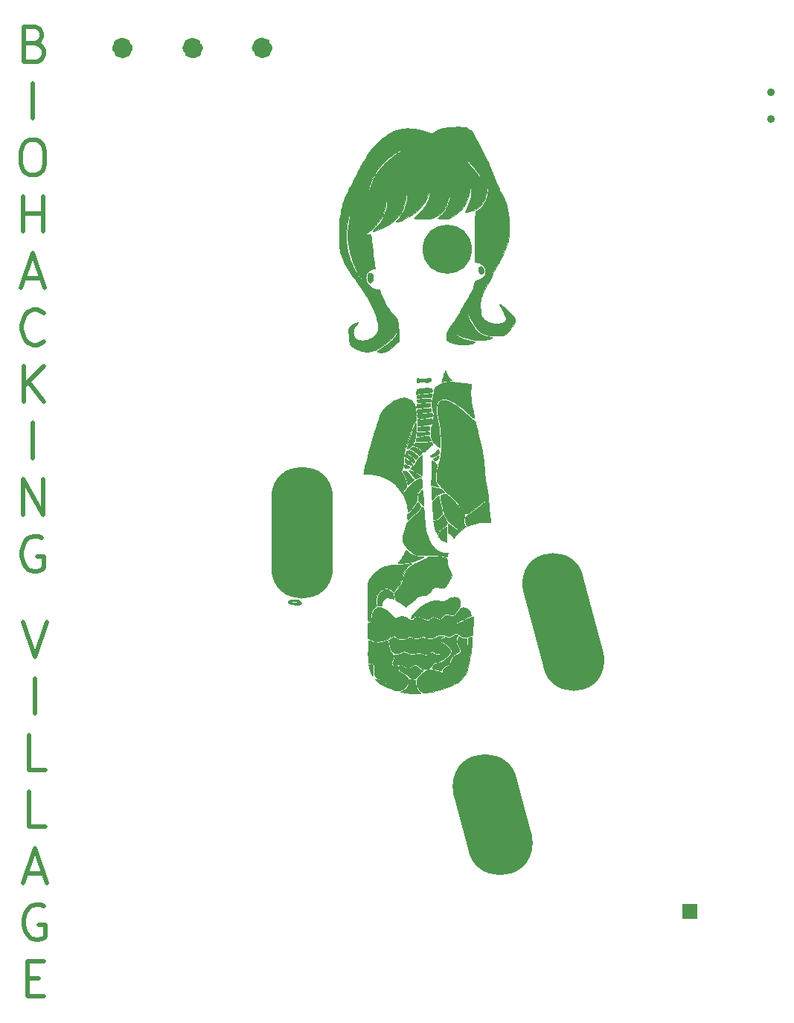
<source format=gbr>
%TF.GenerationSoftware,KiCad,Pcbnew,(6.0.1)*%
%TF.CreationDate,2022-08-22T18:54:28-05:00*%
%TF.ProjectId,Biohacking Village Badge - Gutz-Girl,42696f68-6163-46b6-996e-672056696c6c,1.0b*%
%TF.SameCoordinates,Original*%
%TF.FileFunction,Soldermask,Top*%
%TF.FilePolarity,Negative*%
%FSLAX46Y46*%
G04 Gerber Fmt 4.6, Leading zero omitted, Abs format (unit mm)*
G04 Created by KiCad (PCBNEW (6.0.1)) date 2022-08-22 18:54:28*
%MOMM*%
%LPD*%
G01*
G04 APERTURE LIST*
G04 Aperture macros list*
%AMHorizOval*
0 Thick line with rounded ends*
0 $1 width*
0 $2 $3 position (X,Y) of the first rounded end (center of the circle)*
0 $4 $5 position (X,Y) of the second rounded end (center of the circle)*
0 Add line between two ends*
20,1,$1,$2,$3,$4,$5,0*
0 Add two circle primitives to create the rounded ends*
1,1,$1,$2,$3*
1,1,$1,$4,$5*%
G04 Aperture macros list end*
%ADD10C,1.170738*%
%ADD11C,0.500000*%
%ADD12C,0.010000*%
%ADD13HorizOval,7.400000X-0.854103X3.187555X0.854103X-3.187555X0*%
%ADD14C,5.600000*%
%ADD15O,7.000000X15.000000*%
%ADD16HorizOval,7.000000X-1.164686X4.346666X1.164686X-4.346666X0*%
%ADD17R,1.700000X1.700000*%
%ADD18C,0.900000*%
G04 APERTURE END LIST*
D10*
X85773431Y-46278800D02*
G75*
G03*
X85773431Y-46278800I-585369J0D01*
G01*
X93672831Y-46253400D02*
G75*
G03*
X93672831Y-46253400I-585369J0D01*
G01*
X77775969Y-46278800D02*
G75*
G03*
X77775969Y-46278800I-585369J0D01*
G01*
D11*
X67285714Y-45759285D02*
X67857142Y-45949761D01*
X68047619Y-46140238D01*
X68238095Y-46521190D01*
X68238095Y-47092619D01*
X68047619Y-47473571D01*
X67857142Y-47664047D01*
X67476190Y-47854523D01*
X65952380Y-47854523D01*
X65952380Y-43854523D01*
X67285714Y-43854523D01*
X67666666Y-44045000D01*
X67857142Y-44235476D01*
X68047619Y-44616428D01*
X68047619Y-44997380D01*
X67857142Y-45378333D01*
X67666666Y-45568809D01*
X67285714Y-45759285D01*
X65952380Y-45759285D01*
X67000000Y-54294523D02*
X67000000Y-50294523D01*
X66619047Y-56734523D02*
X67380952Y-56734523D01*
X67761904Y-56925000D01*
X68142857Y-57305952D01*
X68333333Y-58067857D01*
X68333333Y-59401190D01*
X68142857Y-60163095D01*
X67761904Y-60544047D01*
X67380952Y-60734523D01*
X66619047Y-60734523D01*
X66238095Y-60544047D01*
X65857142Y-60163095D01*
X65666666Y-59401190D01*
X65666666Y-58067857D01*
X65857142Y-57305952D01*
X66238095Y-56925000D01*
X66619047Y-56734523D01*
X65857142Y-67174523D02*
X65857142Y-63174523D01*
X65857142Y-65079285D02*
X68142857Y-65079285D01*
X68142857Y-67174523D02*
X68142857Y-63174523D01*
X66047619Y-72471666D02*
X67952380Y-72471666D01*
X65666666Y-73614523D02*
X67000000Y-69614523D01*
X68333333Y-73614523D01*
X68238095Y-79673571D02*
X68047619Y-79864047D01*
X67476190Y-80054523D01*
X67095238Y-80054523D01*
X66523809Y-79864047D01*
X66142857Y-79483095D01*
X65952380Y-79102142D01*
X65761904Y-78340238D01*
X65761904Y-77768809D01*
X65952380Y-77006904D01*
X66142857Y-76625952D01*
X66523809Y-76245000D01*
X67095238Y-76054523D01*
X67476190Y-76054523D01*
X68047619Y-76245000D01*
X68238095Y-76435476D01*
X65952380Y-86494523D02*
X65952380Y-82494523D01*
X68238095Y-86494523D02*
X66523809Y-84208809D01*
X68238095Y-82494523D02*
X65952380Y-84780238D01*
X67000000Y-92934523D02*
X67000000Y-88934523D01*
X65857142Y-99374523D02*
X65857142Y-95374523D01*
X68142857Y-99374523D01*
X68142857Y-95374523D01*
X68047619Y-102005000D02*
X67666666Y-101814523D01*
X67095238Y-101814523D01*
X66523809Y-102005000D01*
X66142857Y-102385952D01*
X65952380Y-102766904D01*
X65761904Y-103528809D01*
X65761904Y-104100238D01*
X65952380Y-104862142D01*
X66142857Y-105243095D01*
X66523809Y-105624047D01*
X67095238Y-105814523D01*
X67476190Y-105814523D01*
X68047619Y-105624047D01*
X68238095Y-105433571D01*
X68238095Y-104100238D01*
X67476190Y-104100238D01*
X65891666Y-111564523D02*
X67225000Y-115564523D01*
X68558333Y-111564523D01*
X67225000Y-122004523D02*
X67225000Y-118004523D01*
X68463095Y-128444523D02*
X66558333Y-128444523D01*
X66558333Y-124444523D01*
X68463095Y-134884523D02*
X66558333Y-134884523D01*
X66558333Y-130884523D01*
X66272619Y-140181666D02*
X68177380Y-140181666D01*
X65891666Y-141324523D02*
X67225000Y-137324523D01*
X68558333Y-141324523D01*
X68272619Y-143955000D02*
X67891666Y-143764523D01*
X67320238Y-143764523D01*
X66748809Y-143955000D01*
X66367857Y-144335952D01*
X66177380Y-144716904D01*
X65986904Y-145478809D01*
X65986904Y-146050238D01*
X66177380Y-146812142D01*
X66367857Y-147193095D01*
X66748809Y-147574047D01*
X67320238Y-147764523D01*
X67701190Y-147764523D01*
X68272619Y-147574047D01*
X68463095Y-147383571D01*
X68463095Y-146050238D01*
X67701190Y-146050238D01*
X66367857Y-152109285D02*
X67701190Y-152109285D01*
X68272619Y-154204523D02*
X66367857Y-154204523D01*
X66367857Y-150204523D01*
X68272619Y-150204523D01*
D12*
%TO.C,G\u002A\u002A\u002A*%
X112072079Y-89931802D02*
X112090085Y-89974053D01*
X112090085Y-89974053D02*
X112096096Y-89993635D01*
X112096096Y-89993635D02*
X112109226Y-90067952D01*
X112109226Y-90067952D02*
X112108764Y-90141193D01*
X112108764Y-90141193D02*
X112107337Y-90150260D01*
X112107337Y-90150260D02*
X112093596Y-90223504D01*
X112093596Y-90223504D02*
X111929973Y-90238139D01*
X111929973Y-90238139D02*
X111852338Y-90247416D01*
X111852338Y-90247416D02*
X111744625Y-90263489D01*
X111744625Y-90263489D02*
X111618194Y-90284504D01*
X111618194Y-90284504D02*
X111484407Y-90308609D01*
X111484407Y-90308609D02*
X111406517Y-90323549D01*
X111406517Y-90323549D02*
X111199473Y-90361898D01*
X111199473Y-90361898D02*
X111025488Y-90389103D01*
X111025488Y-90389103D02*
X110886525Y-90404930D01*
X110886525Y-90404930D02*
X110784546Y-90409147D01*
X110784546Y-90409147D02*
X110729184Y-90403614D01*
X110729184Y-90403614D02*
X110686791Y-90384483D01*
X110686791Y-90384483D02*
X110671299Y-90369693D01*
X110671299Y-90369693D02*
X110658662Y-90323751D01*
X110658662Y-90323751D02*
X110656485Y-90250658D01*
X110656485Y-90250658D02*
X110664399Y-90164187D01*
X110664399Y-90164187D02*
X110678780Y-90090473D01*
X110678780Y-90090473D02*
X110702459Y-89996434D01*
X110702459Y-89996434D02*
X111044034Y-89996434D01*
X111044034Y-89996434D02*
X111223434Y-89993005D01*
X111223434Y-89993005D02*
X111418912Y-89983426D01*
X111418912Y-89983426D02*
X111616809Y-89968755D01*
X111616809Y-89968755D02*
X111803466Y-89950051D01*
X111803466Y-89950051D02*
X111965223Y-89928373D01*
X111965223Y-89928373D02*
X112003399Y-89922054D01*
X112003399Y-89922054D02*
X112047467Y-89917776D01*
X112047467Y-89917776D02*
X112072079Y-89931802D01*
X112072079Y-89931802D02*
X112072079Y-89931802D01*
G36*
X112072079Y-89931802D02*
G01*
X112090085Y-89974053D01*
X112096096Y-89993635D01*
X112109226Y-90067952D01*
X112108764Y-90141193D01*
X112107337Y-90150260D01*
X112093596Y-90223504D01*
X111929973Y-90238139D01*
X111852338Y-90247416D01*
X111744625Y-90263489D01*
X111618194Y-90284504D01*
X111484407Y-90308609D01*
X111406517Y-90323549D01*
X111199473Y-90361898D01*
X111025488Y-90389103D01*
X110886525Y-90404930D01*
X110784546Y-90409147D01*
X110729184Y-90403614D01*
X110686791Y-90384483D01*
X110671299Y-90369693D01*
X110658662Y-90323751D01*
X110656485Y-90250658D01*
X110664399Y-90164187D01*
X110678780Y-90090473D01*
X110702459Y-89996434D01*
X111044034Y-89996434D01*
X111223434Y-89993005D01*
X111418912Y-89983426D01*
X111616809Y-89968755D01*
X111803466Y-89950051D01*
X111965223Y-89928373D01*
X112003399Y-89922054D01*
X112047467Y-89917776D01*
X112072079Y-89931802D01*
G37*
X112072079Y-89931802D02*
X112090085Y-89974053D01*
X112096096Y-89993635D01*
X112109226Y-90067952D01*
X112108764Y-90141193D01*
X112107337Y-90150260D01*
X112093596Y-90223504D01*
X111929973Y-90238139D01*
X111852338Y-90247416D01*
X111744625Y-90263489D01*
X111618194Y-90284504D01*
X111484407Y-90308609D01*
X111406517Y-90323549D01*
X111199473Y-90361898D01*
X111025488Y-90389103D01*
X110886525Y-90404930D01*
X110784546Y-90409147D01*
X110729184Y-90403614D01*
X110686791Y-90384483D01*
X110671299Y-90369693D01*
X110658662Y-90323751D01*
X110656485Y-90250658D01*
X110664399Y-90164187D01*
X110678780Y-90090473D01*
X110702459Y-89996434D01*
X111044034Y-89996434D01*
X111223434Y-89993005D01*
X111418912Y-89983426D01*
X111616809Y-89968755D01*
X111803466Y-89950051D01*
X111965223Y-89928373D01*
X112003399Y-89922054D01*
X112047467Y-89917776D01*
X112072079Y-89931802D01*
X112323473Y-88433730D02*
X112332234Y-88438754D01*
X112332234Y-88438754D02*
X112337856Y-88467318D01*
X112337856Y-88467318D02*
X112342621Y-88529897D01*
X112342621Y-88529897D02*
X112346119Y-88618177D01*
X112346119Y-88618177D02*
X112347943Y-88723842D01*
X112347943Y-88723842D02*
X112348109Y-88762049D01*
X112348109Y-88762049D02*
X112348671Y-88881975D01*
X112348671Y-88881975D02*
X112347356Y-88966562D01*
X112347356Y-88966562D02*
X112340117Y-89022747D01*
X112340117Y-89022747D02*
X112322908Y-89057468D01*
X112322908Y-89057468D02*
X112291683Y-89077664D01*
X112291683Y-89077664D02*
X112242394Y-89090271D01*
X112242394Y-89090271D02*
X112170996Y-89102228D01*
X112170996Y-89102228D02*
X112147350Y-89106254D01*
X112147350Y-89106254D02*
X111821456Y-89155711D01*
X111821456Y-89155711D02*
X111499750Y-89188405D01*
X111499750Y-89188405D02*
X111170301Y-89206297D01*
X111170301Y-89206297D02*
X110785919Y-89219453D01*
X110785919Y-89219453D02*
X110770583Y-89096702D01*
X110770583Y-89096702D02*
X110766314Y-89038067D01*
X110766314Y-89038067D02*
X110764280Y-88955984D01*
X110764280Y-88955984D02*
X110764246Y-88859972D01*
X110764246Y-88859972D02*
X110765976Y-88759551D01*
X110765976Y-88759551D02*
X110769236Y-88664240D01*
X110769236Y-88664240D02*
X110773788Y-88583557D01*
X110773788Y-88583557D02*
X110779399Y-88527022D01*
X110779399Y-88527022D02*
X110785225Y-88504587D01*
X110785225Y-88504587D02*
X110808514Y-88503310D01*
X110808514Y-88503310D02*
X110863199Y-88507107D01*
X110863199Y-88507107D02*
X110938756Y-88515175D01*
X110938756Y-88515175D02*
X110962346Y-88518106D01*
X110962346Y-88518106D02*
X111110561Y-88529065D01*
X111110561Y-88529065D02*
X111291624Y-88527948D01*
X111291624Y-88527948D02*
X111507588Y-88514642D01*
X111507588Y-88514642D02*
X111760511Y-88489036D01*
X111760511Y-88489036D02*
X111960081Y-88463810D01*
X111960081Y-88463810D02*
X112105847Y-88445212D01*
X112105847Y-88445212D02*
X112212997Y-88434134D01*
X112212997Y-88434134D02*
X112284536Y-88430374D01*
X112284536Y-88430374D02*
X112323473Y-88433730D01*
X112323473Y-88433730D02*
X112323473Y-88433730D01*
G36*
X112323473Y-88433730D02*
G01*
X112332234Y-88438754D01*
X112337856Y-88467318D01*
X112342621Y-88529897D01*
X112346119Y-88618177D01*
X112347943Y-88723842D01*
X112348109Y-88762049D01*
X112348671Y-88881975D01*
X112347356Y-88966562D01*
X112340117Y-89022747D01*
X112322908Y-89057468D01*
X112291683Y-89077664D01*
X112242394Y-89090271D01*
X112170996Y-89102228D01*
X112147350Y-89106254D01*
X111821456Y-89155711D01*
X111499750Y-89188405D01*
X111170301Y-89206297D01*
X110785919Y-89219453D01*
X110770583Y-89096702D01*
X110766314Y-89038067D01*
X110764280Y-88955984D01*
X110764246Y-88859972D01*
X110765976Y-88759551D01*
X110769236Y-88664240D01*
X110773788Y-88583557D01*
X110779399Y-88527022D01*
X110785225Y-88504587D01*
X110808514Y-88503310D01*
X110863199Y-88507107D01*
X110938756Y-88515175D01*
X110962346Y-88518106D01*
X111110561Y-88529065D01*
X111291624Y-88527948D01*
X111507588Y-88514642D01*
X111760511Y-88489036D01*
X111960081Y-88463810D01*
X112105847Y-88445212D01*
X112212997Y-88434134D01*
X112284536Y-88430374D01*
X112323473Y-88433730D01*
G37*
X112323473Y-88433730D02*
X112332234Y-88438754D01*
X112337856Y-88467318D01*
X112342621Y-88529897D01*
X112346119Y-88618177D01*
X112347943Y-88723842D01*
X112348109Y-88762049D01*
X112348671Y-88881975D01*
X112347356Y-88966562D01*
X112340117Y-89022747D01*
X112322908Y-89057468D01*
X112291683Y-89077664D01*
X112242394Y-89090271D01*
X112170996Y-89102228D01*
X112147350Y-89106254D01*
X111821456Y-89155711D01*
X111499750Y-89188405D01*
X111170301Y-89206297D01*
X110785919Y-89219453D01*
X110770583Y-89096702D01*
X110766314Y-89038067D01*
X110764280Y-88955984D01*
X110764246Y-88859972D01*
X110765976Y-88759551D01*
X110769236Y-88664240D01*
X110773788Y-88583557D01*
X110779399Y-88527022D01*
X110785225Y-88504587D01*
X110808514Y-88503310D01*
X110863199Y-88507107D01*
X110938756Y-88515175D01*
X110962346Y-88518106D01*
X111110561Y-88529065D01*
X111291624Y-88527948D01*
X111507588Y-88514642D01*
X111760511Y-88489036D01*
X111960081Y-88463810D01*
X112105847Y-88445212D01*
X112212997Y-88434134D01*
X112284536Y-88430374D01*
X112323473Y-88433730D01*
X111254912Y-92620289D02*
X111258098Y-92678121D01*
X111258098Y-92678121D02*
X111260747Y-92768573D01*
X111260747Y-92768573D02*
X111262861Y-92886792D01*
X111262861Y-92886792D02*
X111264442Y-93027923D01*
X111264442Y-93027923D02*
X111265490Y-93187112D01*
X111265490Y-93187112D02*
X111266007Y-93359504D01*
X111266007Y-93359504D02*
X111265995Y-93540245D01*
X111265995Y-93540245D02*
X111265456Y-93724480D01*
X111265456Y-93724480D02*
X111264390Y-93907355D01*
X111264390Y-93907355D02*
X111262799Y-94084015D01*
X111262799Y-94084015D02*
X111260686Y-94249607D01*
X111260686Y-94249607D02*
X111258050Y-94399275D01*
X111258050Y-94399275D02*
X111254895Y-94528166D01*
X111254895Y-94528166D02*
X111251220Y-94631424D01*
X111251220Y-94631424D02*
X111250558Y-94645792D01*
X111250558Y-94645792D02*
X111237184Y-94924233D01*
X111237184Y-94924233D02*
X111120767Y-94830135D01*
X111120767Y-94830135D02*
X111007747Y-94745863D01*
X111007747Y-94745863D02*
X110869601Y-94656018D01*
X110869601Y-94656018D02*
X110702331Y-94558227D01*
X110702331Y-94558227D02*
X110501938Y-94450116D01*
X110501938Y-94450116D02*
X110344598Y-94369438D01*
X110344598Y-94369438D02*
X110234495Y-94313078D01*
X110234495Y-94313078D02*
X110134695Y-94260407D01*
X110134695Y-94260407D02*
X110052676Y-94215493D01*
X110052676Y-94215493D02*
X109995916Y-94182406D01*
X109995916Y-94182406D02*
X109975247Y-94168483D01*
X109975247Y-94168483D02*
X109943332Y-94138651D01*
X109943332Y-94138651D02*
X109940828Y-94112808D01*
X109940828Y-94112808D02*
X109963110Y-94074262D01*
X109963110Y-94074262D02*
X109992239Y-94040100D01*
X109992239Y-94040100D02*
X110046445Y-93985544D01*
X110046445Y-93985544D02*
X110118503Y-93917564D01*
X110118503Y-93917564D02*
X110201187Y-93843127D01*
X110201187Y-93843127D02*
X110218661Y-93827819D01*
X110218661Y-93827819D02*
X110333027Y-93725240D01*
X110333027Y-93725240D02*
X110419576Y-93639711D01*
X110419576Y-93639711D02*
X110484748Y-93563409D01*
X110484748Y-93563409D02*
X110534984Y-93488515D01*
X110534984Y-93488515D02*
X110576724Y-93407207D01*
X110576724Y-93407207D02*
X110590093Y-93376788D01*
X110590093Y-93376788D02*
X110629068Y-93297018D01*
X110629068Y-93297018D02*
X110678364Y-93211137D01*
X110678364Y-93211137D02*
X110701308Y-93175705D01*
X110701308Y-93175705D02*
X110736317Y-93130358D01*
X110736317Y-93130358D02*
X110790874Y-93066603D01*
X110790874Y-93066603D02*
X110859319Y-92990367D01*
X110859319Y-92990367D02*
X110935991Y-92907578D01*
X110935991Y-92907578D02*
X111015227Y-92824164D01*
X111015227Y-92824164D02*
X111091368Y-92746052D01*
X111091368Y-92746052D02*
X111158752Y-92679172D01*
X111158752Y-92679172D02*
X111211718Y-92629449D01*
X111211718Y-92629449D02*
X111244603Y-92602813D01*
X111244603Y-92602813D02*
X111251188Y-92599934D01*
X111251188Y-92599934D02*
X111254912Y-92620289D01*
X111254912Y-92620289D02*
X111254912Y-92620289D01*
G36*
X111254912Y-92620289D02*
G01*
X111258098Y-92678121D01*
X111260747Y-92768573D01*
X111262861Y-92886792D01*
X111264442Y-93027923D01*
X111265490Y-93187112D01*
X111266007Y-93359504D01*
X111265995Y-93540245D01*
X111265456Y-93724480D01*
X111264390Y-93907355D01*
X111262799Y-94084015D01*
X111260686Y-94249607D01*
X111258050Y-94399275D01*
X111254895Y-94528166D01*
X111251220Y-94631424D01*
X111250558Y-94645792D01*
X111237184Y-94924233D01*
X111120767Y-94830135D01*
X111007747Y-94745863D01*
X110869601Y-94656018D01*
X110702331Y-94558227D01*
X110501938Y-94450116D01*
X110344598Y-94369438D01*
X110234495Y-94313078D01*
X110134695Y-94260407D01*
X110052676Y-94215493D01*
X109995916Y-94182406D01*
X109975247Y-94168483D01*
X109943332Y-94138651D01*
X109940828Y-94112808D01*
X109963110Y-94074262D01*
X109992239Y-94040100D01*
X110046445Y-93985544D01*
X110118503Y-93917564D01*
X110201187Y-93843127D01*
X110218661Y-93827819D01*
X110333027Y-93725240D01*
X110419576Y-93639711D01*
X110484748Y-93563409D01*
X110534984Y-93488515D01*
X110576724Y-93407207D01*
X110590093Y-93376788D01*
X110629068Y-93297018D01*
X110678364Y-93211137D01*
X110701308Y-93175705D01*
X110736317Y-93130358D01*
X110790874Y-93066603D01*
X110859319Y-92990367D01*
X110935991Y-92907578D01*
X111015227Y-92824164D01*
X111091368Y-92746052D01*
X111158752Y-92679172D01*
X111211718Y-92629449D01*
X111244603Y-92602813D01*
X111251188Y-92599934D01*
X111254912Y-92620289D01*
G37*
X111254912Y-92620289D02*
X111258098Y-92678121D01*
X111260747Y-92768573D01*
X111262861Y-92886792D01*
X111264442Y-93027923D01*
X111265490Y-93187112D01*
X111266007Y-93359504D01*
X111265995Y-93540245D01*
X111265456Y-93724480D01*
X111264390Y-93907355D01*
X111262799Y-94084015D01*
X111260686Y-94249607D01*
X111258050Y-94399275D01*
X111254895Y-94528166D01*
X111251220Y-94631424D01*
X111250558Y-94645792D01*
X111237184Y-94924233D01*
X111120767Y-94830135D01*
X111007747Y-94745863D01*
X110869601Y-94656018D01*
X110702331Y-94558227D01*
X110501938Y-94450116D01*
X110344598Y-94369438D01*
X110234495Y-94313078D01*
X110134695Y-94260407D01*
X110052676Y-94215493D01*
X109995916Y-94182406D01*
X109975247Y-94168483D01*
X109943332Y-94138651D01*
X109940828Y-94112808D01*
X109963110Y-94074262D01*
X109992239Y-94040100D01*
X110046445Y-93985544D01*
X110118503Y-93917564D01*
X110201187Y-93843127D01*
X110218661Y-93827819D01*
X110333027Y-93725240D01*
X110419576Y-93639711D01*
X110484748Y-93563409D01*
X110534984Y-93488515D01*
X110576724Y-93407207D01*
X110590093Y-93376788D01*
X110629068Y-93297018D01*
X110678364Y-93211137D01*
X110701308Y-93175705D01*
X110736317Y-93130358D01*
X110790874Y-93066603D01*
X110859319Y-92990367D01*
X110935991Y-92907578D01*
X111015227Y-92824164D01*
X111091368Y-92746052D01*
X111158752Y-92679172D01*
X111211718Y-92629449D01*
X111244603Y-92602813D01*
X111251188Y-92599934D01*
X111254912Y-92620289D01*
X109927397Y-92099998D02*
X110084151Y-92159779D01*
X110084151Y-92159779D02*
X110253354Y-92250461D01*
X110253354Y-92250461D02*
X110361362Y-92320621D01*
X110361362Y-92320621D02*
X110431628Y-92372872D01*
X110431628Y-92372872D02*
X110511901Y-92438367D01*
X110511901Y-92438367D02*
X110595755Y-92511126D01*
X110595755Y-92511126D02*
X110676763Y-92585172D01*
X110676763Y-92585172D02*
X110748499Y-92654526D01*
X110748499Y-92654526D02*
X110804538Y-92713207D01*
X110804538Y-92713207D02*
X110838454Y-92755237D01*
X110838454Y-92755237D02*
X110845600Y-92771170D01*
X110845600Y-92771170D02*
X110830901Y-92798543D01*
X110830901Y-92798543D02*
X110792528Y-92844883D01*
X110792528Y-92844883D02*
X110739071Y-92901749D01*
X110739071Y-92901749D02*
X110679116Y-92960696D01*
X110679116Y-92960696D02*
X110621253Y-93013282D01*
X110621253Y-93013282D02*
X110574069Y-93051064D01*
X110574069Y-93051064D02*
X110546152Y-93065600D01*
X110546152Y-93065600D02*
X110546104Y-93065600D01*
X110546104Y-93065600D02*
X110520615Y-93051683D01*
X110520615Y-93051683D02*
X110470248Y-93013056D01*
X110470248Y-93013056D02*
X110400589Y-92954403D01*
X110400589Y-92954403D02*
X110317224Y-92880410D01*
X110317224Y-92880410D02*
X110236943Y-92806309D01*
X110236943Y-92806309D02*
X110095773Y-92677157D01*
X110095773Y-92677157D02*
X109975416Y-92575434D01*
X109975416Y-92575434D02*
X109869195Y-92496371D01*
X109869195Y-92496371D02*
X109770434Y-92435203D01*
X109770434Y-92435203D02*
X109672456Y-92387163D01*
X109672456Y-92387163D02*
X109620366Y-92366077D01*
X109620366Y-92366077D02*
X109512100Y-92324939D01*
X109512100Y-92324939D02*
X109512100Y-92373724D01*
X109512100Y-92373724D02*
X109520589Y-92421986D01*
X109520589Y-92421986D02*
X109550549Y-92464894D01*
X109550549Y-92464894D02*
X109608723Y-92509803D01*
X109608723Y-92509803D02*
X109670850Y-92546937D01*
X109670850Y-92546937D02*
X109783610Y-92617241D01*
X109783610Y-92617241D02*
X109901103Y-92702492D01*
X109901103Y-92702492D02*
X110018140Y-92797632D01*
X110018140Y-92797632D02*
X110129533Y-92897605D01*
X110129533Y-92897605D02*
X110230092Y-92997353D01*
X110230092Y-92997353D02*
X110314629Y-93091821D01*
X110314629Y-93091821D02*
X110377954Y-93175952D01*
X110377954Y-93175952D02*
X110414879Y-93244689D01*
X110414879Y-93244689D02*
X110422267Y-93279187D01*
X110422267Y-93279187D02*
X110413852Y-93319104D01*
X110413852Y-93319104D02*
X110392759Y-93374784D01*
X110392759Y-93374784D02*
X110365212Y-93433374D01*
X110365212Y-93433374D02*
X110337435Y-93482020D01*
X110337435Y-93482020D02*
X110315654Y-93507867D01*
X110315654Y-93507867D02*
X110310876Y-93509209D01*
X110310876Y-93509209D02*
X110294278Y-93495465D01*
X110294278Y-93495465D02*
X110252284Y-93458414D01*
X110252284Y-93458414D02*
X110190764Y-93403292D01*
X110190764Y-93403292D02*
X110115587Y-93335334D01*
X110115587Y-93335334D02*
X110094184Y-93315896D01*
X110094184Y-93315896D02*
X109943447Y-93181704D01*
X109943447Y-93181704D02*
X109814441Y-93073591D01*
X109814441Y-93073591D02*
X109700374Y-92986351D01*
X109700374Y-92986351D02*
X109594454Y-92914781D01*
X109594454Y-92914781D02*
X109493902Y-92855858D01*
X109493902Y-92855858D02*
X109422314Y-92815644D01*
X109422314Y-92815644D02*
X109379894Y-92785746D01*
X109379894Y-92785746D02*
X109358379Y-92756711D01*
X109358379Y-92756711D02*
X109349505Y-92719084D01*
X109349505Y-92719084D02*
X109346742Y-92687510D01*
X109346742Y-92687510D02*
X109350196Y-92568607D01*
X109350196Y-92568607D02*
X109374114Y-92443963D01*
X109374114Y-92443963D02*
X109414495Y-92324173D01*
X109414495Y-92324173D02*
X109467336Y-92219834D01*
X109467336Y-92219834D02*
X109528636Y-92141542D01*
X109528636Y-92141542D02*
X109563244Y-92114196D01*
X109563244Y-92114196D02*
X109663803Y-92076394D01*
X109663803Y-92076394D02*
X109786234Y-92071933D01*
X109786234Y-92071933D02*
X109927397Y-92099998D01*
X109927397Y-92099998D02*
X109927397Y-92099998D01*
G36*
X109927397Y-92099998D02*
G01*
X110084151Y-92159779D01*
X110253354Y-92250461D01*
X110361362Y-92320621D01*
X110431628Y-92372872D01*
X110511901Y-92438367D01*
X110595755Y-92511126D01*
X110676763Y-92585172D01*
X110748499Y-92654526D01*
X110804538Y-92713207D01*
X110838454Y-92755237D01*
X110845600Y-92771170D01*
X110830901Y-92798543D01*
X110792528Y-92844883D01*
X110739071Y-92901749D01*
X110679116Y-92960696D01*
X110621253Y-93013282D01*
X110574069Y-93051064D01*
X110546152Y-93065600D01*
X110546104Y-93065600D01*
X110520615Y-93051683D01*
X110470248Y-93013056D01*
X110400589Y-92954403D01*
X110317224Y-92880410D01*
X110236943Y-92806309D01*
X110095773Y-92677157D01*
X109975416Y-92575434D01*
X109869195Y-92496371D01*
X109770434Y-92435203D01*
X109672456Y-92387163D01*
X109620366Y-92366077D01*
X109512100Y-92324939D01*
X109512100Y-92373724D01*
X109520589Y-92421986D01*
X109550549Y-92464894D01*
X109608723Y-92509803D01*
X109670850Y-92546937D01*
X109783610Y-92617241D01*
X109901103Y-92702492D01*
X110018140Y-92797632D01*
X110129533Y-92897605D01*
X110230092Y-92997353D01*
X110314629Y-93091821D01*
X110377954Y-93175952D01*
X110414879Y-93244689D01*
X110422267Y-93279187D01*
X110413852Y-93319104D01*
X110392759Y-93374784D01*
X110365212Y-93433374D01*
X110337435Y-93482020D01*
X110315654Y-93507867D01*
X110310876Y-93509209D01*
X110294278Y-93495465D01*
X110252284Y-93458414D01*
X110190764Y-93403292D01*
X110115587Y-93335334D01*
X110094184Y-93315896D01*
X109943447Y-93181704D01*
X109814441Y-93073591D01*
X109700374Y-92986351D01*
X109594454Y-92914781D01*
X109493902Y-92855858D01*
X109422314Y-92815644D01*
X109379894Y-92785746D01*
X109358379Y-92756711D01*
X109349505Y-92719084D01*
X109346742Y-92687510D01*
X109350196Y-92568607D01*
X109374114Y-92443963D01*
X109414495Y-92324173D01*
X109467336Y-92219834D01*
X109528636Y-92141542D01*
X109563244Y-92114196D01*
X109663803Y-92076394D01*
X109786234Y-92071933D01*
X109927397Y-92099998D01*
G37*
X109927397Y-92099998D02*
X110084151Y-92159779D01*
X110253354Y-92250461D01*
X110361362Y-92320621D01*
X110431628Y-92372872D01*
X110511901Y-92438367D01*
X110595755Y-92511126D01*
X110676763Y-92585172D01*
X110748499Y-92654526D01*
X110804538Y-92713207D01*
X110838454Y-92755237D01*
X110845600Y-92771170D01*
X110830901Y-92798543D01*
X110792528Y-92844883D01*
X110739071Y-92901749D01*
X110679116Y-92960696D01*
X110621253Y-93013282D01*
X110574069Y-93051064D01*
X110546152Y-93065600D01*
X110546104Y-93065600D01*
X110520615Y-93051683D01*
X110470248Y-93013056D01*
X110400589Y-92954403D01*
X110317224Y-92880410D01*
X110236943Y-92806309D01*
X110095773Y-92677157D01*
X109975416Y-92575434D01*
X109869195Y-92496371D01*
X109770434Y-92435203D01*
X109672456Y-92387163D01*
X109620366Y-92366077D01*
X109512100Y-92324939D01*
X109512100Y-92373724D01*
X109520589Y-92421986D01*
X109550549Y-92464894D01*
X109608723Y-92509803D01*
X109670850Y-92546937D01*
X109783610Y-92617241D01*
X109901103Y-92702492D01*
X110018140Y-92797632D01*
X110129533Y-92897605D01*
X110230092Y-92997353D01*
X110314629Y-93091821D01*
X110377954Y-93175952D01*
X110414879Y-93244689D01*
X110422267Y-93279187D01*
X110413852Y-93319104D01*
X110392759Y-93374784D01*
X110365212Y-93433374D01*
X110337435Y-93482020D01*
X110315654Y-93507867D01*
X110310876Y-93509209D01*
X110294278Y-93495465D01*
X110252284Y-93458414D01*
X110190764Y-93403292D01*
X110115587Y-93335334D01*
X110094184Y-93315896D01*
X109943447Y-93181704D01*
X109814441Y-93073591D01*
X109700374Y-92986351D01*
X109594454Y-92914781D01*
X109493902Y-92855858D01*
X109422314Y-92815644D01*
X109379894Y-92785746D01*
X109358379Y-92756711D01*
X109349505Y-92719084D01*
X109346742Y-92687510D01*
X109350196Y-92568607D01*
X109374114Y-92443963D01*
X109414495Y-92324173D01*
X109467336Y-92219834D01*
X109528636Y-92141542D01*
X109563244Y-92114196D01*
X109663803Y-92076394D01*
X109786234Y-92071933D01*
X109927397Y-92099998D01*
X112228061Y-86197768D02*
X112239068Y-86218883D01*
X112239068Y-86218883D02*
X112253989Y-86272969D01*
X112253989Y-86272969D02*
X112262776Y-86346065D01*
X112262776Y-86346065D02*
X112263767Y-86377442D01*
X112263767Y-86377442D02*
X112264417Y-86411721D01*
X112264417Y-86411721D02*
X112264227Y-86440818D01*
X112264227Y-86440818D02*
X112259982Y-86465326D01*
X112259982Y-86465326D02*
X112248469Y-86485838D01*
X112248469Y-86485838D02*
X112226476Y-86502947D01*
X112226476Y-86502947D02*
X112190789Y-86517245D01*
X112190789Y-86517245D02*
X112138194Y-86529326D01*
X112138194Y-86529326D02*
X112065479Y-86539782D01*
X112065479Y-86539782D02*
X111969430Y-86549207D01*
X111969430Y-86549207D02*
X111846834Y-86558192D01*
X111846834Y-86558192D02*
X111694478Y-86567332D01*
X111694478Y-86567332D02*
X111509149Y-86577218D01*
X111509149Y-86577218D02*
X111287632Y-86588444D01*
X111287632Y-86588444D02*
X111057267Y-86600051D01*
X111057267Y-86600051D02*
X110937641Y-86603850D01*
X110937641Y-86603850D02*
X110853510Y-86600848D01*
X110853510Y-86600848D02*
X110798526Y-86590675D01*
X110798526Y-86590675D02*
X110782100Y-86583919D01*
X110782100Y-86583919D02*
X110731987Y-86539071D01*
X110731987Y-86539071D02*
X110686159Y-86464428D01*
X110686159Y-86464428D02*
X110651886Y-86372423D01*
X110651886Y-86372423D02*
X110647012Y-86352836D01*
X110647012Y-86352836D02*
X110642433Y-86322130D01*
X110642433Y-86322130D02*
X110651907Y-86303021D01*
X110651907Y-86303021D02*
X110684043Y-86289764D01*
X110684043Y-86289764D02*
X110747449Y-86276619D01*
X110747449Y-86276619D02*
X110766414Y-86273177D01*
X110766414Y-86273177D02*
X110920526Y-86249281D01*
X110920526Y-86249281D02*
X111094864Y-86229902D01*
X111094864Y-86229902D02*
X111295579Y-86214529D01*
X111295579Y-86214529D02*
X111528820Y-86202652D01*
X111528820Y-86202652D02*
X111681684Y-86197156D01*
X111681684Y-86197156D02*
X111812464Y-86192636D01*
X111812464Y-86192636D02*
X111932633Y-86187725D01*
X111932633Y-86187725D02*
X112034210Y-86182809D01*
X112034210Y-86182809D02*
X112109216Y-86178273D01*
X112109216Y-86178273D02*
X112149109Y-86174590D01*
X112149109Y-86174590D02*
X112199088Y-86173823D01*
X112199088Y-86173823D02*
X112228061Y-86197768D01*
X112228061Y-86197768D02*
X112228061Y-86197768D01*
G36*
X112228061Y-86197768D02*
G01*
X112239068Y-86218883D01*
X112253989Y-86272969D01*
X112262776Y-86346065D01*
X112263767Y-86377442D01*
X112264417Y-86411721D01*
X112264227Y-86440818D01*
X112259982Y-86465326D01*
X112248469Y-86485838D01*
X112226476Y-86502947D01*
X112190789Y-86517245D01*
X112138194Y-86529326D01*
X112065479Y-86539782D01*
X111969430Y-86549207D01*
X111846834Y-86558192D01*
X111694478Y-86567332D01*
X111509149Y-86577218D01*
X111287632Y-86588444D01*
X111057267Y-86600051D01*
X110937641Y-86603850D01*
X110853510Y-86600848D01*
X110798526Y-86590675D01*
X110782100Y-86583919D01*
X110731987Y-86539071D01*
X110686159Y-86464428D01*
X110651886Y-86372423D01*
X110647012Y-86352836D01*
X110642433Y-86322130D01*
X110651907Y-86303021D01*
X110684043Y-86289764D01*
X110747449Y-86276619D01*
X110766414Y-86273177D01*
X110920526Y-86249281D01*
X111094864Y-86229902D01*
X111295579Y-86214529D01*
X111528820Y-86202652D01*
X111681684Y-86197156D01*
X111812464Y-86192636D01*
X111932633Y-86187725D01*
X112034210Y-86182809D01*
X112109216Y-86178273D01*
X112149109Y-86174590D01*
X112199088Y-86173823D01*
X112228061Y-86197768D01*
G37*
X112228061Y-86197768D02*
X112239068Y-86218883D01*
X112253989Y-86272969D01*
X112262776Y-86346065D01*
X112263767Y-86377442D01*
X112264417Y-86411721D01*
X112264227Y-86440818D01*
X112259982Y-86465326D01*
X112248469Y-86485838D01*
X112226476Y-86502947D01*
X112190789Y-86517245D01*
X112138194Y-86529326D01*
X112065479Y-86539782D01*
X111969430Y-86549207D01*
X111846834Y-86558192D01*
X111694478Y-86567332D01*
X111509149Y-86577218D01*
X111287632Y-86588444D01*
X111057267Y-86600051D01*
X110937641Y-86603850D01*
X110853510Y-86600848D01*
X110798526Y-86590675D01*
X110782100Y-86583919D01*
X110731987Y-86539071D01*
X110686159Y-86464428D01*
X110651886Y-86372423D01*
X110647012Y-86352836D01*
X110642433Y-86322130D01*
X110651907Y-86303021D01*
X110684043Y-86289764D01*
X110747449Y-86276619D01*
X110766414Y-86273177D01*
X110920526Y-86249281D01*
X111094864Y-86229902D01*
X111295579Y-86214529D01*
X111528820Y-86202652D01*
X111681684Y-86197156D01*
X111812464Y-86192636D01*
X111932633Y-86187725D01*
X112034210Y-86182809D01*
X112109216Y-86178273D01*
X112149109Y-86174590D01*
X112199088Y-86173823D01*
X112228061Y-86197768D01*
X109491348Y-94390298D02*
X109519684Y-94410443D01*
X109519684Y-94410443D02*
X109555364Y-94446170D01*
X109555364Y-94446170D02*
X109602270Y-94500886D01*
X109602270Y-94500886D02*
X109664285Y-94577993D01*
X109664285Y-94577993D02*
X109745291Y-94680899D01*
X109745291Y-94680899D02*
X109849169Y-94813007D01*
X109849169Y-94813007D02*
X109852700Y-94817482D01*
X109852700Y-94817482D02*
X109940905Y-94928143D01*
X109940905Y-94928143D02*
X110028950Y-95036569D01*
X110028950Y-95036569D02*
X110110197Y-95134732D01*
X110110197Y-95134732D02*
X110178008Y-95214605D01*
X110178008Y-95214605D02*
X110221565Y-95263676D01*
X110221565Y-95263676D02*
X110335498Y-95386738D01*
X110335498Y-95386738D02*
X110140758Y-95556209D01*
X110140758Y-95556209D02*
X110001120Y-95677760D01*
X110001120Y-95677760D02*
X109890147Y-95774161D01*
X109890147Y-95774161D02*
X109804474Y-95847943D01*
X109804474Y-95847943D02*
X109740733Y-95901635D01*
X109740733Y-95901635D02*
X109695559Y-95937766D01*
X109695559Y-95937766D02*
X109665584Y-95958865D01*
X109665584Y-95958865D02*
X109647444Y-95967463D01*
X109647444Y-95967463D02*
X109637770Y-95966089D01*
X109637770Y-95966089D02*
X109633198Y-95957271D01*
X109633198Y-95957271D02*
X109630360Y-95943539D01*
X109630360Y-95943539D02*
X109629662Y-95940235D01*
X109629662Y-95940235D02*
X109620984Y-95900896D01*
X109620984Y-95900896D02*
X109605486Y-95830330D01*
X109605486Y-95830330D02*
X109585390Y-95738667D01*
X109585390Y-95738667D02*
X109563749Y-95639823D01*
X109563749Y-95639823D02*
X109483502Y-95328439D01*
X109483502Y-95328439D02*
X109385274Y-95043007D01*
X109385274Y-95043007D02*
X109270980Y-94788400D01*
X109270980Y-94788400D02*
X109143958Y-94571598D01*
X109143958Y-94571598D02*
X109104495Y-94510309D01*
X109104495Y-94510309D02*
X109076912Y-94462201D01*
X109076912Y-94462201D02*
X109067600Y-94439306D01*
X109067600Y-94439306D02*
X109086474Y-94427751D01*
X109086474Y-94427751D02*
X109134019Y-94420993D01*
X109134019Y-94420993D02*
X109158963Y-94420267D01*
X109158963Y-94420267D02*
X109233400Y-94416151D01*
X109233400Y-94416151D02*
X109323385Y-94405631D01*
X109323385Y-94405631D02*
X109373803Y-94397441D01*
X109373803Y-94397441D02*
X109411584Y-94389307D01*
X109411584Y-94389307D02*
X109441181Y-94383135D01*
X109441181Y-94383135D02*
X109466475Y-94382330D01*
X109466475Y-94382330D02*
X109491348Y-94390298D01*
X109491348Y-94390298D02*
X109491348Y-94390298D01*
G36*
X109491348Y-94390298D02*
G01*
X109519684Y-94410443D01*
X109555364Y-94446170D01*
X109602270Y-94500886D01*
X109664285Y-94577993D01*
X109745291Y-94680899D01*
X109849169Y-94813007D01*
X109852700Y-94817482D01*
X109940905Y-94928143D01*
X110028950Y-95036569D01*
X110110197Y-95134732D01*
X110178008Y-95214605D01*
X110221565Y-95263676D01*
X110335498Y-95386738D01*
X110140758Y-95556209D01*
X110001120Y-95677760D01*
X109890147Y-95774161D01*
X109804474Y-95847943D01*
X109740733Y-95901635D01*
X109695559Y-95937766D01*
X109665584Y-95958865D01*
X109647444Y-95967463D01*
X109637770Y-95966089D01*
X109633198Y-95957271D01*
X109630360Y-95943539D01*
X109629662Y-95940235D01*
X109620984Y-95900896D01*
X109605486Y-95830330D01*
X109585390Y-95738667D01*
X109563749Y-95639823D01*
X109483502Y-95328439D01*
X109385274Y-95043007D01*
X109270980Y-94788400D01*
X109143958Y-94571598D01*
X109104495Y-94510309D01*
X109076912Y-94462201D01*
X109067600Y-94439306D01*
X109086474Y-94427751D01*
X109134019Y-94420993D01*
X109158963Y-94420267D01*
X109233400Y-94416151D01*
X109323385Y-94405631D01*
X109373803Y-94397441D01*
X109411584Y-94389307D01*
X109441181Y-94383135D01*
X109466475Y-94382330D01*
X109491348Y-94390298D01*
G37*
X109491348Y-94390298D02*
X109519684Y-94410443D01*
X109555364Y-94446170D01*
X109602270Y-94500886D01*
X109664285Y-94577993D01*
X109745291Y-94680899D01*
X109849169Y-94813007D01*
X109852700Y-94817482D01*
X109940905Y-94928143D01*
X110028950Y-95036569D01*
X110110197Y-95134732D01*
X110178008Y-95214605D01*
X110221565Y-95263676D01*
X110335498Y-95386738D01*
X110140758Y-95556209D01*
X110001120Y-95677760D01*
X109890147Y-95774161D01*
X109804474Y-95847943D01*
X109740733Y-95901635D01*
X109695559Y-95937766D01*
X109665584Y-95958865D01*
X109647444Y-95967463D01*
X109637770Y-95966089D01*
X109633198Y-95957271D01*
X109630360Y-95943539D01*
X109629662Y-95940235D01*
X109620984Y-95900896D01*
X109605486Y-95830330D01*
X109585390Y-95738667D01*
X109563749Y-95639823D01*
X109483502Y-95328439D01*
X109385274Y-95043007D01*
X109270980Y-94788400D01*
X109143958Y-94571598D01*
X109104495Y-94510309D01*
X109076912Y-94462201D01*
X109067600Y-94439306D01*
X109086474Y-94427751D01*
X109134019Y-94420993D01*
X109158963Y-94420267D01*
X109233400Y-94416151D01*
X109323385Y-94405631D01*
X109373803Y-94397441D01*
X109411584Y-94389307D01*
X109441181Y-94383135D01*
X109466475Y-94382330D01*
X109491348Y-94390298D01*
X114771542Y-84266786D02*
X115116840Y-84287922D01*
X115116840Y-84287922D02*
X115493270Y-84324129D01*
X115493270Y-84324129D02*
X115899172Y-84375338D01*
X115899172Y-84375338D02*
X116332888Y-84441479D01*
X116332888Y-84441479D02*
X116338350Y-84442378D01*
X116338350Y-84442378D02*
X116514516Y-84472145D01*
X116514516Y-84472145D02*
X116652427Y-84497236D01*
X116652427Y-84497236D02*
X116755796Y-84518549D01*
X116755796Y-84518549D02*
X116828332Y-84536985D01*
X116828332Y-84536985D02*
X116873748Y-84553440D01*
X116873748Y-84553440D02*
X116895753Y-84568816D01*
X116895753Y-84568816D02*
X116899267Y-84578231D01*
X116899267Y-84578231D02*
X116895648Y-84604381D01*
X116895648Y-84604381D02*
X116885793Y-84663407D01*
X116885793Y-84663407D02*
X116871205Y-84746565D01*
X116871205Y-84746565D02*
X116853388Y-84845112D01*
X116853388Y-84845112D02*
X116853310Y-84845538D01*
X116853310Y-84845538D02*
X116836851Y-84942983D01*
X116836851Y-84942983D02*
X116824652Y-85036349D01*
X116824652Y-85036349D02*
X116816112Y-85134825D01*
X116816112Y-85134825D02*
X116810629Y-85247601D01*
X116810629Y-85247601D02*
X116807603Y-85383867D01*
X116807603Y-85383867D02*
X116806430Y-85552812D01*
X116806430Y-85552812D02*
X116806410Y-85562017D01*
X116806410Y-85562017D02*
X116807234Y-85726553D01*
X116807234Y-85726553D02*
X116810895Y-85879371D01*
X116810895Y-85879371D02*
X116818129Y-86025934D01*
X116818129Y-86025934D02*
X116829675Y-86171706D01*
X116829675Y-86171706D02*
X116846267Y-86322152D01*
X116846267Y-86322152D02*
X116868645Y-86482736D01*
X116868645Y-86482736D02*
X116897544Y-86658921D01*
X116897544Y-86658921D02*
X116933702Y-86856171D01*
X116933702Y-86856171D02*
X116977855Y-87079951D01*
X116977855Y-87079951D02*
X117030741Y-87335724D01*
X117030741Y-87335724D02*
X117071722Y-87529091D01*
X117071722Y-87529091D02*
X117105310Y-87689096D01*
X117105310Y-87689096D02*
X117136438Y-87842379D01*
X117136438Y-87842379D02*
X117163795Y-87982092D01*
X117163795Y-87982092D02*
X117186072Y-88101387D01*
X117186072Y-88101387D02*
X117201957Y-88193416D01*
X117201957Y-88193416D02*
X117210140Y-88251331D01*
X117210140Y-88251331D02*
X117210344Y-88253434D01*
X117210344Y-88253434D02*
X117222773Y-88386534D01*
X117222773Y-88386534D02*
X117160325Y-88368624D01*
X117160325Y-88368624D02*
X117100519Y-88348189D01*
X117100519Y-88348189D02*
X117042327Y-88319902D01*
X117042327Y-88319902D02*
X116980158Y-88279538D01*
X116980158Y-88279538D02*
X116908420Y-88222872D01*
X116908420Y-88222872D02*
X116821524Y-88145678D01*
X116821524Y-88145678D02*
X116713878Y-88043731D01*
X116713878Y-88043731D02*
X116655850Y-87987356D01*
X116655850Y-87987356D02*
X116416879Y-87760902D01*
X116416879Y-87760902D02*
X116169344Y-87539336D01*
X116169344Y-87539336D02*
X115918207Y-87326500D01*
X115918207Y-87326500D02*
X115668431Y-87126235D01*
X115668431Y-87126235D02*
X115424976Y-86942385D01*
X115424976Y-86942385D02*
X115192805Y-86778790D01*
X115192805Y-86778790D02*
X114976879Y-86639293D01*
X114976879Y-86639293D02*
X114782159Y-86527736D01*
X114782159Y-86527736D02*
X114747944Y-86510004D01*
X114747944Y-86510004D02*
X114472118Y-86381568D01*
X114472118Y-86381568D02*
X114218398Y-86288308D01*
X114218398Y-86288308D02*
X113985544Y-86230086D01*
X113985544Y-86230086D02*
X113772315Y-86206767D01*
X113772315Y-86206767D02*
X113577468Y-86218213D01*
X113577468Y-86218213D02*
X113399762Y-86264288D01*
X113399762Y-86264288D02*
X113239304Y-86344002D01*
X113239304Y-86344002D02*
X113147067Y-86412654D01*
X113147067Y-86412654D02*
X113071454Y-86493922D01*
X113071454Y-86493922D02*
X113011131Y-86592046D01*
X113011131Y-86592046D02*
X112964761Y-86711263D01*
X112964761Y-86711263D02*
X112931011Y-86855809D01*
X112931011Y-86855809D02*
X112908547Y-87029922D01*
X112908547Y-87029922D02*
X112896032Y-87237840D01*
X112896032Y-87237840D02*
X112892214Y-87445850D01*
X112892214Y-87445850D02*
X112892444Y-87611536D01*
X112892444Y-87611536D02*
X112895443Y-87752114D01*
X112895443Y-87752114D02*
X112902374Y-87877333D01*
X112902374Y-87877333D02*
X112914400Y-87996941D01*
X112914400Y-87996941D02*
X112932685Y-88120688D01*
X112932685Y-88120688D02*
X112958390Y-88258323D01*
X112958390Y-88258323D02*
X112992680Y-88419594D01*
X112992680Y-88419594D02*
X113026046Y-88567684D01*
X113026046Y-88567684D02*
X113080241Y-88809993D01*
X113080241Y-88809993D02*
X113125663Y-89026718D01*
X113125663Y-89026718D02*
X113163139Y-89225263D01*
X113163139Y-89225263D02*
X113193496Y-89413031D01*
X113193496Y-89413031D02*
X113217561Y-89597426D01*
X113217561Y-89597426D02*
X113236161Y-89785851D01*
X113236161Y-89785851D02*
X113250123Y-89985709D01*
X113250123Y-89985709D02*
X113260274Y-90204404D01*
X113260274Y-90204404D02*
X113267443Y-90449339D01*
X113267443Y-90449339D02*
X113272454Y-90727919D01*
X113272454Y-90727919D02*
X113273157Y-90779600D01*
X113273157Y-90779600D02*
X113275391Y-90965749D01*
X113275391Y-90965749D02*
X113277098Y-91140289D01*
X113277098Y-91140289D02*
X113278258Y-91298303D01*
X113278258Y-91298303D02*
X113278852Y-91434877D01*
X113278852Y-91434877D02*
X113278861Y-91545092D01*
X113278861Y-91545092D02*
X113278265Y-91624035D01*
X113278265Y-91624035D02*
X113277046Y-91666788D01*
X113277046Y-91666788D02*
X113276644Y-91671229D01*
X113276644Y-91671229D02*
X113272497Y-91690844D01*
X113272497Y-91690844D02*
X113263188Y-91700051D01*
X113263188Y-91700051D02*
X113243771Y-91696172D01*
X113243771Y-91696172D02*
X113209299Y-91676528D01*
X113209299Y-91676528D02*
X113154826Y-91638442D01*
X113154826Y-91638442D02*
X113075406Y-91579233D01*
X113075406Y-91579233D02*
X112997259Y-91519937D01*
X112997259Y-91519937D02*
X112867735Y-91420448D01*
X112867735Y-91420448D02*
X112766748Y-91340022D01*
X112766748Y-91340022D02*
X112688396Y-91273102D01*
X112688396Y-91273102D02*
X112626778Y-91214133D01*
X112626778Y-91214133D02*
X112575992Y-91157558D01*
X112575992Y-91157558D02*
X112530135Y-91097822D01*
X112530135Y-91097822D02*
X112495264Y-91047357D01*
X112495264Y-91047357D02*
X112429968Y-90937827D01*
X112429968Y-90937827D02*
X112378419Y-90821993D01*
X112378419Y-90821993D02*
X112339803Y-90694524D01*
X112339803Y-90694524D02*
X112313305Y-90550090D01*
X112313305Y-90550090D02*
X112298110Y-90383361D01*
X112298110Y-90383361D02*
X112293406Y-90189007D01*
X112293406Y-90189007D02*
X112298377Y-89961698D01*
X112298377Y-89961698D02*
X112305704Y-89806555D01*
X112305704Y-89806555D02*
X112314588Y-89647920D01*
X112314588Y-89647920D02*
X112322239Y-89525687D01*
X112322239Y-89525687D02*
X112329462Y-89433976D01*
X112329462Y-89433976D02*
X112337064Y-89366906D01*
X112337064Y-89366906D02*
X112345849Y-89318595D01*
X112345849Y-89318595D02*
X112356624Y-89283163D01*
X112356624Y-89283163D02*
X112370193Y-89254728D01*
X112370193Y-89254728D02*
X112384427Y-89231818D01*
X112384427Y-89231818D02*
X112434542Y-89140371D01*
X112434542Y-89140371D02*
X112468548Y-89037701D01*
X112468548Y-89037701D02*
X112488461Y-88914577D01*
X112488461Y-88914577D02*
X112496293Y-88761764D01*
X112496293Y-88761764D02*
X112496600Y-88717638D01*
X112496600Y-88717638D02*
X112498766Y-88582862D01*
X112498766Y-88582862D02*
X112506620Y-88481438D01*
X112506620Y-88481438D02*
X112522191Y-88404542D01*
X112522191Y-88404542D02*
X112547513Y-88343351D01*
X112547513Y-88343351D02*
X112584617Y-88289041D01*
X112584617Y-88289041D02*
X112599276Y-88271713D01*
X112599276Y-88271713D02*
X112642125Y-88215993D01*
X112642125Y-88215993D02*
X112668065Y-88160779D01*
X112668065Y-88160779D02*
X112676528Y-88099337D01*
X112676528Y-88099337D02*
X112666946Y-88024937D01*
X112666946Y-88024937D02*
X112638752Y-87930844D01*
X112638752Y-87930844D02*
X112591378Y-87810328D01*
X112591378Y-87810328D02*
X112552844Y-87721017D01*
X112552844Y-87721017D02*
X112504039Y-87599464D01*
X112504039Y-87599464D02*
X112466443Y-87478546D01*
X112466443Y-87478546D02*
X112438458Y-87349418D01*
X112438458Y-87349418D02*
X112418486Y-87203236D01*
X112418486Y-87203236D02*
X112404932Y-87031154D01*
X112404932Y-87031154D02*
X112397322Y-86859723D01*
X112397322Y-86859723D02*
X112393105Y-86709486D01*
X112393105Y-86709486D02*
X112392584Y-86587148D01*
X112392584Y-86587148D02*
X112397081Y-86481958D01*
X112397081Y-86481958D02*
X112407918Y-86383165D01*
X112407918Y-86383165D02*
X112426417Y-86280017D01*
X112426417Y-86280017D02*
X112453901Y-86161765D01*
X112453901Y-86161765D02*
X112491691Y-86017657D01*
X112491691Y-86017657D02*
X112508451Y-85955991D01*
X112508451Y-85955991D02*
X112541607Y-85821620D01*
X112541607Y-85821620D02*
X112573974Y-85668093D01*
X112573974Y-85668093D02*
X112601107Y-85517581D01*
X112601107Y-85517581D02*
X112614374Y-85427682D01*
X112614374Y-85427682D02*
X112638457Y-85264718D01*
X112638457Y-85264718D02*
X112665375Y-85136797D01*
X112665375Y-85136797D02*
X112697868Y-85036628D01*
X112697868Y-85036628D02*
X112738679Y-84956921D01*
X112738679Y-84956921D02*
X112790550Y-84890384D01*
X112790550Y-84890384D02*
X112831239Y-84850971D01*
X112831239Y-84850971D02*
X112991243Y-84721671D01*
X112991243Y-84721671D02*
X113167749Y-84600684D01*
X113167749Y-84600684D02*
X113350645Y-84493792D01*
X113350645Y-84493792D02*
X113529822Y-84406773D01*
X113529822Y-84406773D02*
X113695170Y-84345411D01*
X113695170Y-84345411D02*
X113734850Y-84334320D01*
X113734850Y-84334320D02*
X113939030Y-84294486D01*
X113939030Y-84294486D02*
X114180978Y-84269999D01*
X114180978Y-84269999D02*
X114459035Y-84260788D01*
X114459035Y-84260788D02*
X114771542Y-84266786D01*
X114771542Y-84266786D02*
X114771542Y-84266786D01*
G36*
X114771542Y-84266786D02*
G01*
X115116840Y-84287922D01*
X115493270Y-84324129D01*
X115899172Y-84375338D01*
X116332888Y-84441479D01*
X116338350Y-84442378D01*
X116514516Y-84472145D01*
X116652427Y-84497236D01*
X116755796Y-84518549D01*
X116828332Y-84536985D01*
X116873748Y-84553440D01*
X116895753Y-84568816D01*
X116899267Y-84578231D01*
X116895648Y-84604381D01*
X116885793Y-84663407D01*
X116871205Y-84746565D01*
X116853388Y-84845112D01*
X116853310Y-84845538D01*
X116836851Y-84942983D01*
X116824652Y-85036349D01*
X116816112Y-85134825D01*
X116810629Y-85247601D01*
X116807603Y-85383867D01*
X116806430Y-85552812D01*
X116806410Y-85562017D01*
X116807234Y-85726553D01*
X116810895Y-85879371D01*
X116818129Y-86025934D01*
X116829675Y-86171706D01*
X116846267Y-86322152D01*
X116868645Y-86482736D01*
X116897544Y-86658921D01*
X116933702Y-86856171D01*
X116977855Y-87079951D01*
X117030741Y-87335724D01*
X117071722Y-87529091D01*
X117105310Y-87689096D01*
X117136438Y-87842379D01*
X117163795Y-87982092D01*
X117186072Y-88101387D01*
X117201957Y-88193416D01*
X117210140Y-88251331D01*
X117210344Y-88253434D01*
X117222773Y-88386534D01*
X117160325Y-88368624D01*
X117100519Y-88348189D01*
X117042327Y-88319902D01*
X116980158Y-88279538D01*
X116908420Y-88222872D01*
X116821524Y-88145678D01*
X116713878Y-88043731D01*
X116655850Y-87987356D01*
X116416879Y-87760902D01*
X116169344Y-87539336D01*
X115918207Y-87326500D01*
X115668431Y-87126235D01*
X115424976Y-86942385D01*
X115192805Y-86778790D01*
X114976879Y-86639293D01*
X114782159Y-86527736D01*
X114747944Y-86510004D01*
X114472118Y-86381568D01*
X114218398Y-86288308D01*
X113985544Y-86230086D01*
X113772315Y-86206767D01*
X113577468Y-86218213D01*
X113399762Y-86264288D01*
X113239304Y-86344002D01*
X113147067Y-86412654D01*
X113071454Y-86493922D01*
X113011131Y-86592046D01*
X112964761Y-86711263D01*
X112931011Y-86855809D01*
X112908547Y-87029922D01*
X112896032Y-87237840D01*
X112892214Y-87445850D01*
X112892444Y-87611536D01*
X112895443Y-87752114D01*
X112902374Y-87877333D01*
X112914400Y-87996941D01*
X112932685Y-88120688D01*
X112958390Y-88258323D01*
X112992680Y-88419594D01*
X113026046Y-88567684D01*
X113080241Y-88809993D01*
X113125663Y-89026718D01*
X113163139Y-89225263D01*
X113193496Y-89413031D01*
X113217561Y-89597426D01*
X113236161Y-89785851D01*
X113250123Y-89985709D01*
X113260274Y-90204404D01*
X113267443Y-90449339D01*
X113272454Y-90727919D01*
X113273157Y-90779600D01*
X113275391Y-90965749D01*
X113277098Y-91140289D01*
X113278258Y-91298303D01*
X113278852Y-91434877D01*
X113278861Y-91545092D01*
X113278265Y-91624035D01*
X113277046Y-91666788D01*
X113276644Y-91671229D01*
X113272497Y-91690844D01*
X113263188Y-91700051D01*
X113243771Y-91696172D01*
X113209299Y-91676528D01*
X113154826Y-91638442D01*
X113075406Y-91579233D01*
X112997259Y-91519937D01*
X112867735Y-91420448D01*
X112766748Y-91340022D01*
X112688396Y-91273102D01*
X112626778Y-91214133D01*
X112575992Y-91157558D01*
X112530135Y-91097822D01*
X112495264Y-91047357D01*
X112429968Y-90937827D01*
X112378419Y-90821993D01*
X112339803Y-90694524D01*
X112313305Y-90550090D01*
X112298110Y-90383361D01*
X112293406Y-90189007D01*
X112298377Y-89961698D01*
X112305704Y-89806555D01*
X112314588Y-89647920D01*
X112322239Y-89525687D01*
X112329462Y-89433976D01*
X112337064Y-89366906D01*
X112345849Y-89318595D01*
X112356624Y-89283163D01*
X112370193Y-89254728D01*
X112384427Y-89231818D01*
X112434542Y-89140371D01*
X112468548Y-89037701D01*
X112488461Y-88914577D01*
X112496293Y-88761764D01*
X112496600Y-88717638D01*
X112498766Y-88582862D01*
X112506620Y-88481438D01*
X112522191Y-88404542D01*
X112547513Y-88343351D01*
X112584617Y-88289041D01*
X112599276Y-88271713D01*
X112642125Y-88215993D01*
X112668065Y-88160779D01*
X112676528Y-88099337D01*
X112666946Y-88024937D01*
X112638752Y-87930844D01*
X112591378Y-87810328D01*
X112552844Y-87721017D01*
X112504039Y-87599464D01*
X112466443Y-87478546D01*
X112438458Y-87349418D01*
X112418486Y-87203236D01*
X112404932Y-87031154D01*
X112397322Y-86859723D01*
X112393105Y-86709486D01*
X112392584Y-86587148D01*
X112397081Y-86481958D01*
X112407918Y-86383165D01*
X112426417Y-86280017D01*
X112453901Y-86161765D01*
X112491691Y-86017657D01*
X112508451Y-85955991D01*
X112541607Y-85821620D01*
X112573974Y-85668093D01*
X112601107Y-85517581D01*
X112614374Y-85427682D01*
X112638457Y-85264718D01*
X112665375Y-85136797D01*
X112697868Y-85036628D01*
X112738679Y-84956921D01*
X112790550Y-84890384D01*
X112831239Y-84850971D01*
X112991243Y-84721671D01*
X113167749Y-84600684D01*
X113350645Y-84493792D01*
X113529822Y-84406773D01*
X113695170Y-84345411D01*
X113734850Y-84334320D01*
X113939030Y-84294486D01*
X114180978Y-84269999D01*
X114459035Y-84260788D01*
X114771542Y-84266786D01*
G37*
X114771542Y-84266786D02*
X115116840Y-84287922D01*
X115493270Y-84324129D01*
X115899172Y-84375338D01*
X116332888Y-84441479D01*
X116338350Y-84442378D01*
X116514516Y-84472145D01*
X116652427Y-84497236D01*
X116755796Y-84518549D01*
X116828332Y-84536985D01*
X116873748Y-84553440D01*
X116895753Y-84568816D01*
X116899267Y-84578231D01*
X116895648Y-84604381D01*
X116885793Y-84663407D01*
X116871205Y-84746565D01*
X116853388Y-84845112D01*
X116853310Y-84845538D01*
X116836851Y-84942983D01*
X116824652Y-85036349D01*
X116816112Y-85134825D01*
X116810629Y-85247601D01*
X116807603Y-85383867D01*
X116806430Y-85552812D01*
X116806410Y-85562017D01*
X116807234Y-85726553D01*
X116810895Y-85879371D01*
X116818129Y-86025934D01*
X116829675Y-86171706D01*
X116846267Y-86322152D01*
X116868645Y-86482736D01*
X116897544Y-86658921D01*
X116933702Y-86856171D01*
X116977855Y-87079951D01*
X117030741Y-87335724D01*
X117071722Y-87529091D01*
X117105310Y-87689096D01*
X117136438Y-87842379D01*
X117163795Y-87982092D01*
X117186072Y-88101387D01*
X117201957Y-88193416D01*
X117210140Y-88251331D01*
X117210344Y-88253434D01*
X117222773Y-88386534D01*
X117160325Y-88368624D01*
X117100519Y-88348189D01*
X117042327Y-88319902D01*
X116980158Y-88279538D01*
X116908420Y-88222872D01*
X116821524Y-88145678D01*
X116713878Y-88043731D01*
X116655850Y-87987356D01*
X116416879Y-87760902D01*
X116169344Y-87539336D01*
X115918207Y-87326500D01*
X115668431Y-87126235D01*
X115424976Y-86942385D01*
X115192805Y-86778790D01*
X114976879Y-86639293D01*
X114782159Y-86527736D01*
X114747944Y-86510004D01*
X114472118Y-86381568D01*
X114218398Y-86288308D01*
X113985544Y-86230086D01*
X113772315Y-86206767D01*
X113577468Y-86218213D01*
X113399762Y-86264288D01*
X113239304Y-86344002D01*
X113147067Y-86412654D01*
X113071454Y-86493922D01*
X113011131Y-86592046D01*
X112964761Y-86711263D01*
X112931011Y-86855809D01*
X112908547Y-87029922D01*
X112896032Y-87237840D01*
X112892214Y-87445850D01*
X112892444Y-87611536D01*
X112895443Y-87752114D01*
X112902374Y-87877333D01*
X112914400Y-87996941D01*
X112932685Y-88120688D01*
X112958390Y-88258323D01*
X112992680Y-88419594D01*
X113026046Y-88567684D01*
X113080241Y-88809993D01*
X113125663Y-89026718D01*
X113163139Y-89225263D01*
X113193496Y-89413031D01*
X113217561Y-89597426D01*
X113236161Y-89785851D01*
X113250123Y-89985709D01*
X113260274Y-90204404D01*
X113267443Y-90449339D01*
X113272454Y-90727919D01*
X113273157Y-90779600D01*
X113275391Y-90965749D01*
X113277098Y-91140289D01*
X113278258Y-91298303D01*
X113278852Y-91434877D01*
X113278861Y-91545092D01*
X113278265Y-91624035D01*
X113277046Y-91666788D01*
X113276644Y-91671229D01*
X113272497Y-91690844D01*
X113263188Y-91700051D01*
X113243771Y-91696172D01*
X113209299Y-91676528D01*
X113154826Y-91638442D01*
X113075406Y-91579233D01*
X112997259Y-91519937D01*
X112867735Y-91420448D01*
X112766748Y-91340022D01*
X112688396Y-91273102D01*
X112626778Y-91214133D01*
X112575992Y-91157558D01*
X112530135Y-91097822D01*
X112495264Y-91047357D01*
X112429968Y-90937827D01*
X112378419Y-90821993D01*
X112339803Y-90694524D01*
X112313305Y-90550090D01*
X112298110Y-90383361D01*
X112293406Y-90189007D01*
X112298377Y-89961698D01*
X112305704Y-89806555D01*
X112314588Y-89647920D01*
X112322239Y-89525687D01*
X112329462Y-89433976D01*
X112337064Y-89366906D01*
X112345849Y-89318595D01*
X112356624Y-89283163D01*
X112370193Y-89254728D01*
X112384427Y-89231818D01*
X112434542Y-89140371D01*
X112468548Y-89037701D01*
X112488461Y-88914577D01*
X112496293Y-88761764D01*
X112496600Y-88717638D01*
X112498766Y-88582862D01*
X112506620Y-88481438D01*
X112522191Y-88404542D01*
X112547513Y-88343351D01*
X112584617Y-88289041D01*
X112599276Y-88271713D01*
X112642125Y-88215993D01*
X112668065Y-88160779D01*
X112676528Y-88099337D01*
X112666946Y-88024937D01*
X112638752Y-87930844D01*
X112591378Y-87810328D01*
X112552844Y-87721017D01*
X112504039Y-87599464D01*
X112466443Y-87478546D01*
X112438458Y-87349418D01*
X112418486Y-87203236D01*
X112404932Y-87031154D01*
X112397322Y-86859723D01*
X112393105Y-86709486D01*
X112392584Y-86587148D01*
X112397081Y-86481958D01*
X112407918Y-86383165D01*
X112426417Y-86280017D01*
X112453901Y-86161765D01*
X112491691Y-86017657D01*
X112508451Y-85955991D01*
X112541607Y-85821620D01*
X112573974Y-85668093D01*
X112601107Y-85517581D01*
X112614374Y-85427682D01*
X112638457Y-85264718D01*
X112665375Y-85136797D01*
X112697868Y-85036628D01*
X112738679Y-84956921D01*
X112790550Y-84890384D01*
X112831239Y-84850971D01*
X112991243Y-84721671D01*
X113167749Y-84600684D01*
X113350645Y-84493792D01*
X113529822Y-84406773D01*
X113695170Y-84345411D01*
X113734850Y-84334320D01*
X113939030Y-84294486D01*
X114180978Y-84269999D01*
X114459035Y-84260788D01*
X114771542Y-84266786D01*
X115111665Y-108768532D02*
X115259554Y-108822823D01*
X115259554Y-108822823D02*
X115384651Y-108911465D01*
X115384651Y-108911465D02*
X115485509Y-109032947D01*
X115485509Y-109032947D02*
X115560679Y-109185763D01*
X115560679Y-109185763D02*
X115608713Y-109368404D01*
X115608713Y-109368404D02*
X115620754Y-109456620D01*
X115620754Y-109456620D02*
X115625985Y-109565447D01*
X115625985Y-109565447D02*
X115616255Y-109666505D01*
X115616255Y-109666505D02*
X115588778Y-109766637D01*
X115588778Y-109766637D02*
X115540764Y-109872687D01*
X115540764Y-109872687D02*
X115469427Y-109991497D01*
X115469427Y-109991497D02*
X115371978Y-110129911D01*
X115371978Y-110129911D02*
X115316461Y-110203556D01*
X115316461Y-110203556D02*
X115257339Y-110281689D01*
X115257339Y-110281689D02*
X115185793Y-110377572D01*
X115185793Y-110377572D02*
X115114167Y-110474625D01*
X115114167Y-110474625D02*
X115089517Y-110508335D01*
X115089517Y-110508335D02*
X114995476Y-110628460D01*
X114995476Y-110628460D02*
X114910702Y-110712658D01*
X114910702Y-110712658D02*
X114827263Y-110763682D01*
X114827263Y-110763682D02*
X114737224Y-110784286D01*
X114737224Y-110784286D02*
X114632651Y-110777224D01*
X114632651Y-110777224D02*
X114505611Y-110745248D01*
X114505611Y-110745248D02*
X114454517Y-110728730D01*
X114454517Y-110728730D02*
X114269042Y-110681616D01*
X114269042Y-110681616D02*
X114137017Y-110669643D01*
X114137017Y-110669643D02*
X114027752Y-110674739D01*
X114027752Y-110674739D02*
X113930287Y-110696177D01*
X113930287Y-110696177D02*
X113837063Y-110737972D01*
X113837063Y-110737972D02*
X113740520Y-110804139D01*
X113740520Y-110804139D02*
X113633098Y-110898693D01*
X113633098Y-110898693D02*
X113549592Y-110981652D01*
X113549592Y-110981652D02*
X113466474Y-111065632D01*
X113466474Y-111065632D02*
X113405534Y-111123071D01*
X113405534Y-111123071D02*
X113360476Y-111158752D01*
X113360476Y-111158752D02*
X113325001Y-111177459D01*
X113325001Y-111177459D02*
X113292811Y-111183974D01*
X113292811Y-111183974D02*
X113282812Y-111184267D01*
X113282812Y-111184267D02*
X113237069Y-111175779D01*
X113237069Y-111175779D02*
X113163118Y-111152641D01*
X113163118Y-111152641D02*
X113071001Y-111118340D01*
X113071001Y-111118340D02*
X112970760Y-111076361D01*
X112970760Y-111076361D02*
X112966148Y-111074316D01*
X112966148Y-111074316D02*
X112803606Y-111008314D01*
X112803606Y-111008314D02*
X112667891Y-110967837D01*
X112667891Y-110967837D02*
X112552922Y-110951779D01*
X112552922Y-110951779D02*
X112452618Y-110959032D01*
X112452618Y-110959032D02*
X112403404Y-110971922D01*
X112403404Y-110971922D02*
X112353559Y-110997587D01*
X112353559Y-110997587D02*
X112285345Y-111044732D01*
X112285345Y-111044732D02*
X112210418Y-111104993D01*
X112210418Y-111104993D02*
X112178823Y-111133054D01*
X112178823Y-111133054D02*
X112108596Y-111196422D01*
X112108596Y-111196422D02*
X112058733Y-111236190D01*
X112058733Y-111236190D02*
X112018801Y-111257807D01*
X112018801Y-111257807D02*
X111978369Y-111266720D01*
X111978369Y-111266720D02*
X111927004Y-111268375D01*
X111927004Y-111268375D02*
X111919721Y-111268345D01*
X111919721Y-111268345D02*
X111861806Y-111263998D01*
X111861806Y-111263998D02*
X111796406Y-111249827D01*
X111796406Y-111249827D02*
X111715063Y-111223231D01*
X111715063Y-111223231D02*
X111609319Y-111181609D01*
X111609319Y-111181609D02*
X111533517Y-111149577D01*
X111533517Y-111149577D02*
X111307022Y-111054732D01*
X111307022Y-111054732D02*
X111113689Y-110979915D01*
X111113689Y-110979915D02*
X110949558Y-110924804D01*
X110949558Y-110924804D02*
X110810668Y-110889079D01*
X110810668Y-110889079D02*
X110693058Y-110872419D01*
X110693058Y-110872419D02*
X110592768Y-110874505D01*
X110592768Y-110874505D02*
X110505838Y-110895015D01*
X110505838Y-110895015D02*
X110428307Y-110933629D01*
X110428307Y-110933629D02*
X110356214Y-110990027D01*
X110356214Y-110990027D02*
X110298114Y-111049614D01*
X110298114Y-111049614D02*
X110241970Y-111110266D01*
X110241970Y-111110266D02*
X110199144Y-111146223D01*
X110199144Y-111146223D02*
X110155870Y-111165320D01*
X110155870Y-111165320D02*
X110098381Y-111175397D01*
X110098381Y-111175397D02*
X110072122Y-111178266D01*
X110072122Y-111178266D02*
X110016443Y-111183568D01*
X110016443Y-111183568D02*
X109980583Y-111182620D01*
X109980583Y-111182620D02*
X109965148Y-111170387D01*
X109965148Y-111170387D02*
X109970746Y-111141831D01*
X109970746Y-111141831D02*
X109997984Y-111091917D01*
X109997984Y-111091917D02*
X110047469Y-111015609D01*
X110047469Y-111015609D02*
X110101434Y-110935224D01*
X110101434Y-110935224D02*
X110349691Y-110596568D01*
X110349691Y-110596568D02*
X110615616Y-110292124D01*
X110615616Y-110292124D02*
X110897316Y-110023775D01*
X110897316Y-110023775D02*
X111192896Y-109793403D01*
X111192896Y-109793403D02*
X111360118Y-109683922D01*
X111360118Y-109683922D02*
X111444794Y-109634774D01*
X111444794Y-109634774D02*
X111554552Y-109574963D01*
X111554552Y-109574963D02*
X111680175Y-109509124D01*
X111680175Y-109509124D02*
X111812446Y-109441891D01*
X111812446Y-109441891D02*
X111942150Y-109377899D01*
X111942150Y-109377899D02*
X112060069Y-109321783D01*
X112060069Y-109321783D02*
X112156987Y-109278177D01*
X112156987Y-109278177D02*
X112209560Y-109256765D01*
X112209560Y-109256765D02*
X112385637Y-109205294D01*
X112385637Y-109205294D02*
X112586603Y-109170396D01*
X112586603Y-109170396D02*
X112797973Y-109153097D01*
X112797973Y-109153097D02*
X113005263Y-109154421D01*
X113005263Y-109154421D02*
X113193987Y-109175394D01*
X113193987Y-109175394D02*
X113237434Y-109184017D01*
X113237434Y-109184017D02*
X113403105Y-109208512D01*
X113403105Y-109208512D02*
X113574322Y-109212908D01*
X113574322Y-109212908D02*
X113733531Y-109197208D01*
X113733531Y-109197208D02*
X113795078Y-109183980D01*
X113795078Y-109183980D02*
X113855098Y-109163530D01*
X113855098Y-109163530D02*
X113943259Y-109127244D01*
X113943259Y-109127244D02*
X114050349Y-109079209D01*
X114050349Y-109079209D02*
X114167158Y-109023513D01*
X114167158Y-109023513D02*
X114249317Y-108982391D01*
X114249317Y-108982391D02*
X114419227Y-108898522D01*
X114419227Y-108898522D02*
X114560876Y-108835868D01*
X114560876Y-108835868D02*
X114681193Y-108792109D01*
X114681193Y-108792109D02*
X114787104Y-108764923D01*
X114787104Y-108764923D02*
X114885535Y-108751988D01*
X114885535Y-108751988D02*
X114942433Y-108750100D01*
X114942433Y-108750100D02*
X115111665Y-108768532D01*
X115111665Y-108768532D02*
X115111665Y-108768532D01*
G36*
X115111665Y-108768532D02*
G01*
X115259554Y-108822823D01*
X115384651Y-108911465D01*
X115485509Y-109032947D01*
X115560679Y-109185763D01*
X115608713Y-109368404D01*
X115620754Y-109456620D01*
X115625985Y-109565447D01*
X115616255Y-109666505D01*
X115588778Y-109766637D01*
X115540764Y-109872687D01*
X115469427Y-109991497D01*
X115371978Y-110129911D01*
X115316461Y-110203556D01*
X115257339Y-110281689D01*
X115185793Y-110377572D01*
X115114167Y-110474625D01*
X115089517Y-110508335D01*
X114995476Y-110628460D01*
X114910702Y-110712658D01*
X114827263Y-110763682D01*
X114737224Y-110784286D01*
X114632651Y-110777224D01*
X114505611Y-110745248D01*
X114454517Y-110728730D01*
X114269042Y-110681616D01*
X114137017Y-110669643D01*
X114027752Y-110674739D01*
X113930287Y-110696177D01*
X113837063Y-110737972D01*
X113740520Y-110804139D01*
X113633098Y-110898693D01*
X113549592Y-110981652D01*
X113466474Y-111065632D01*
X113405534Y-111123071D01*
X113360476Y-111158752D01*
X113325001Y-111177459D01*
X113292811Y-111183974D01*
X113282812Y-111184267D01*
X113237069Y-111175779D01*
X113163118Y-111152641D01*
X113071001Y-111118340D01*
X112970760Y-111076361D01*
X112966148Y-111074316D01*
X112803606Y-111008314D01*
X112667891Y-110967837D01*
X112552922Y-110951779D01*
X112452618Y-110959032D01*
X112403404Y-110971922D01*
X112353559Y-110997587D01*
X112285345Y-111044732D01*
X112210418Y-111104993D01*
X112178823Y-111133054D01*
X112108596Y-111196422D01*
X112058733Y-111236190D01*
X112018801Y-111257807D01*
X111978369Y-111266720D01*
X111927004Y-111268375D01*
X111919721Y-111268345D01*
X111861806Y-111263998D01*
X111796406Y-111249827D01*
X111715063Y-111223231D01*
X111609319Y-111181609D01*
X111533517Y-111149577D01*
X111307022Y-111054732D01*
X111113689Y-110979915D01*
X110949558Y-110924804D01*
X110810668Y-110889079D01*
X110693058Y-110872419D01*
X110592768Y-110874505D01*
X110505838Y-110895015D01*
X110428307Y-110933629D01*
X110356214Y-110990027D01*
X110298114Y-111049614D01*
X110241970Y-111110266D01*
X110199144Y-111146223D01*
X110155870Y-111165320D01*
X110098381Y-111175397D01*
X110072122Y-111178266D01*
X110016443Y-111183568D01*
X109980583Y-111182620D01*
X109965148Y-111170387D01*
X109970746Y-111141831D01*
X109997984Y-111091917D01*
X110047469Y-111015609D01*
X110101434Y-110935224D01*
X110349691Y-110596568D01*
X110615616Y-110292124D01*
X110897316Y-110023775D01*
X111192896Y-109793403D01*
X111360118Y-109683922D01*
X111444794Y-109634774D01*
X111554552Y-109574963D01*
X111680175Y-109509124D01*
X111812446Y-109441891D01*
X111942150Y-109377899D01*
X112060069Y-109321783D01*
X112156987Y-109278177D01*
X112209560Y-109256765D01*
X112385637Y-109205294D01*
X112586603Y-109170396D01*
X112797973Y-109153097D01*
X113005263Y-109154421D01*
X113193987Y-109175394D01*
X113237434Y-109184017D01*
X113403105Y-109208512D01*
X113574322Y-109212908D01*
X113733531Y-109197208D01*
X113795078Y-109183980D01*
X113855098Y-109163530D01*
X113943259Y-109127244D01*
X114050349Y-109079209D01*
X114167158Y-109023513D01*
X114249317Y-108982391D01*
X114419227Y-108898522D01*
X114560876Y-108835868D01*
X114681193Y-108792109D01*
X114787104Y-108764923D01*
X114885535Y-108751988D01*
X114942433Y-108750100D01*
X115111665Y-108768532D01*
G37*
X115111665Y-108768532D02*
X115259554Y-108822823D01*
X115384651Y-108911465D01*
X115485509Y-109032947D01*
X115560679Y-109185763D01*
X115608713Y-109368404D01*
X115620754Y-109456620D01*
X115625985Y-109565447D01*
X115616255Y-109666505D01*
X115588778Y-109766637D01*
X115540764Y-109872687D01*
X115469427Y-109991497D01*
X115371978Y-110129911D01*
X115316461Y-110203556D01*
X115257339Y-110281689D01*
X115185793Y-110377572D01*
X115114167Y-110474625D01*
X115089517Y-110508335D01*
X114995476Y-110628460D01*
X114910702Y-110712658D01*
X114827263Y-110763682D01*
X114737224Y-110784286D01*
X114632651Y-110777224D01*
X114505611Y-110745248D01*
X114454517Y-110728730D01*
X114269042Y-110681616D01*
X114137017Y-110669643D01*
X114027752Y-110674739D01*
X113930287Y-110696177D01*
X113837063Y-110737972D01*
X113740520Y-110804139D01*
X113633098Y-110898693D01*
X113549592Y-110981652D01*
X113466474Y-111065632D01*
X113405534Y-111123071D01*
X113360476Y-111158752D01*
X113325001Y-111177459D01*
X113292811Y-111183974D01*
X113282812Y-111184267D01*
X113237069Y-111175779D01*
X113163118Y-111152641D01*
X113071001Y-111118340D01*
X112970760Y-111076361D01*
X112966148Y-111074316D01*
X112803606Y-111008314D01*
X112667891Y-110967837D01*
X112552922Y-110951779D01*
X112452618Y-110959032D01*
X112403404Y-110971922D01*
X112353559Y-110997587D01*
X112285345Y-111044732D01*
X112210418Y-111104993D01*
X112178823Y-111133054D01*
X112108596Y-111196422D01*
X112058733Y-111236190D01*
X112018801Y-111257807D01*
X111978369Y-111266720D01*
X111927004Y-111268375D01*
X111919721Y-111268345D01*
X111861806Y-111263998D01*
X111796406Y-111249827D01*
X111715063Y-111223231D01*
X111609319Y-111181609D01*
X111533517Y-111149577D01*
X111307022Y-111054732D01*
X111113689Y-110979915D01*
X110949558Y-110924804D01*
X110810668Y-110889079D01*
X110693058Y-110872419D01*
X110592768Y-110874505D01*
X110505838Y-110895015D01*
X110428307Y-110933629D01*
X110356214Y-110990027D01*
X110298114Y-111049614D01*
X110241970Y-111110266D01*
X110199144Y-111146223D01*
X110155870Y-111165320D01*
X110098381Y-111175397D01*
X110072122Y-111178266D01*
X110016443Y-111183568D01*
X109980583Y-111182620D01*
X109965148Y-111170387D01*
X109970746Y-111141831D01*
X109997984Y-111091917D01*
X110047469Y-111015609D01*
X110101434Y-110935224D01*
X110349691Y-110596568D01*
X110615616Y-110292124D01*
X110897316Y-110023775D01*
X111192896Y-109793403D01*
X111360118Y-109683922D01*
X111444794Y-109634774D01*
X111554552Y-109574963D01*
X111680175Y-109509124D01*
X111812446Y-109441891D01*
X111942150Y-109377899D01*
X112060069Y-109321783D01*
X112156987Y-109278177D01*
X112209560Y-109256765D01*
X112385637Y-109205294D01*
X112586603Y-109170396D01*
X112797973Y-109153097D01*
X113005263Y-109154421D01*
X113193987Y-109175394D01*
X113237434Y-109184017D01*
X113403105Y-109208512D01*
X113574322Y-109212908D01*
X113733531Y-109197208D01*
X113795078Y-109183980D01*
X113855098Y-109163530D01*
X113943259Y-109127244D01*
X114050349Y-109079209D01*
X114167158Y-109023513D01*
X114249317Y-108982391D01*
X114419227Y-108898522D01*
X114560876Y-108835868D01*
X114681193Y-108792109D01*
X114787104Y-108764923D01*
X114885535Y-108751988D01*
X114942433Y-108750100D01*
X115111665Y-108768532D01*
X114073090Y-100732141D02*
X114074443Y-100753703D01*
X114074443Y-100753703D02*
X114076180Y-100812099D01*
X114076180Y-100812099D02*
X114078224Y-100902026D01*
X114078224Y-100902026D02*
X114080500Y-101018179D01*
X114080500Y-101018179D02*
X114082933Y-101155251D01*
X114082933Y-101155251D02*
X114085448Y-101307939D01*
X114085448Y-101307939D02*
X114087968Y-101470937D01*
X114087968Y-101470937D02*
X114090419Y-101638941D01*
X114090419Y-101638941D02*
X114092726Y-101806646D01*
X114092726Y-101806646D02*
X114094813Y-101968746D01*
X114094813Y-101968746D02*
X114096604Y-102119936D01*
X114096604Y-102119936D02*
X114098025Y-102254912D01*
X114098025Y-102254912D02*
X114098999Y-102368370D01*
X114098999Y-102368370D02*
X114099452Y-102455002D01*
X114099452Y-102455002D02*
X114099309Y-102509506D01*
X114099309Y-102509506D02*
X114098582Y-102526713D01*
X114098582Y-102526713D02*
X114078668Y-102519050D01*
X114078668Y-102519050D02*
X114028676Y-102498874D01*
X114028676Y-102498874D02*
X113957647Y-102469847D01*
X113957647Y-102469847D02*
X113920595Y-102454612D01*
X113920595Y-102454612D02*
X113794851Y-102395610D01*
X113794851Y-102395610D02*
X113665033Y-102322044D01*
X113665033Y-102322044D02*
X113537456Y-102238797D01*
X113537456Y-102238797D02*
X113418435Y-102150754D01*
X113418435Y-102150754D02*
X113314284Y-102062798D01*
X113314284Y-102062798D02*
X113231318Y-101979811D01*
X113231318Y-101979811D02*
X113175851Y-101906677D01*
X113175851Y-101906677D02*
X113156755Y-101863910D01*
X113156755Y-101863910D02*
X113149727Y-101760359D01*
X113149727Y-101760359D02*
X113175801Y-101632793D01*
X113175801Y-101632793D02*
X113234567Y-101483062D01*
X113234567Y-101483062D02*
X113247212Y-101456692D01*
X113247212Y-101456692D02*
X113348950Y-101285828D01*
X113348950Y-101285828D02*
X113478945Y-101134515D01*
X113478945Y-101134515D02*
X113619494Y-101012867D01*
X113619494Y-101012867D02*
X113679825Y-100968970D01*
X113679825Y-100968970D02*
X113754624Y-100918202D01*
X113754624Y-100918202D02*
X113836027Y-100865432D01*
X113836027Y-100865432D02*
X113916169Y-100815527D01*
X113916169Y-100815527D02*
X113987185Y-100773353D01*
X113987185Y-100773353D02*
X114041212Y-100743778D01*
X114041212Y-100743778D02*
X114070384Y-100731669D01*
X114070384Y-100731669D02*
X114073090Y-100732141D01*
X114073090Y-100732141D02*
X114073090Y-100732141D01*
G36*
X114073090Y-100732141D02*
G01*
X114074443Y-100753703D01*
X114076180Y-100812099D01*
X114078224Y-100902026D01*
X114080500Y-101018179D01*
X114082933Y-101155251D01*
X114085448Y-101307939D01*
X114087968Y-101470937D01*
X114090419Y-101638941D01*
X114092726Y-101806646D01*
X114094813Y-101968746D01*
X114096604Y-102119936D01*
X114098025Y-102254912D01*
X114098999Y-102368370D01*
X114099452Y-102455002D01*
X114099309Y-102509506D01*
X114098582Y-102526713D01*
X114078668Y-102519050D01*
X114028676Y-102498874D01*
X113957647Y-102469847D01*
X113920595Y-102454612D01*
X113794851Y-102395610D01*
X113665033Y-102322044D01*
X113537456Y-102238797D01*
X113418435Y-102150754D01*
X113314284Y-102062798D01*
X113231318Y-101979811D01*
X113175851Y-101906677D01*
X113156755Y-101863910D01*
X113149727Y-101760359D01*
X113175801Y-101632793D01*
X113234567Y-101483062D01*
X113247212Y-101456692D01*
X113348950Y-101285828D01*
X113478945Y-101134515D01*
X113619494Y-101012867D01*
X113679825Y-100968970D01*
X113754624Y-100918202D01*
X113836027Y-100865432D01*
X113916169Y-100815527D01*
X113987185Y-100773353D01*
X114041212Y-100743778D01*
X114070384Y-100731669D01*
X114073090Y-100732141D01*
G37*
X114073090Y-100732141D02*
X114074443Y-100753703D01*
X114076180Y-100812099D01*
X114078224Y-100902026D01*
X114080500Y-101018179D01*
X114082933Y-101155251D01*
X114085448Y-101307939D01*
X114087968Y-101470937D01*
X114090419Y-101638941D01*
X114092726Y-101806646D01*
X114094813Y-101968746D01*
X114096604Y-102119936D01*
X114098025Y-102254912D01*
X114098999Y-102368370D01*
X114099452Y-102455002D01*
X114099309Y-102509506D01*
X114098582Y-102526713D01*
X114078668Y-102519050D01*
X114028676Y-102498874D01*
X113957647Y-102469847D01*
X113920595Y-102454612D01*
X113794851Y-102395610D01*
X113665033Y-102322044D01*
X113537456Y-102238797D01*
X113418435Y-102150754D01*
X113314284Y-102062798D01*
X113231318Y-101979811D01*
X113175851Y-101906677D01*
X113156755Y-101863910D01*
X113149727Y-101760359D01*
X113175801Y-101632793D01*
X113234567Y-101483062D01*
X113247212Y-101456692D01*
X113348950Y-101285828D01*
X113478945Y-101134515D01*
X113619494Y-101012867D01*
X113679825Y-100968970D01*
X113754624Y-100918202D01*
X113836027Y-100865432D01*
X113916169Y-100815527D01*
X113987185Y-100773353D01*
X114041212Y-100743778D01*
X114070384Y-100731669D01*
X114073090Y-100732141D01*
X109592708Y-103482278D02*
X109828719Y-103678640D01*
X109828719Y-103678640D02*
X110074363Y-103844896D01*
X110074363Y-103844896D02*
X110323610Y-103977461D01*
X110323610Y-103977461D02*
X110570427Y-104072747D01*
X110570427Y-104072747D02*
X110601094Y-104081941D01*
X110601094Y-104081941D02*
X110747569Y-104117166D01*
X110747569Y-104117166D02*
X110910763Y-104144545D01*
X110910763Y-104144545D02*
X111075577Y-104162334D01*
X111075577Y-104162334D02*
X111226912Y-104168790D01*
X111226912Y-104168790D02*
X111321850Y-104165201D01*
X111321850Y-104165201D02*
X111390463Y-104159960D01*
X111390463Y-104159960D02*
X111423351Y-104160858D01*
X111423351Y-104160858D02*
X111426883Y-104169513D01*
X111426883Y-104169513D02*
X111408012Y-104187064D01*
X111408012Y-104187064D02*
X111354979Y-104222258D01*
X111354979Y-104222258D02*
X111270773Y-104269061D01*
X111270773Y-104269061D02*
X111163574Y-104323484D01*
X111163574Y-104323484D02*
X111041564Y-104381540D01*
X111041564Y-104381540D02*
X110912923Y-104439239D01*
X110912923Y-104439239D02*
X110785832Y-104492593D01*
X110785832Y-104492593D02*
X110760934Y-104502545D01*
X110760934Y-104502545D02*
X110428479Y-104622778D01*
X110428479Y-104622778D02*
X110092507Y-104722557D01*
X110092507Y-104722557D02*
X109759298Y-104800755D01*
X109759298Y-104800755D02*
X109435134Y-104856251D01*
X109435134Y-104856251D02*
X109126294Y-104887918D01*
X109126294Y-104887918D02*
X108839060Y-104894634D01*
X108839060Y-104894634D02*
X108638975Y-104882348D01*
X108638975Y-104882348D02*
X108587944Y-104873097D01*
X108587944Y-104873097D02*
X108560902Y-104860568D01*
X108560902Y-104860568D02*
X108559600Y-104857437D01*
X108559600Y-104857437D02*
X108571749Y-104827177D01*
X108571749Y-104827177D02*
X108604506Y-104771709D01*
X108604506Y-104771709D02*
X108652340Y-104699125D01*
X108652340Y-104699125D02*
X108709720Y-104617515D01*
X108709720Y-104617515D02*
X108771114Y-104534970D01*
X108771114Y-104534970D02*
X108830989Y-104459581D01*
X108830989Y-104459581D02*
X108834531Y-104455319D01*
X108834531Y-104455319D02*
X108957810Y-104293229D01*
X108957810Y-104293229D02*
X109085461Y-104096969D01*
X109085461Y-104096969D02*
X109219114Y-103863906D01*
X109219114Y-103863906D02*
X109323720Y-103664459D01*
X109323720Y-103664459D02*
X109472232Y-103371772D01*
X109472232Y-103371772D02*
X109592708Y-103482278D01*
X109592708Y-103482278D02*
X109592708Y-103482278D01*
G36*
X109592708Y-103482278D02*
G01*
X109828719Y-103678640D01*
X110074363Y-103844896D01*
X110323610Y-103977461D01*
X110570427Y-104072747D01*
X110601094Y-104081941D01*
X110747569Y-104117166D01*
X110910763Y-104144545D01*
X111075577Y-104162334D01*
X111226912Y-104168790D01*
X111321850Y-104165201D01*
X111390463Y-104159960D01*
X111423351Y-104160858D01*
X111426883Y-104169513D01*
X111408012Y-104187064D01*
X111354979Y-104222258D01*
X111270773Y-104269061D01*
X111163574Y-104323484D01*
X111041564Y-104381540D01*
X110912923Y-104439239D01*
X110785832Y-104492593D01*
X110760934Y-104502545D01*
X110428479Y-104622778D01*
X110092507Y-104722557D01*
X109759298Y-104800755D01*
X109435134Y-104856251D01*
X109126294Y-104887918D01*
X108839060Y-104894634D01*
X108638975Y-104882348D01*
X108587944Y-104873097D01*
X108560902Y-104860568D01*
X108559600Y-104857437D01*
X108571749Y-104827177D01*
X108604506Y-104771709D01*
X108652340Y-104699125D01*
X108709720Y-104617515D01*
X108771114Y-104534970D01*
X108830989Y-104459581D01*
X108834531Y-104455319D01*
X108957810Y-104293229D01*
X109085461Y-104096969D01*
X109219114Y-103863906D01*
X109323720Y-103664459D01*
X109472232Y-103371772D01*
X109592708Y-103482278D01*
G37*
X109592708Y-103482278D02*
X109828719Y-103678640D01*
X110074363Y-103844896D01*
X110323610Y-103977461D01*
X110570427Y-104072747D01*
X110601094Y-104081941D01*
X110747569Y-104117166D01*
X110910763Y-104144545D01*
X111075577Y-104162334D01*
X111226912Y-104168790D01*
X111321850Y-104165201D01*
X111390463Y-104159960D01*
X111423351Y-104160858D01*
X111426883Y-104169513D01*
X111408012Y-104187064D01*
X111354979Y-104222258D01*
X111270773Y-104269061D01*
X111163574Y-104323484D01*
X111041564Y-104381540D01*
X110912923Y-104439239D01*
X110785832Y-104492593D01*
X110760934Y-104502545D01*
X110428479Y-104622778D01*
X110092507Y-104722557D01*
X109759298Y-104800755D01*
X109435134Y-104856251D01*
X109126294Y-104887918D01*
X108839060Y-104894634D01*
X108638975Y-104882348D01*
X108587944Y-104873097D01*
X108560902Y-104860568D01*
X108559600Y-104857437D01*
X108571749Y-104827177D01*
X108604506Y-104771709D01*
X108652340Y-104699125D01*
X108709720Y-104617515D01*
X108771114Y-104534970D01*
X108830989Y-104459581D01*
X108834531Y-104455319D01*
X108957810Y-104293229D01*
X109085461Y-104096969D01*
X109219114Y-103863906D01*
X109323720Y-103664459D01*
X109472232Y-103371772D01*
X109592708Y-103482278D01*
X112562579Y-96232301D02*
X112750050Y-96275668D01*
X112750050Y-96275668D02*
X112901757Y-96311586D01*
X112901757Y-96311586D02*
X113023290Y-96341658D01*
X113023290Y-96341658D02*
X113120239Y-96367488D01*
X113120239Y-96367488D02*
X113198195Y-96390679D01*
X113198195Y-96390679D02*
X113262747Y-96412837D01*
X113262747Y-96412837D02*
X113319486Y-96435564D01*
X113319486Y-96435564D02*
X113374000Y-96460465D01*
X113374000Y-96460465D02*
X113397220Y-96471781D01*
X113397220Y-96471781D02*
X113533649Y-96550096D01*
X113533649Y-96550096D02*
X113648335Y-96642725D01*
X113648335Y-96642725D02*
X113691095Y-96685416D01*
X113691095Y-96685416D02*
X113744955Y-96745752D01*
X113744955Y-96745752D02*
X113782231Y-96795156D01*
X113782231Y-96795156D02*
X113797233Y-96825735D01*
X113797233Y-96825735D02*
X113795892Y-96830793D01*
X113795892Y-96830793D02*
X113767409Y-96842894D01*
X113767409Y-96842894D02*
X113709166Y-96860388D01*
X113709166Y-96860388D02*
X113632804Y-96879836D01*
X113632804Y-96879836D02*
X113618434Y-96883187D01*
X113618434Y-96883187D02*
X113395927Y-96954498D01*
X113395927Y-96954498D02*
X113171085Y-97065811D01*
X113171085Y-97065811D02*
X112947049Y-97215152D01*
X112947049Y-97215152D02*
X112726961Y-97400546D01*
X112726961Y-97400546D02*
X112607026Y-97518942D01*
X112607026Y-97518942D02*
X112538633Y-97589598D01*
X112538633Y-97589598D02*
X112481537Y-97647481D01*
X112481537Y-97647481D02*
X112441689Y-97686634D01*
X112441689Y-97686634D02*
X112425042Y-97701100D01*
X112425042Y-97701100D02*
X112425029Y-97701100D01*
X112425029Y-97701100D02*
X112419716Y-97681530D01*
X112419716Y-97681530D02*
X112410972Y-97628664D01*
X112410972Y-97628664D02*
X112400143Y-97551268D01*
X112400143Y-97551268D02*
X112391676Y-97484142D01*
X112391676Y-97484142D02*
X112383807Y-97400735D01*
X112383807Y-97400735D02*
X112375914Y-97284004D01*
X112375914Y-97284004D02*
X112368442Y-97142954D01*
X112368442Y-97142954D02*
X112361835Y-96986592D01*
X112361835Y-96986592D02*
X112356540Y-96823925D01*
X112356540Y-96823925D02*
X112354124Y-96724486D01*
X112354124Y-96724486D02*
X112342808Y-96181788D01*
X112342808Y-96181788D02*
X112562579Y-96232301D01*
X112562579Y-96232301D02*
X112562579Y-96232301D01*
G36*
X112562579Y-96232301D02*
G01*
X112750050Y-96275668D01*
X112901757Y-96311586D01*
X113023290Y-96341658D01*
X113120239Y-96367488D01*
X113198195Y-96390679D01*
X113262747Y-96412837D01*
X113319486Y-96435564D01*
X113374000Y-96460465D01*
X113397220Y-96471781D01*
X113533649Y-96550096D01*
X113648335Y-96642725D01*
X113691095Y-96685416D01*
X113744955Y-96745752D01*
X113782231Y-96795156D01*
X113797233Y-96825735D01*
X113795892Y-96830793D01*
X113767409Y-96842894D01*
X113709166Y-96860388D01*
X113632804Y-96879836D01*
X113618434Y-96883187D01*
X113395927Y-96954498D01*
X113171085Y-97065811D01*
X112947049Y-97215152D01*
X112726961Y-97400546D01*
X112607026Y-97518942D01*
X112538633Y-97589598D01*
X112481537Y-97647481D01*
X112441689Y-97686634D01*
X112425042Y-97701100D01*
X112425029Y-97701100D01*
X112419716Y-97681530D01*
X112410972Y-97628664D01*
X112400143Y-97551268D01*
X112391676Y-97484142D01*
X112383807Y-97400735D01*
X112375914Y-97284004D01*
X112368442Y-97142954D01*
X112361835Y-96986592D01*
X112356540Y-96823925D01*
X112354124Y-96724486D01*
X112342808Y-96181788D01*
X112562579Y-96232301D01*
G37*
X112562579Y-96232301D02*
X112750050Y-96275668D01*
X112901757Y-96311586D01*
X113023290Y-96341658D01*
X113120239Y-96367488D01*
X113198195Y-96390679D01*
X113262747Y-96412837D01*
X113319486Y-96435564D01*
X113374000Y-96460465D01*
X113397220Y-96471781D01*
X113533649Y-96550096D01*
X113648335Y-96642725D01*
X113691095Y-96685416D01*
X113744955Y-96745752D01*
X113782231Y-96795156D01*
X113797233Y-96825735D01*
X113795892Y-96830793D01*
X113767409Y-96842894D01*
X113709166Y-96860388D01*
X113632804Y-96879836D01*
X113618434Y-96883187D01*
X113395927Y-96954498D01*
X113171085Y-97065811D01*
X112947049Y-97215152D01*
X112726961Y-97400546D01*
X112607026Y-97518942D01*
X112538633Y-97589598D01*
X112481537Y-97647481D01*
X112441689Y-97686634D01*
X112425042Y-97701100D01*
X112425029Y-97701100D01*
X112419716Y-97681530D01*
X112410972Y-97628664D01*
X112400143Y-97551268D01*
X112391676Y-97484142D01*
X112383807Y-97400735D01*
X112375914Y-97284004D01*
X112368442Y-97142954D01*
X112361835Y-96986592D01*
X112356540Y-96823925D01*
X112354124Y-96724486D01*
X112342808Y-96181788D01*
X112562579Y-96232301D01*
X107348791Y-107876808D02*
X107504401Y-107921417D01*
X107504401Y-107921417D02*
X107507421Y-107922701D01*
X107507421Y-107922701D02*
X107633808Y-107996796D01*
X107633808Y-107996796D02*
X107753931Y-108104201D01*
X107753931Y-108104201D02*
X107860234Y-108235914D01*
X107860234Y-108235914D02*
X107945156Y-108382932D01*
X107945156Y-108382932D02*
X107990261Y-108497798D01*
X107990261Y-108497798D02*
X108007817Y-108570100D01*
X108007817Y-108570100D02*
X108022016Y-108657956D01*
X108022016Y-108657956D02*
X108032022Y-108750511D01*
X108032022Y-108750511D02*
X108037001Y-108836912D01*
X108037001Y-108836912D02*
X108036117Y-108906303D01*
X108036117Y-108906303D02*
X108028535Y-108947830D01*
X108028535Y-108947830D02*
X108025271Y-108952819D01*
X108025271Y-108952819D02*
X108000696Y-108952391D01*
X108000696Y-108952391D02*
X107944199Y-108940734D01*
X107944199Y-108940734D02*
X107864077Y-108919835D01*
X107864077Y-108919835D02*
X107768625Y-108891679D01*
X107768625Y-108891679D02*
X107764423Y-108890373D01*
X107764423Y-108890373D02*
X107599880Y-108844307D01*
X107599880Y-108844307D02*
X107464095Y-108818991D01*
X107464095Y-108818991D02*
X107349108Y-108814110D01*
X107349108Y-108814110D02*
X107246958Y-108829345D01*
X107246958Y-108829345D02*
X107149684Y-108864381D01*
X107149684Y-108864381D02*
X107146662Y-108865779D01*
X107146662Y-108865779D02*
X107027118Y-108939647D01*
X107027118Y-108939647D02*
X106913593Y-109042601D01*
X106913593Y-109042601D02*
X106818786Y-109161929D01*
X106818786Y-109161929D02*
X106775633Y-109237204D01*
X106775633Y-109237204D02*
X106742828Y-109320910D01*
X106742828Y-109320910D02*
X106714545Y-109422070D01*
X106714545Y-109422070D02*
X106693293Y-109527485D01*
X106693293Y-109527485D02*
X106681578Y-109623953D01*
X106681578Y-109623953D02*
X106681911Y-109698275D01*
X106681911Y-109698275D02*
X106684869Y-109714819D01*
X106684869Y-109714819D02*
X106697740Y-109766100D01*
X106697740Y-109766100D02*
X106278238Y-109766100D01*
X106278238Y-109766100D02*
X106230288Y-109591475D01*
X106230288Y-109591475D02*
X106192827Y-109395541D01*
X106192827Y-109395541D02*
X106181057Y-109185074D01*
X106181057Y-109185074D02*
X106194882Y-108976112D01*
X106194882Y-108976112D02*
X106234207Y-108784695D01*
X106234207Y-108784695D02*
X106235126Y-108781583D01*
X106235126Y-108781583D02*
X106310912Y-108581273D01*
X106310912Y-108581273D02*
X106412895Y-108395363D01*
X106412895Y-108395363D02*
X106536339Y-108229198D01*
X106536339Y-108229198D02*
X106676507Y-108088122D01*
X106676507Y-108088122D02*
X106828662Y-107977483D01*
X106828662Y-107977483D02*
X106988070Y-107902625D01*
X106988070Y-107902625D02*
X107023784Y-107891449D01*
X107023784Y-107891449D02*
X107183317Y-107866478D01*
X107183317Y-107866478D02*
X107348791Y-107876808D01*
X107348791Y-107876808D02*
X107348791Y-107876808D01*
G36*
X107348791Y-107876808D02*
G01*
X107504401Y-107921417D01*
X107507421Y-107922701D01*
X107633808Y-107996796D01*
X107753931Y-108104201D01*
X107860234Y-108235914D01*
X107945156Y-108382932D01*
X107990261Y-108497798D01*
X108007817Y-108570100D01*
X108022016Y-108657956D01*
X108032022Y-108750511D01*
X108037001Y-108836912D01*
X108036117Y-108906303D01*
X108028535Y-108947830D01*
X108025271Y-108952819D01*
X108000696Y-108952391D01*
X107944199Y-108940734D01*
X107864077Y-108919835D01*
X107768625Y-108891679D01*
X107764423Y-108890373D01*
X107599880Y-108844307D01*
X107464095Y-108818991D01*
X107349108Y-108814110D01*
X107246958Y-108829345D01*
X107149684Y-108864381D01*
X107146662Y-108865779D01*
X107027118Y-108939647D01*
X106913593Y-109042601D01*
X106818786Y-109161929D01*
X106775633Y-109237204D01*
X106742828Y-109320910D01*
X106714545Y-109422070D01*
X106693293Y-109527485D01*
X106681578Y-109623953D01*
X106681911Y-109698275D01*
X106684869Y-109714819D01*
X106697740Y-109766100D01*
X106278238Y-109766100D01*
X106230288Y-109591475D01*
X106192827Y-109395541D01*
X106181057Y-109185074D01*
X106194882Y-108976112D01*
X106234207Y-108784695D01*
X106235126Y-108781583D01*
X106310912Y-108581273D01*
X106412895Y-108395363D01*
X106536339Y-108229198D01*
X106676507Y-108088122D01*
X106828662Y-107977483D01*
X106988070Y-107902625D01*
X107023784Y-107891449D01*
X107183317Y-107866478D01*
X107348791Y-107876808D01*
G37*
X107348791Y-107876808D02*
X107504401Y-107921417D01*
X107507421Y-107922701D01*
X107633808Y-107996796D01*
X107753931Y-108104201D01*
X107860234Y-108235914D01*
X107945156Y-108382932D01*
X107990261Y-108497798D01*
X108007817Y-108570100D01*
X108022016Y-108657956D01*
X108032022Y-108750511D01*
X108037001Y-108836912D01*
X108036117Y-108906303D01*
X108028535Y-108947830D01*
X108025271Y-108952819D01*
X108000696Y-108952391D01*
X107944199Y-108940734D01*
X107864077Y-108919835D01*
X107768625Y-108891679D01*
X107764423Y-108890373D01*
X107599880Y-108844307D01*
X107464095Y-108818991D01*
X107349108Y-108814110D01*
X107246958Y-108829345D01*
X107149684Y-108864381D01*
X107146662Y-108865779D01*
X107027118Y-108939647D01*
X106913593Y-109042601D01*
X106818786Y-109161929D01*
X106775633Y-109237204D01*
X106742828Y-109320910D01*
X106714545Y-109422070D01*
X106693293Y-109527485D01*
X106681578Y-109623953D01*
X106681911Y-109698275D01*
X106684869Y-109714819D01*
X106697740Y-109766100D01*
X106278238Y-109766100D01*
X106230288Y-109591475D01*
X106192827Y-109395541D01*
X106181057Y-109185074D01*
X106194882Y-108976112D01*
X106234207Y-108784695D01*
X106235126Y-108781583D01*
X106310912Y-108581273D01*
X106412895Y-108395363D01*
X106536339Y-108229198D01*
X106676507Y-108088122D01*
X106828662Y-107977483D01*
X106988070Y-107902625D01*
X107023784Y-107891449D01*
X107183317Y-107866478D01*
X107348791Y-107876808D01*
X110083475Y-104931036D02*
X110083600Y-104937508D01*
X110083600Y-104937508D02*
X110072108Y-104967462D01*
X110072108Y-104967462D02*
X110034626Y-105005783D01*
X110034626Y-105005783D02*
X109966649Y-105056515D01*
X109966649Y-105056515D02*
X109906320Y-105096549D01*
X109906320Y-105096549D02*
X109705177Y-105245106D01*
X109705177Y-105245106D02*
X109531337Y-105415024D01*
X109531337Y-105415024D02*
X109382466Y-105609874D01*
X109382466Y-105609874D02*
X109256230Y-105833228D01*
X109256230Y-105833228D02*
X109150296Y-106088660D01*
X109150296Y-106088660D02*
X109062329Y-106379741D01*
X109062329Y-106379741D02*
X109058742Y-106393786D01*
X109058742Y-106393786D02*
X108958023Y-106738877D01*
X108958023Y-106738877D02*
X108838764Y-107049389D01*
X108838764Y-107049389D02*
X108698571Y-107329880D01*
X108698571Y-107329880D02*
X108535049Y-107584902D01*
X108535049Y-107584902D02*
X108345805Y-107819013D01*
X108345805Y-107819013D02*
X108263821Y-107906339D01*
X108263821Y-107906339D02*
X108173975Y-107995996D01*
X108173975Y-107995996D02*
X108104933Y-108055537D01*
X108104933Y-108055537D02*
X108049124Y-108086256D01*
X108049124Y-108086256D02*
X107998975Y-108089452D01*
X107998975Y-108089452D02*
X107946912Y-108066420D01*
X107946912Y-108066420D02*
X107885364Y-108018457D01*
X107885364Y-108018457D02*
X107841214Y-107978694D01*
X107841214Y-107978694D02*
X107675682Y-107850957D01*
X107675682Y-107850957D02*
X107503481Y-107764502D01*
X107503481Y-107764502D02*
X107326905Y-107719241D01*
X107326905Y-107719241D02*
X107148249Y-107715083D01*
X107148249Y-107715083D02*
X106969808Y-107751938D01*
X106969808Y-107751938D02*
X106793875Y-107829716D01*
X106793875Y-107829716D02*
X106622747Y-107948327D01*
X106622747Y-107948327D02*
X106532370Y-108030083D01*
X106532370Y-108030083D02*
X106365437Y-108212474D01*
X106365437Y-108212474D02*
X106235563Y-108396459D01*
X106235563Y-108396459D02*
X106137904Y-108589654D01*
X106137904Y-108589654D02*
X106087698Y-108729289D01*
X106087698Y-108729289D02*
X106055022Y-108854171D01*
X106055022Y-108854171D02*
X106034734Y-108981693D01*
X106034734Y-108981693D02*
X106026225Y-109121579D01*
X106026225Y-109121579D02*
X106028887Y-109283553D01*
X106028887Y-109283553D02*
X106041378Y-109468767D01*
X106041378Y-109468767D02*
X106068145Y-109784728D01*
X106068145Y-109784728D02*
X105893755Y-109948781D01*
X105893755Y-109948781D02*
X105741412Y-110105248D01*
X105741412Y-110105248D02*
X105624196Y-110256581D01*
X105624196Y-110256581D02*
X105536798Y-110410177D01*
X105536798Y-110410177D02*
X105499538Y-110498242D01*
X105499538Y-110498242D02*
X105459642Y-110625798D01*
X105459642Y-110625798D02*
X105430207Y-110763088D01*
X105430207Y-110763088D02*
X105413420Y-110895905D01*
X105413420Y-110895905D02*
X105411471Y-111010043D01*
X105411471Y-111010043D02*
X105415159Y-111046115D01*
X105415159Y-111046115D02*
X105426561Y-111105130D01*
X105426561Y-111105130D02*
X105443055Y-111133203D01*
X105443055Y-111133203D02*
X105473269Y-111141576D01*
X105473269Y-111141576D02*
X105488687Y-111141934D01*
X105488687Y-111141934D02*
X105517761Y-111140404D01*
X105517761Y-111140404D02*
X105536120Y-111130170D01*
X105536120Y-111130170D02*
X105547327Y-111102764D01*
X105547327Y-111102764D02*
X105554944Y-111049717D01*
X105554944Y-111049717D02*
X105562145Y-110967309D01*
X105562145Y-110967309D02*
X105597979Y-110727744D01*
X105597979Y-110727744D02*
X105663501Y-110513364D01*
X105663501Y-110513364D02*
X105757509Y-110326229D01*
X105757509Y-110326229D02*
X105878800Y-110168397D01*
X105878800Y-110168397D02*
X106026172Y-110041929D01*
X106026172Y-110041929D02*
X106141718Y-109974381D01*
X106141718Y-109974381D02*
X106259885Y-109934635D01*
X106259885Y-109934635D02*
X106398624Y-109916255D01*
X106398624Y-109916255D02*
X106541624Y-109919828D01*
X106541624Y-109919828D02*
X106672574Y-109945942D01*
X106672574Y-109945942D02*
X106697128Y-109954386D01*
X106697128Y-109954386D02*
X106905029Y-110049212D01*
X106905029Y-110049212D02*
X107128120Y-110183237D01*
X107128120Y-110183237D02*
X107366117Y-110356259D01*
X107366117Y-110356259D02*
X107618739Y-110568072D01*
X107618739Y-110568072D02*
X107862892Y-110796116D01*
X107862892Y-110796116D02*
X107962728Y-110891836D01*
X107962728Y-110891836D02*
X108055503Y-110977502D01*
X108055503Y-110977502D02*
X108135982Y-111048538D01*
X108135982Y-111048538D02*
X108198930Y-111100369D01*
X108198930Y-111100369D02*
X108239113Y-111128419D01*
X108239113Y-111128419D02*
X108246964Y-111131806D01*
X108246964Y-111131806D02*
X108310753Y-111130097D01*
X108310753Y-111130097D02*
X108406004Y-111101082D01*
X108406004Y-111101082D02*
X108435673Y-111089152D01*
X108435673Y-111089152D02*
X108612834Y-111019070D01*
X108612834Y-111019070D02*
X108761979Y-110970083D01*
X108761979Y-110970083D02*
X108891028Y-110940914D01*
X108891028Y-110940914D02*
X109007900Y-110930282D01*
X109007900Y-110930282D02*
X109120517Y-110936909D01*
X109120517Y-110936909D02*
X109236798Y-110959514D01*
X109236798Y-110959514D02*
X109237357Y-110959654D01*
X109237357Y-110959654D02*
X109367968Y-111001787D01*
X109367968Y-111001787D02*
X109514264Y-111064231D01*
X109514264Y-111064231D02*
X109660236Y-111139224D01*
X109660236Y-111139224D02*
X109789881Y-111219007D01*
X109789881Y-111219007D02*
X109826863Y-111245446D01*
X109826863Y-111245446D02*
X109931010Y-111309687D01*
X109931010Y-111309687D02*
X110037549Y-111351480D01*
X110037549Y-111351480D02*
X110136090Y-111367849D01*
X110136090Y-111367849D02*
X110214425Y-111356533D01*
X110214425Y-111356533D02*
X110256012Y-111328445D01*
X110256012Y-111328445D02*
X110308927Y-111276619D01*
X110308927Y-111276619D02*
X110357896Y-111217196D01*
X110357896Y-111217196D02*
X110409294Y-111152343D01*
X110409294Y-111152343D02*
X110458239Y-111098423D01*
X110458239Y-111098423D02*
X110491654Y-111069018D01*
X110491654Y-111069018D02*
X110566128Y-111035894D01*
X110566128Y-111035894D02*
X110658404Y-111024146D01*
X110658404Y-111024146D02*
X110771687Y-111034374D01*
X110771687Y-111034374D02*
X110909180Y-111067178D01*
X110909180Y-111067178D02*
X111074087Y-111123158D01*
X111074087Y-111123158D02*
X111269610Y-111202915D01*
X111269610Y-111202915D02*
X111316576Y-111223500D01*
X111316576Y-111223500D02*
X111502032Y-111302931D01*
X111502032Y-111302931D02*
X111656207Y-111361525D01*
X111656207Y-111361525D02*
X111784591Y-111399418D01*
X111784591Y-111399418D02*
X111892674Y-111416750D01*
X111892674Y-111416750D02*
X111985946Y-111413656D01*
X111985946Y-111413656D02*
X112069897Y-111390276D01*
X112069897Y-111390276D02*
X112150018Y-111346747D01*
X112150018Y-111346747D02*
X112231798Y-111283205D01*
X112231798Y-111283205D02*
X112271333Y-111247438D01*
X112271333Y-111247438D02*
X112368698Y-111161874D01*
X112368698Y-111161874D02*
X112449303Y-111107730D01*
X112449303Y-111107730D02*
X112522622Y-111083201D01*
X112522622Y-111083201D02*
X112598132Y-111086484D01*
X112598132Y-111086484D02*
X112685309Y-111115773D01*
X112685309Y-111115773D02*
X112763927Y-111153661D01*
X112763927Y-111153661D02*
X112945344Y-111238068D01*
X112945344Y-111238068D02*
X113103936Y-111289645D01*
X113103936Y-111289645D02*
X113244488Y-111307648D01*
X113244488Y-111307648D02*
X113371785Y-111291339D01*
X113371785Y-111291339D02*
X113490612Y-111239974D01*
X113490612Y-111239974D02*
X113605755Y-111152813D01*
X113605755Y-111152813D02*
X113721999Y-111029114D01*
X113721999Y-111029114D02*
X113744314Y-111001782D01*
X113744314Y-111001782D02*
X113831221Y-110906377D01*
X113831221Y-110906377D02*
X113917623Y-110842641D01*
X113917623Y-110842641D02*
X114010620Y-110809130D01*
X114010620Y-110809130D02*
X114117317Y-110804403D01*
X114117317Y-110804403D02*
X114244814Y-110827015D01*
X114244814Y-110827015D02*
X114387625Y-110871088D01*
X114387625Y-110871088D02*
X114527251Y-110913914D01*
X114527251Y-110913914D02*
X114649391Y-110935977D01*
X114649391Y-110935977D02*
X114758677Y-110934967D01*
X114758677Y-110934967D02*
X114859740Y-110908574D01*
X114859740Y-110908574D02*
X114957211Y-110854487D01*
X114957211Y-110854487D02*
X115055721Y-110770396D01*
X115055721Y-110770396D02*
X115159900Y-110653992D01*
X115159900Y-110653992D02*
X115274380Y-110502965D01*
X115274380Y-110502965D02*
X115353790Y-110389125D01*
X115353790Y-110389125D02*
X115474972Y-110224771D01*
X115474972Y-110224771D02*
X115589499Y-110099323D01*
X115589499Y-110099323D02*
X115701303Y-110010695D01*
X115701303Y-110010695D02*
X115814317Y-109956806D01*
X115814317Y-109956806D02*
X115932473Y-109935572D01*
X115932473Y-109935572D02*
X116059706Y-109944909D01*
X116059706Y-109944909D02*
X116150863Y-109966896D01*
X116150863Y-109966896D02*
X116256742Y-110011029D01*
X116256742Y-110011029D02*
X116372657Y-110080208D01*
X116372657Y-110080208D02*
X116489393Y-110166725D01*
X116489393Y-110166725D02*
X116597736Y-110262871D01*
X116597736Y-110262871D02*
X116688472Y-110360938D01*
X116688472Y-110360938D02*
X116752386Y-110453218D01*
X116752386Y-110453218D02*
X116766305Y-110481753D01*
X116766305Y-110481753D02*
X116790603Y-110546795D01*
X116790603Y-110546795D02*
X116815005Y-110624783D01*
X116815005Y-110624783D02*
X116836839Y-110705111D01*
X116836839Y-110705111D02*
X116853433Y-110777172D01*
X116853433Y-110777172D02*
X116862114Y-110830359D01*
X116862114Y-110830359D02*
X116860209Y-110854064D01*
X116860209Y-110854064D02*
X116860127Y-110854117D01*
X116860127Y-110854117D02*
X116837772Y-110864858D01*
X116837772Y-110864858D02*
X116782285Y-110890560D01*
X116782285Y-110890560D02*
X116699101Y-110928733D01*
X116699101Y-110928733D02*
X116593656Y-110976889D01*
X116593656Y-110976889D02*
X116471387Y-111032536D01*
X116471387Y-111032536D02*
X116376366Y-111075672D01*
X116376366Y-111075672D02*
X116222474Y-111145999D01*
X116222474Y-111145999D02*
X116060436Y-111220986D01*
X116060436Y-111220986D02*
X115901125Y-111295537D01*
X115901125Y-111295537D02*
X115755411Y-111364555D01*
X115755411Y-111364555D02*
X115634166Y-111422945D01*
X115634166Y-111422945D02*
X115603783Y-111437828D01*
X115603783Y-111437828D02*
X115476876Y-111502979D01*
X115476876Y-111502979D02*
X115357621Y-111569117D01*
X115357621Y-111569117D02*
X115250541Y-111633193D01*
X115250541Y-111633193D02*
X115160163Y-111692155D01*
X115160163Y-111692155D02*
X115091013Y-111742954D01*
X115091013Y-111742954D02*
X115047614Y-111782538D01*
X115047614Y-111782538D02*
X115034492Y-111807856D01*
X115034492Y-111807856D02*
X115044054Y-111815161D01*
X115044054Y-111815161D02*
X115072876Y-111817552D01*
X115072876Y-111817552D02*
X115109969Y-111813169D01*
X115109969Y-111813169D02*
X115158793Y-111800578D01*
X115158793Y-111800578D02*
X115222811Y-111778349D01*
X115222811Y-111778349D02*
X115305482Y-111745049D01*
X115305482Y-111745049D02*
X115410268Y-111699246D01*
X115410268Y-111699246D02*
X115540630Y-111639508D01*
X115540630Y-111639508D02*
X115700029Y-111564403D01*
X115700029Y-111564403D02*
X115891926Y-111472500D01*
X115891926Y-111472500D02*
X116010267Y-111415390D01*
X116010267Y-111415390D02*
X116179056Y-111334008D01*
X116179056Y-111334008D02*
X116338625Y-111257512D01*
X116338625Y-111257512D02*
X116484333Y-111188095D01*
X116484333Y-111188095D02*
X116611537Y-111127950D01*
X116611537Y-111127950D02*
X116715594Y-111079269D01*
X116715594Y-111079269D02*
X116791862Y-111044245D01*
X116791862Y-111044245D02*
X116835700Y-111025073D01*
X116835700Y-111025073D02*
X116840434Y-111023235D01*
X116840434Y-111023235D02*
X116944018Y-111004242D01*
X116944018Y-111004242D02*
X117017626Y-111007898D01*
X117017626Y-111007898D02*
X117116067Y-111021391D01*
X117116067Y-111021391D02*
X117102337Y-111383287D01*
X117102337Y-111383287D02*
X117095174Y-111561855D01*
X117095174Y-111561855D02*
X117086969Y-111749039D01*
X117086969Y-111749039D02*
X117077991Y-111940084D01*
X117077991Y-111940084D02*
X117068510Y-112130235D01*
X117068510Y-112130235D02*
X117058796Y-112314737D01*
X117058796Y-112314737D02*
X117049118Y-112488835D01*
X117049118Y-112488835D02*
X117039746Y-112647774D01*
X117039746Y-112647774D02*
X117030949Y-112786798D01*
X117030949Y-112786798D02*
X117022998Y-112901154D01*
X117022998Y-112901154D02*
X117016162Y-112986085D01*
X117016162Y-112986085D02*
X117010710Y-113036837D01*
X117010710Y-113036837D02*
X117007840Y-113049503D01*
X117007840Y-113049503D02*
X116984407Y-113060669D01*
X116984407Y-113060669D02*
X116927886Y-113083318D01*
X116927886Y-113083318D02*
X116845111Y-113114837D01*
X116845111Y-113114837D02*
X116742913Y-113152613D01*
X116742913Y-113152613D02*
X116655850Y-113184117D01*
X116655850Y-113184117D02*
X116473009Y-113246370D01*
X116473009Y-113246370D02*
X116321666Y-113289711D01*
X116321666Y-113289711D02*
X116195804Y-113314845D01*
X116195804Y-113314845D02*
X116089406Y-113322475D01*
X116089406Y-113322475D02*
X115996457Y-113313307D01*
X115996457Y-113313307D02*
X115910939Y-113288043D01*
X115910939Y-113288043D02*
X115880240Y-113274879D01*
X115880240Y-113274879D02*
X115812414Y-113236227D01*
X115812414Y-113236227D02*
X115728834Y-113178095D01*
X115728834Y-113178095D02*
X115643865Y-113110752D01*
X115643865Y-113110752D02*
X115613318Y-113084087D01*
X115613318Y-113084087D02*
X115484971Y-112978180D01*
X115484971Y-112978180D02*
X115370606Y-112906130D01*
X115370606Y-112906130D02*
X115263818Y-112864693D01*
X115263818Y-112864693D02*
X115158205Y-112850623D01*
X115158205Y-112850623D02*
X115152521Y-112850579D01*
X115152521Y-112850579D02*
X115072815Y-112856989D01*
X115072815Y-112856989D02*
X114997301Y-112879502D01*
X114997301Y-112879502D02*
X114916466Y-112922577D01*
X114916466Y-112922577D02*
X114820797Y-112990673D01*
X114820797Y-112990673D02*
X114773084Y-113028472D01*
X114773084Y-113028472D02*
X114668594Y-113104721D01*
X114668594Y-113104721D02*
X114568761Y-113157090D01*
X114568761Y-113157090D02*
X114466278Y-113186209D01*
X114466278Y-113186209D02*
X114353842Y-113192711D01*
X114353842Y-113192711D02*
X114224147Y-113177227D01*
X114224147Y-113177227D02*
X114069889Y-113140388D01*
X114069889Y-113140388D02*
X113938426Y-113100649D01*
X113938426Y-113100649D02*
X113820181Y-113064857D01*
X113820181Y-113064857D02*
X113703463Y-113033206D01*
X113703463Y-113033206D02*
X113600195Y-113008694D01*
X113600195Y-113008694D02*
X113522302Y-112994318D01*
X113522302Y-112994318D02*
X113509350Y-112992773D01*
X113509350Y-112992773D02*
X113340322Y-112993946D01*
X113340322Y-112993946D02*
X113166720Y-113031844D01*
X113166720Y-113031844D02*
X112984196Y-113107612D01*
X112984196Y-113107612D02*
X112899922Y-113153251D01*
X112899922Y-113153251D02*
X112676302Y-113266107D01*
X112676302Y-113266107D02*
X112461009Y-113339794D01*
X112461009Y-113339794D02*
X112247894Y-113374925D01*
X112247894Y-113374925D02*
X112030810Y-113372113D01*
X112030810Y-113372113D02*
X111803609Y-113331970D01*
X111803609Y-113331970D02*
X111629145Y-113279897D01*
X111629145Y-113279897D02*
X111486246Y-113237851D01*
X111486246Y-113237851D02*
X111362493Y-113219787D01*
X111362493Y-113219787D02*
X111242341Y-113225422D01*
X111242341Y-113225422D02*
X111110246Y-113254472D01*
X111110246Y-113254472D02*
X111060148Y-113269539D01*
X111060148Y-113269539D02*
X110813833Y-113329325D01*
X110813833Y-113329325D02*
X110579023Y-113348978D01*
X110579023Y-113348978D02*
X110353672Y-113328473D01*
X110353672Y-113328473D02*
X110135737Y-113267784D01*
X110135737Y-113267784D02*
X110109045Y-113257423D01*
X110109045Y-113257423D02*
X110025900Y-113227290D01*
X110025900Y-113227290D02*
X109949810Y-113205166D01*
X109949810Y-113205166D02*
X109895572Y-113195270D01*
X109895572Y-113195270D02*
X109890504Y-113195100D01*
X109890504Y-113195100D02*
X109842520Y-113205160D01*
X109842520Y-113205160D02*
X109771798Y-113231830D01*
X109771798Y-113231830D02*
X109691843Y-113269846D01*
X109691843Y-113269846D02*
X109673426Y-113279719D01*
X109673426Y-113279719D02*
X109524107Y-113351770D01*
X109524107Y-113351770D02*
X109372433Y-113403019D01*
X109372433Y-113403019D02*
X109207682Y-113435908D01*
X109207682Y-113435908D02*
X109019132Y-113452882D01*
X109019132Y-113452882D02*
X108898267Y-113456357D01*
X108898267Y-113456357D02*
X108781755Y-113457263D01*
X108781755Y-113457263D02*
X108698227Y-113455961D01*
X108698227Y-113455961D02*
X108638345Y-113451179D01*
X108638345Y-113451179D02*
X108592769Y-113441643D01*
X108592769Y-113441643D02*
X108552161Y-113426078D01*
X108552161Y-113426078D02*
X108507181Y-113403210D01*
X108507181Y-113403210D02*
X108506684Y-113402943D01*
X108506684Y-113402943D02*
X108428101Y-113355327D01*
X108428101Y-113355327D02*
X108343272Y-113295820D01*
X108343272Y-113295820D02*
X108299779Y-113261535D01*
X108299779Y-113261535D02*
X108193804Y-113185559D01*
X108193804Y-113185559D02*
X108099356Y-113146546D01*
X108099356Y-113146546D02*
X108011133Y-113142615D01*
X108011133Y-113142615D02*
X107982084Y-113148805D01*
X107982084Y-113148805D02*
X107935493Y-113167386D01*
X107935493Y-113167386D02*
X107863127Y-113202892D01*
X107863127Y-113202892D02*
X107775257Y-113250046D01*
X107775257Y-113250046D02*
X107691004Y-113298322D01*
X107691004Y-113298322D02*
X107479929Y-113411585D01*
X107479929Y-113411585D02*
X107252455Y-113513030D01*
X107252455Y-113513030D02*
X107015830Y-113600703D01*
X107015830Y-113600703D02*
X106777300Y-113672651D01*
X106777300Y-113672651D02*
X106544113Y-113726920D01*
X106544113Y-113726920D02*
X106323513Y-113761553D01*
X106323513Y-113761553D02*
X106122749Y-113774599D01*
X106122749Y-113774599D02*
X105958804Y-113765459D01*
X105958804Y-113765459D02*
X105731607Y-113717782D01*
X105731607Y-113717782D02*
X105508969Y-113634909D01*
X105508969Y-113634909D02*
X105283812Y-113514128D01*
X105283812Y-113514128D02*
X105252494Y-113494552D01*
X105252494Y-113494552D02*
X105130970Y-113417350D01*
X105130970Y-113417350D02*
X105130785Y-112588100D01*
X105130785Y-112588100D02*
X105130600Y-111758849D01*
X105130600Y-111758849D02*
X105209712Y-111693638D01*
X105209712Y-111693638D02*
X105280361Y-111644490D01*
X105280361Y-111644490D02*
X105358819Y-111602444D01*
X105358819Y-111602444D02*
X105379046Y-111593971D01*
X105379046Y-111593971D02*
X105439599Y-111564712D01*
X105439599Y-111564712D02*
X105466042Y-111533579D01*
X105466042Y-111533579D02*
X105468943Y-111514766D01*
X105468943Y-111514766D02*
X105463302Y-111462504D01*
X105463302Y-111462504D02*
X105442687Y-111436474D01*
X105442687Y-111436474D02*
X105400121Y-111434499D01*
X105400121Y-111434499D02*
X105328629Y-111454401D01*
X105328629Y-111454401D02*
X105303665Y-111463170D01*
X105303665Y-111463170D02*
X105227973Y-111488053D01*
X105227973Y-111488053D02*
X105181089Y-111496418D01*
X105181089Y-111496418D02*
X105153412Y-111489549D01*
X105153412Y-111489549D02*
X105146827Y-111484127D01*
X105146827Y-111484127D02*
X105140960Y-111468989D01*
X105140960Y-111468989D02*
X105136101Y-111434541D01*
X105136101Y-111434541D02*
X105132205Y-111378072D01*
X105132205Y-111378072D02*
X105129228Y-111296871D01*
X105129228Y-111296871D02*
X105127126Y-111188228D01*
X105127126Y-111188228D02*
X105125855Y-111049432D01*
X105125855Y-111049432D02*
X105125369Y-110877774D01*
X105125369Y-110877774D02*
X105125626Y-110670542D01*
X105125626Y-110670542D02*
X105126580Y-110425026D01*
X105126580Y-110425026D02*
X105127292Y-110289278D01*
X105127292Y-110289278D02*
X105128226Y-109975688D01*
X105128226Y-109975688D02*
X105127613Y-109659455D01*
X105127613Y-109659455D02*
X105125537Y-109348383D01*
X105125537Y-109348383D02*
X105122085Y-109050273D01*
X105122085Y-109050273D02*
X105117342Y-108772929D01*
X105117342Y-108772929D02*
X105111394Y-108524154D01*
X105111394Y-108524154D02*
X105106103Y-108358517D01*
X105106103Y-108358517D02*
X105096974Y-108103814D01*
X105096974Y-108103814D02*
X105089847Y-107887188D01*
X105089847Y-107887188D02*
X105085058Y-107704413D01*
X105085058Y-107704413D02*
X105082944Y-107551266D01*
X105082944Y-107551266D02*
X105083839Y-107423521D01*
X105083839Y-107423521D02*
X105088080Y-107316955D01*
X105088080Y-107316955D02*
X105096004Y-107227343D01*
X105096004Y-107227343D02*
X105107946Y-107150460D01*
X105107946Y-107150460D02*
X105124242Y-107082083D01*
X105124242Y-107082083D02*
X105145229Y-107017986D01*
X105145229Y-107017986D02*
X105171242Y-106953946D01*
X105171242Y-106953946D02*
X105202617Y-106885737D01*
X105202617Y-106885737D02*
X105227334Y-106834517D01*
X105227334Y-106834517D02*
X105297310Y-106705106D01*
X105297310Y-106705106D02*
X105382880Y-106574916D01*
X105382880Y-106574916D02*
X105488628Y-106438045D01*
X105488628Y-106438045D02*
X105619140Y-106288589D01*
X105619140Y-106288589D02*
X105779001Y-106120645D01*
X105779001Y-106120645D02*
X105792409Y-106107030D01*
X105792409Y-106107030D02*
X106082425Y-105840289D01*
X106082425Y-105840289D02*
X106387061Y-105612895D01*
X106387061Y-105612895D02*
X106705921Y-105425105D01*
X106705921Y-105425105D02*
X107038607Y-105277175D01*
X107038607Y-105277175D02*
X107116910Y-105248861D01*
X107116910Y-105248861D02*
X107250042Y-105204581D01*
X107250042Y-105204581D02*
X107372347Y-105168729D01*
X107372347Y-105168729D02*
X107491283Y-105140181D01*
X107491283Y-105140181D02*
X107614308Y-105117815D01*
X107614308Y-105117815D02*
X107748878Y-105100506D01*
X107748878Y-105100506D02*
X107902449Y-105087133D01*
X107902449Y-105087133D02*
X108082480Y-105076571D01*
X108082480Y-105076571D02*
X108296426Y-105067697D01*
X108296426Y-105067697D02*
X108326767Y-105066622D01*
X108326767Y-105066622D02*
X108602690Y-105056444D01*
X108602690Y-105056444D02*
X108841371Y-105046283D01*
X108841371Y-105046283D02*
X109047899Y-105035657D01*
X109047899Y-105035657D02*
X109227362Y-105024079D01*
X109227362Y-105024079D02*
X109384848Y-105011066D01*
X109384848Y-105011066D02*
X109525448Y-104996134D01*
X109525448Y-104996134D02*
X109654248Y-104978799D01*
X109654248Y-104978799D02*
X109776337Y-104958576D01*
X109776337Y-104958576D02*
X109896805Y-104934981D01*
X109896805Y-104934981D02*
X110020739Y-104907530D01*
X110020739Y-104907530D02*
X110035975Y-104903980D01*
X110035975Y-104903980D02*
X110072552Y-104903197D01*
X110072552Y-104903197D02*
X110083475Y-104931036D01*
X110083475Y-104931036D02*
X110083475Y-104931036D01*
G36*
X110083475Y-104931036D02*
G01*
X110083600Y-104937508D01*
X110072108Y-104967462D01*
X110034626Y-105005783D01*
X109966649Y-105056515D01*
X109906320Y-105096549D01*
X109705177Y-105245106D01*
X109531337Y-105415024D01*
X109382466Y-105609874D01*
X109256230Y-105833228D01*
X109150296Y-106088660D01*
X109062329Y-106379741D01*
X109058742Y-106393786D01*
X108958023Y-106738877D01*
X108838764Y-107049389D01*
X108698571Y-107329880D01*
X108535049Y-107584902D01*
X108345805Y-107819013D01*
X108263821Y-107906339D01*
X108173975Y-107995996D01*
X108104933Y-108055537D01*
X108049124Y-108086256D01*
X107998975Y-108089452D01*
X107946912Y-108066420D01*
X107885364Y-108018457D01*
X107841214Y-107978694D01*
X107675682Y-107850957D01*
X107503481Y-107764502D01*
X107326905Y-107719241D01*
X107148249Y-107715083D01*
X106969808Y-107751938D01*
X106793875Y-107829716D01*
X106622747Y-107948327D01*
X106532370Y-108030083D01*
X106365437Y-108212474D01*
X106235563Y-108396459D01*
X106137904Y-108589654D01*
X106087698Y-108729289D01*
X106055022Y-108854171D01*
X106034734Y-108981693D01*
X106026225Y-109121579D01*
X106028887Y-109283553D01*
X106041378Y-109468767D01*
X106068145Y-109784728D01*
X105893755Y-109948781D01*
X105741412Y-110105248D01*
X105624196Y-110256581D01*
X105536798Y-110410177D01*
X105499538Y-110498242D01*
X105459642Y-110625798D01*
X105430207Y-110763088D01*
X105413420Y-110895905D01*
X105411471Y-111010043D01*
X105415159Y-111046115D01*
X105426561Y-111105130D01*
X105443055Y-111133203D01*
X105473269Y-111141576D01*
X105488687Y-111141934D01*
X105517761Y-111140404D01*
X105536120Y-111130170D01*
X105547327Y-111102764D01*
X105554944Y-111049717D01*
X105562145Y-110967309D01*
X105597979Y-110727744D01*
X105663501Y-110513364D01*
X105757509Y-110326229D01*
X105878800Y-110168397D01*
X106026172Y-110041929D01*
X106141718Y-109974381D01*
X106259885Y-109934635D01*
X106398624Y-109916255D01*
X106541624Y-109919828D01*
X106672574Y-109945942D01*
X106697128Y-109954386D01*
X106905029Y-110049212D01*
X107128120Y-110183237D01*
X107366117Y-110356259D01*
X107618739Y-110568072D01*
X107862892Y-110796116D01*
X107962728Y-110891836D01*
X108055503Y-110977502D01*
X108135982Y-111048538D01*
X108198930Y-111100369D01*
X108239113Y-111128419D01*
X108246964Y-111131806D01*
X108310753Y-111130097D01*
X108406004Y-111101082D01*
X108435673Y-111089152D01*
X108612834Y-111019070D01*
X108761979Y-110970083D01*
X108891028Y-110940914D01*
X109007900Y-110930282D01*
X109120517Y-110936909D01*
X109236798Y-110959514D01*
X109237357Y-110959654D01*
X109367968Y-111001787D01*
X109514264Y-111064231D01*
X109660236Y-111139224D01*
X109789881Y-111219007D01*
X109826863Y-111245446D01*
X109931010Y-111309687D01*
X110037549Y-111351480D01*
X110136090Y-111367849D01*
X110214425Y-111356533D01*
X110256012Y-111328445D01*
X110308927Y-111276619D01*
X110357896Y-111217196D01*
X110409294Y-111152343D01*
X110458239Y-111098423D01*
X110491654Y-111069018D01*
X110566128Y-111035894D01*
X110658404Y-111024146D01*
X110771687Y-111034374D01*
X110909180Y-111067178D01*
X111074087Y-111123158D01*
X111269610Y-111202915D01*
X111316576Y-111223500D01*
X111502032Y-111302931D01*
X111656207Y-111361525D01*
X111784591Y-111399418D01*
X111892674Y-111416750D01*
X111985946Y-111413656D01*
X112069897Y-111390276D01*
X112150018Y-111346747D01*
X112231798Y-111283205D01*
X112271333Y-111247438D01*
X112368698Y-111161874D01*
X112449303Y-111107730D01*
X112522622Y-111083201D01*
X112598132Y-111086484D01*
X112685309Y-111115773D01*
X112763927Y-111153661D01*
X112945344Y-111238068D01*
X113103936Y-111289645D01*
X113244488Y-111307648D01*
X113371785Y-111291339D01*
X113490612Y-111239974D01*
X113605755Y-111152813D01*
X113721999Y-111029114D01*
X113744314Y-111001782D01*
X113831221Y-110906377D01*
X113917623Y-110842641D01*
X114010620Y-110809130D01*
X114117317Y-110804403D01*
X114244814Y-110827015D01*
X114387625Y-110871088D01*
X114527251Y-110913914D01*
X114649391Y-110935977D01*
X114758677Y-110934967D01*
X114859740Y-110908574D01*
X114957211Y-110854487D01*
X115055721Y-110770396D01*
X115159900Y-110653992D01*
X115274380Y-110502965D01*
X115353790Y-110389125D01*
X115474972Y-110224771D01*
X115589499Y-110099323D01*
X115701303Y-110010695D01*
X115814317Y-109956806D01*
X115932473Y-109935572D01*
X116059706Y-109944909D01*
X116150863Y-109966896D01*
X116256742Y-110011029D01*
X116372657Y-110080208D01*
X116489393Y-110166725D01*
X116597736Y-110262871D01*
X116688472Y-110360938D01*
X116752386Y-110453218D01*
X116766305Y-110481753D01*
X116790603Y-110546795D01*
X116815005Y-110624783D01*
X116836839Y-110705111D01*
X116853433Y-110777172D01*
X116862114Y-110830359D01*
X116860209Y-110854064D01*
X116860127Y-110854117D01*
X116837772Y-110864858D01*
X116782285Y-110890560D01*
X116699101Y-110928733D01*
X116593656Y-110976889D01*
X116471387Y-111032536D01*
X116376366Y-111075672D01*
X116222474Y-111145999D01*
X116060436Y-111220986D01*
X115901125Y-111295537D01*
X115755411Y-111364555D01*
X115634166Y-111422945D01*
X115603783Y-111437828D01*
X115476876Y-111502979D01*
X115357621Y-111569117D01*
X115250541Y-111633193D01*
X115160163Y-111692155D01*
X115091013Y-111742954D01*
X115047614Y-111782538D01*
X115034492Y-111807856D01*
X115044054Y-111815161D01*
X115072876Y-111817552D01*
X115109969Y-111813169D01*
X115158793Y-111800578D01*
X115222811Y-111778349D01*
X115305482Y-111745049D01*
X115410268Y-111699246D01*
X115540630Y-111639508D01*
X115700029Y-111564403D01*
X115891926Y-111472500D01*
X116010267Y-111415390D01*
X116179056Y-111334008D01*
X116338625Y-111257512D01*
X116484333Y-111188095D01*
X116611537Y-111127950D01*
X116715594Y-111079269D01*
X116791862Y-111044245D01*
X116835700Y-111025073D01*
X116840434Y-111023235D01*
X116944018Y-111004242D01*
X117017626Y-111007898D01*
X117116067Y-111021391D01*
X117102337Y-111383287D01*
X117095174Y-111561855D01*
X117086969Y-111749039D01*
X117077991Y-111940084D01*
X117068510Y-112130235D01*
X117058796Y-112314737D01*
X117049118Y-112488835D01*
X117039746Y-112647774D01*
X117030949Y-112786798D01*
X117022998Y-112901154D01*
X117016162Y-112986085D01*
X117010710Y-113036837D01*
X117007840Y-113049503D01*
X116984407Y-113060669D01*
X116927886Y-113083318D01*
X116845111Y-113114837D01*
X116742913Y-113152613D01*
X116655850Y-113184117D01*
X116473009Y-113246370D01*
X116321666Y-113289711D01*
X116195804Y-113314845D01*
X116089406Y-113322475D01*
X115996457Y-113313307D01*
X115910939Y-113288043D01*
X115880240Y-113274879D01*
X115812414Y-113236227D01*
X115728834Y-113178095D01*
X115643865Y-113110752D01*
X115613318Y-113084087D01*
X115484971Y-112978180D01*
X115370606Y-112906130D01*
X115263818Y-112864693D01*
X115158205Y-112850623D01*
X115152521Y-112850579D01*
X115072815Y-112856989D01*
X114997301Y-112879502D01*
X114916466Y-112922577D01*
X114820797Y-112990673D01*
X114773084Y-113028472D01*
X114668594Y-113104721D01*
X114568761Y-113157090D01*
X114466278Y-113186209D01*
X114353842Y-113192711D01*
X114224147Y-113177227D01*
X114069889Y-113140388D01*
X113938426Y-113100649D01*
X113820181Y-113064857D01*
X113703463Y-113033206D01*
X113600195Y-113008694D01*
X113522302Y-112994318D01*
X113509350Y-112992773D01*
X113340322Y-112993946D01*
X113166720Y-113031844D01*
X112984196Y-113107612D01*
X112899922Y-113153251D01*
X112676302Y-113266107D01*
X112461009Y-113339794D01*
X112247894Y-113374925D01*
X112030810Y-113372113D01*
X111803609Y-113331970D01*
X111629145Y-113279897D01*
X111486246Y-113237851D01*
X111362493Y-113219787D01*
X111242341Y-113225422D01*
X111110246Y-113254472D01*
X111060148Y-113269539D01*
X110813833Y-113329325D01*
X110579023Y-113348978D01*
X110353672Y-113328473D01*
X110135737Y-113267784D01*
X110109045Y-113257423D01*
X110025900Y-113227290D01*
X109949810Y-113205166D01*
X109895572Y-113195270D01*
X109890504Y-113195100D01*
X109842520Y-113205160D01*
X109771798Y-113231830D01*
X109691843Y-113269846D01*
X109673426Y-113279719D01*
X109524107Y-113351770D01*
X109372433Y-113403019D01*
X109207682Y-113435908D01*
X109019132Y-113452882D01*
X108898267Y-113456357D01*
X108781755Y-113457263D01*
X108698227Y-113455961D01*
X108638345Y-113451179D01*
X108592769Y-113441643D01*
X108552161Y-113426078D01*
X108507181Y-113403210D01*
X108506684Y-113402943D01*
X108428101Y-113355327D01*
X108343272Y-113295820D01*
X108299779Y-113261535D01*
X108193804Y-113185559D01*
X108099356Y-113146546D01*
X108011133Y-113142615D01*
X107982084Y-113148805D01*
X107935493Y-113167386D01*
X107863127Y-113202892D01*
X107775257Y-113250046D01*
X107691004Y-113298322D01*
X107479929Y-113411585D01*
X107252455Y-113513030D01*
X107015830Y-113600703D01*
X106777300Y-113672651D01*
X106544113Y-113726920D01*
X106323513Y-113761553D01*
X106122749Y-113774599D01*
X105958804Y-113765459D01*
X105731607Y-113717782D01*
X105508969Y-113634909D01*
X105283812Y-113514128D01*
X105252494Y-113494552D01*
X105130970Y-113417350D01*
X105130785Y-112588100D01*
X105130600Y-111758849D01*
X105209712Y-111693638D01*
X105280361Y-111644490D01*
X105358819Y-111602444D01*
X105379046Y-111593971D01*
X105439599Y-111564712D01*
X105466042Y-111533579D01*
X105468943Y-111514766D01*
X105463302Y-111462504D01*
X105442687Y-111436474D01*
X105400121Y-111434499D01*
X105328629Y-111454401D01*
X105303665Y-111463170D01*
X105227973Y-111488053D01*
X105181089Y-111496418D01*
X105153412Y-111489549D01*
X105146827Y-111484127D01*
X105140960Y-111468989D01*
X105136101Y-111434541D01*
X105132205Y-111378072D01*
X105129228Y-111296871D01*
X105127126Y-111188228D01*
X105125855Y-111049432D01*
X105125369Y-110877774D01*
X105125626Y-110670542D01*
X105126580Y-110425026D01*
X105127292Y-110289278D01*
X105128226Y-109975688D01*
X105127613Y-109659455D01*
X105125537Y-109348383D01*
X105122085Y-109050273D01*
X105117342Y-108772929D01*
X105111394Y-108524154D01*
X105106103Y-108358517D01*
X105096974Y-108103814D01*
X105089847Y-107887188D01*
X105085058Y-107704413D01*
X105082944Y-107551266D01*
X105083839Y-107423521D01*
X105088080Y-107316955D01*
X105096004Y-107227343D01*
X105107946Y-107150460D01*
X105124242Y-107082083D01*
X105145229Y-107017986D01*
X105171242Y-106953946D01*
X105202617Y-106885737D01*
X105227334Y-106834517D01*
X105297310Y-106705106D01*
X105382880Y-106574916D01*
X105488628Y-106438045D01*
X105619140Y-106288589D01*
X105779001Y-106120645D01*
X105792409Y-106107030D01*
X106082425Y-105840289D01*
X106387061Y-105612895D01*
X106705921Y-105425105D01*
X107038607Y-105277175D01*
X107116910Y-105248861D01*
X107250042Y-105204581D01*
X107372347Y-105168729D01*
X107491283Y-105140181D01*
X107614308Y-105117815D01*
X107748878Y-105100506D01*
X107902449Y-105087133D01*
X108082480Y-105076571D01*
X108296426Y-105067697D01*
X108326767Y-105066622D01*
X108602690Y-105056444D01*
X108841371Y-105046283D01*
X109047899Y-105035657D01*
X109227362Y-105024079D01*
X109384848Y-105011066D01*
X109525448Y-104996134D01*
X109654248Y-104978799D01*
X109776337Y-104958576D01*
X109896805Y-104934981D01*
X110020739Y-104907530D01*
X110035975Y-104903980D01*
X110072552Y-104903197D01*
X110083475Y-104931036D01*
G37*
X110083475Y-104931036D02*
X110083600Y-104937508D01*
X110072108Y-104967462D01*
X110034626Y-105005783D01*
X109966649Y-105056515D01*
X109906320Y-105096549D01*
X109705177Y-105245106D01*
X109531337Y-105415024D01*
X109382466Y-105609874D01*
X109256230Y-105833228D01*
X109150296Y-106088660D01*
X109062329Y-106379741D01*
X109058742Y-106393786D01*
X108958023Y-106738877D01*
X108838764Y-107049389D01*
X108698571Y-107329880D01*
X108535049Y-107584902D01*
X108345805Y-107819013D01*
X108263821Y-107906339D01*
X108173975Y-107995996D01*
X108104933Y-108055537D01*
X108049124Y-108086256D01*
X107998975Y-108089452D01*
X107946912Y-108066420D01*
X107885364Y-108018457D01*
X107841214Y-107978694D01*
X107675682Y-107850957D01*
X107503481Y-107764502D01*
X107326905Y-107719241D01*
X107148249Y-107715083D01*
X106969808Y-107751938D01*
X106793875Y-107829716D01*
X106622747Y-107948327D01*
X106532370Y-108030083D01*
X106365437Y-108212474D01*
X106235563Y-108396459D01*
X106137904Y-108589654D01*
X106087698Y-108729289D01*
X106055022Y-108854171D01*
X106034734Y-108981693D01*
X106026225Y-109121579D01*
X106028887Y-109283553D01*
X106041378Y-109468767D01*
X106068145Y-109784728D01*
X105893755Y-109948781D01*
X105741412Y-110105248D01*
X105624196Y-110256581D01*
X105536798Y-110410177D01*
X105499538Y-110498242D01*
X105459642Y-110625798D01*
X105430207Y-110763088D01*
X105413420Y-110895905D01*
X105411471Y-111010043D01*
X105415159Y-111046115D01*
X105426561Y-111105130D01*
X105443055Y-111133203D01*
X105473269Y-111141576D01*
X105488687Y-111141934D01*
X105517761Y-111140404D01*
X105536120Y-111130170D01*
X105547327Y-111102764D01*
X105554944Y-111049717D01*
X105562145Y-110967309D01*
X105597979Y-110727744D01*
X105663501Y-110513364D01*
X105757509Y-110326229D01*
X105878800Y-110168397D01*
X106026172Y-110041929D01*
X106141718Y-109974381D01*
X106259885Y-109934635D01*
X106398624Y-109916255D01*
X106541624Y-109919828D01*
X106672574Y-109945942D01*
X106697128Y-109954386D01*
X106905029Y-110049212D01*
X107128120Y-110183237D01*
X107366117Y-110356259D01*
X107618739Y-110568072D01*
X107862892Y-110796116D01*
X107962728Y-110891836D01*
X108055503Y-110977502D01*
X108135982Y-111048538D01*
X108198930Y-111100369D01*
X108239113Y-111128419D01*
X108246964Y-111131806D01*
X108310753Y-111130097D01*
X108406004Y-111101082D01*
X108435673Y-111089152D01*
X108612834Y-111019070D01*
X108761979Y-110970083D01*
X108891028Y-110940914D01*
X109007900Y-110930282D01*
X109120517Y-110936909D01*
X109236798Y-110959514D01*
X109237357Y-110959654D01*
X109367968Y-111001787D01*
X109514264Y-111064231D01*
X109660236Y-111139224D01*
X109789881Y-111219007D01*
X109826863Y-111245446D01*
X109931010Y-111309687D01*
X110037549Y-111351480D01*
X110136090Y-111367849D01*
X110214425Y-111356533D01*
X110256012Y-111328445D01*
X110308927Y-111276619D01*
X110357896Y-111217196D01*
X110409294Y-111152343D01*
X110458239Y-111098423D01*
X110491654Y-111069018D01*
X110566128Y-111035894D01*
X110658404Y-111024146D01*
X110771687Y-111034374D01*
X110909180Y-111067178D01*
X111074087Y-111123158D01*
X111269610Y-111202915D01*
X111316576Y-111223500D01*
X111502032Y-111302931D01*
X111656207Y-111361525D01*
X111784591Y-111399418D01*
X111892674Y-111416750D01*
X111985946Y-111413656D01*
X112069897Y-111390276D01*
X112150018Y-111346747D01*
X112231798Y-111283205D01*
X112271333Y-111247438D01*
X112368698Y-111161874D01*
X112449303Y-111107730D01*
X112522622Y-111083201D01*
X112598132Y-111086484D01*
X112685309Y-111115773D01*
X112763927Y-111153661D01*
X112945344Y-111238068D01*
X113103936Y-111289645D01*
X113244488Y-111307648D01*
X113371785Y-111291339D01*
X113490612Y-111239974D01*
X113605755Y-111152813D01*
X113721999Y-111029114D01*
X113744314Y-111001782D01*
X113831221Y-110906377D01*
X113917623Y-110842641D01*
X114010620Y-110809130D01*
X114117317Y-110804403D01*
X114244814Y-110827015D01*
X114387625Y-110871088D01*
X114527251Y-110913914D01*
X114649391Y-110935977D01*
X114758677Y-110934967D01*
X114859740Y-110908574D01*
X114957211Y-110854487D01*
X115055721Y-110770396D01*
X115159900Y-110653992D01*
X115274380Y-110502965D01*
X115353790Y-110389125D01*
X115474972Y-110224771D01*
X115589499Y-110099323D01*
X115701303Y-110010695D01*
X115814317Y-109956806D01*
X115932473Y-109935572D01*
X116059706Y-109944909D01*
X116150863Y-109966896D01*
X116256742Y-110011029D01*
X116372657Y-110080208D01*
X116489393Y-110166725D01*
X116597736Y-110262871D01*
X116688472Y-110360938D01*
X116752386Y-110453218D01*
X116766305Y-110481753D01*
X116790603Y-110546795D01*
X116815005Y-110624783D01*
X116836839Y-110705111D01*
X116853433Y-110777172D01*
X116862114Y-110830359D01*
X116860209Y-110854064D01*
X116860127Y-110854117D01*
X116837772Y-110864858D01*
X116782285Y-110890560D01*
X116699101Y-110928733D01*
X116593656Y-110976889D01*
X116471387Y-111032536D01*
X116376366Y-111075672D01*
X116222474Y-111145999D01*
X116060436Y-111220986D01*
X115901125Y-111295537D01*
X115755411Y-111364555D01*
X115634166Y-111422945D01*
X115603783Y-111437828D01*
X115476876Y-111502979D01*
X115357621Y-111569117D01*
X115250541Y-111633193D01*
X115160163Y-111692155D01*
X115091013Y-111742954D01*
X115047614Y-111782538D01*
X115034492Y-111807856D01*
X115044054Y-111815161D01*
X115072876Y-111817552D01*
X115109969Y-111813169D01*
X115158793Y-111800578D01*
X115222811Y-111778349D01*
X115305482Y-111745049D01*
X115410268Y-111699246D01*
X115540630Y-111639508D01*
X115700029Y-111564403D01*
X115891926Y-111472500D01*
X116010267Y-111415390D01*
X116179056Y-111334008D01*
X116338625Y-111257512D01*
X116484333Y-111188095D01*
X116611537Y-111127950D01*
X116715594Y-111079269D01*
X116791862Y-111044245D01*
X116835700Y-111025073D01*
X116840434Y-111023235D01*
X116944018Y-111004242D01*
X117017626Y-111007898D01*
X117116067Y-111021391D01*
X117102337Y-111383287D01*
X117095174Y-111561855D01*
X117086969Y-111749039D01*
X117077991Y-111940084D01*
X117068510Y-112130235D01*
X117058796Y-112314737D01*
X117049118Y-112488835D01*
X117039746Y-112647774D01*
X117030949Y-112786798D01*
X117022998Y-112901154D01*
X117016162Y-112986085D01*
X117010710Y-113036837D01*
X117007840Y-113049503D01*
X116984407Y-113060669D01*
X116927886Y-113083318D01*
X116845111Y-113114837D01*
X116742913Y-113152613D01*
X116655850Y-113184117D01*
X116473009Y-113246370D01*
X116321666Y-113289711D01*
X116195804Y-113314845D01*
X116089406Y-113322475D01*
X115996457Y-113313307D01*
X115910939Y-113288043D01*
X115880240Y-113274879D01*
X115812414Y-113236227D01*
X115728834Y-113178095D01*
X115643865Y-113110752D01*
X115613318Y-113084087D01*
X115484971Y-112978180D01*
X115370606Y-112906130D01*
X115263818Y-112864693D01*
X115158205Y-112850623D01*
X115152521Y-112850579D01*
X115072815Y-112856989D01*
X114997301Y-112879502D01*
X114916466Y-112922577D01*
X114820797Y-112990673D01*
X114773084Y-113028472D01*
X114668594Y-113104721D01*
X114568761Y-113157090D01*
X114466278Y-113186209D01*
X114353842Y-113192711D01*
X114224147Y-113177227D01*
X114069889Y-113140388D01*
X113938426Y-113100649D01*
X113820181Y-113064857D01*
X113703463Y-113033206D01*
X113600195Y-113008694D01*
X113522302Y-112994318D01*
X113509350Y-112992773D01*
X113340322Y-112993946D01*
X113166720Y-113031844D01*
X112984196Y-113107612D01*
X112899922Y-113153251D01*
X112676302Y-113266107D01*
X112461009Y-113339794D01*
X112247894Y-113374925D01*
X112030810Y-113372113D01*
X111803609Y-113331970D01*
X111629145Y-113279897D01*
X111486246Y-113237851D01*
X111362493Y-113219787D01*
X111242341Y-113225422D01*
X111110246Y-113254472D01*
X111060148Y-113269539D01*
X110813833Y-113329325D01*
X110579023Y-113348978D01*
X110353672Y-113328473D01*
X110135737Y-113267784D01*
X110109045Y-113257423D01*
X110025900Y-113227290D01*
X109949810Y-113205166D01*
X109895572Y-113195270D01*
X109890504Y-113195100D01*
X109842520Y-113205160D01*
X109771798Y-113231830D01*
X109691843Y-113269846D01*
X109673426Y-113279719D01*
X109524107Y-113351770D01*
X109372433Y-113403019D01*
X109207682Y-113435908D01*
X109019132Y-113452882D01*
X108898267Y-113456357D01*
X108781755Y-113457263D01*
X108698227Y-113455961D01*
X108638345Y-113451179D01*
X108592769Y-113441643D01*
X108552161Y-113426078D01*
X108507181Y-113403210D01*
X108506684Y-113402943D01*
X108428101Y-113355327D01*
X108343272Y-113295820D01*
X108299779Y-113261535D01*
X108193804Y-113185559D01*
X108099356Y-113146546D01*
X108011133Y-113142615D01*
X107982084Y-113148805D01*
X107935493Y-113167386D01*
X107863127Y-113202892D01*
X107775257Y-113250046D01*
X107691004Y-113298322D01*
X107479929Y-113411585D01*
X107252455Y-113513030D01*
X107015830Y-113600703D01*
X106777300Y-113672651D01*
X106544113Y-113726920D01*
X106323513Y-113761553D01*
X106122749Y-113774599D01*
X105958804Y-113765459D01*
X105731607Y-113717782D01*
X105508969Y-113634909D01*
X105283812Y-113514128D01*
X105252494Y-113494552D01*
X105130970Y-113417350D01*
X105130785Y-112588100D01*
X105130600Y-111758849D01*
X105209712Y-111693638D01*
X105280361Y-111644490D01*
X105358819Y-111602444D01*
X105379046Y-111593971D01*
X105439599Y-111564712D01*
X105466042Y-111533579D01*
X105468943Y-111514766D01*
X105463302Y-111462504D01*
X105442687Y-111436474D01*
X105400121Y-111434499D01*
X105328629Y-111454401D01*
X105303665Y-111463170D01*
X105227973Y-111488053D01*
X105181089Y-111496418D01*
X105153412Y-111489549D01*
X105146827Y-111484127D01*
X105140960Y-111468989D01*
X105136101Y-111434541D01*
X105132205Y-111378072D01*
X105129228Y-111296871D01*
X105127126Y-111188228D01*
X105125855Y-111049432D01*
X105125369Y-110877774D01*
X105125626Y-110670542D01*
X105126580Y-110425026D01*
X105127292Y-110289278D01*
X105128226Y-109975688D01*
X105127613Y-109659455D01*
X105125537Y-109348383D01*
X105122085Y-109050273D01*
X105117342Y-108772929D01*
X105111394Y-108524154D01*
X105106103Y-108358517D01*
X105096974Y-108103814D01*
X105089847Y-107887188D01*
X105085058Y-107704413D01*
X105082944Y-107551266D01*
X105083839Y-107423521D01*
X105088080Y-107316955D01*
X105096004Y-107227343D01*
X105107946Y-107150460D01*
X105124242Y-107082083D01*
X105145229Y-107017986D01*
X105171242Y-106953946D01*
X105202617Y-106885737D01*
X105227334Y-106834517D01*
X105297310Y-106705106D01*
X105382880Y-106574916D01*
X105488628Y-106438045D01*
X105619140Y-106288589D01*
X105779001Y-106120645D01*
X105792409Y-106107030D01*
X106082425Y-105840289D01*
X106387061Y-105612895D01*
X106705921Y-105425105D01*
X107038607Y-105277175D01*
X107116910Y-105248861D01*
X107250042Y-105204581D01*
X107372347Y-105168729D01*
X107491283Y-105140181D01*
X107614308Y-105117815D01*
X107748878Y-105100506D01*
X107902449Y-105087133D01*
X108082480Y-105076571D01*
X108296426Y-105067697D01*
X108326767Y-105066622D01*
X108602690Y-105056444D01*
X108841371Y-105046283D01*
X109047899Y-105035657D01*
X109227362Y-105024079D01*
X109384848Y-105011066D01*
X109525448Y-104996134D01*
X109654248Y-104978799D01*
X109776337Y-104958576D01*
X109896805Y-104934981D01*
X110020739Y-104907530D01*
X110035975Y-104903980D01*
X110072552Y-104903197D01*
X110083475Y-104931036D01*
X113125768Y-91940595D02*
X113156274Y-91984803D01*
X113156274Y-91984803D02*
X113174559Y-92019143D01*
X113174559Y-92019143D02*
X113208299Y-92128197D01*
X113208299Y-92128197D02*
X113211903Y-92243219D01*
X113211903Y-92243219D02*
X113186059Y-92349879D01*
X113186059Y-92349879D02*
X113156056Y-92404814D01*
X113156056Y-92404814D02*
X113100668Y-92463329D01*
X113100668Y-92463329D02*
X113014222Y-92531184D01*
X113014222Y-92531184D02*
X112905270Y-92602770D01*
X112905270Y-92602770D02*
X112782360Y-92672480D01*
X112782360Y-92672480D02*
X112654042Y-92734706D01*
X112654042Y-92734706D02*
X112651194Y-92735961D01*
X112651194Y-92735961D02*
X112540853Y-92783194D01*
X112540853Y-92783194D02*
X112460837Y-92812676D01*
X112460837Y-92812676D02*
X112403345Y-92825053D01*
X112403345Y-92825053D02*
X112360577Y-92820970D01*
X112360577Y-92820970D02*
X112324730Y-92801073D01*
X112324730Y-92801073D02*
X112288019Y-92766024D01*
X112288019Y-92766024D02*
X112248112Y-92719187D01*
X112248112Y-92719187D02*
X112224384Y-92683127D01*
X112224384Y-92683127D02*
X112221532Y-92674017D01*
X112221532Y-92674017D02*
X112239866Y-92643581D01*
X112239866Y-92643581D02*
X112292488Y-92597705D01*
X112292488Y-92597705D02*
X112375534Y-92539283D01*
X112375534Y-92539283D02*
X112485135Y-92471213D01*
X112485135Y-92471213D02*
X112517767Y-92452139D01*
X112517767Y-92452139D02*
X112670940Y-92355784D01*
X112670940Y-92355784D02*
X112795487Y-92257885D01*
X112795487Y-92257885D02*
X112904084Y-92147610D01*
X112904084Y-92147610D02*
X112972850Y-92063215D01*
X112972850Y-92063215D02*
X113024652Y-91999109D01*
X113024652Y-91999109D02*
X113069084Y-91950480D01*
X113069084Y-91950480D02*
X113098512Y-91925486D01*
X113098512Y-91925486D02*
X113103254Y-91923817D01*
X113103254Y-91923817D02*
X113125768Y-91940595D01*
X113125768Y-91940595D02*
X113125768Y-91940595D01*
G36*
X113125768Y-91940595D02*
G01*
X113156274Y-91984803D01*
X113174559Y-92019143D01*
X113208299Y-92128197D01*
X113211903Y-92243219D01*
X113186059Y-92349879D01*
X113156056Y-92404814D01*
X113100668Y-92463329D01*
X113014222Y-92531184D01*
X112905270Y-92602770D01*
X112782360Y-92672480D01*
X112654042Y-92734706D01*
X112651194Y-92735961D01*
X112540853Y-92783194D01*
X112460837Y-92812676D01*
X112403345Y-92825053D01*
X112360577Y-92820970D01*
X112324730Y-92801073D01*
X112288019Y-92766024D01*
X112248112Y-92719187D01*
X112224384Y-92683127D01*
X112221532Y-92674017D01*
X112239866Y-92643581D01*
X112292488Y-92597705D01*
X112375534Y-92539283D01*
X112485135Y-92471213D01*
X112517767Y-92452139D01*
X112670940Y-92355784D01*
X112795487Y-92257885D01*
X112904084Y-92147610D01*
X112972850Y-92063215D01*
X113024652Y-91999109D01*
X113069084Y-91950480D01*
X113098512Y-91925486D01*
X113103254Y-91923817D01*
X113125768Y-91940595D01*
G37*
X113125768Y-91940595D02*
X113156274Y-91984803D01*
X113174559Y-92019143D01*
X113208299Y-92128197D01*
X113211903Y-92243219D01*
X113186059Y-92349879D01*
X113156056Y-92404814D01*
X113100668Y-92463329D01*
X113014222Y-92531184D01*
X112905270Y-92602770D01*
X112782360Y-92672480D01*
X112654042Y-92734706D01*
X112651194Y-92735961D01*
X112540853Y-92783194D01*
X112460837Y-92812676D01*
X112403345Y-92825053D01*
X112360577Y-92820970D01*
X112324730Y-92801073D01*
X112288019Y-92766024D01*
X112248112Y-92719187D01*
X112224384Y-92683127D01*
X112221532Y-92674017D01*
X112239866Y-92643581D01*
X112292488Y-92597705D01*
X112375534Y-92539283D01*
X112485135Y-92471213D01*
X112517767Y-92452139D01*
X112670940Y-92355784D01*
X112795487Y-92257885D01*
X112904084Y-92147610D01*
X112972850Y-92063215D01*
X113024652Y-91999109D01*
X113069084Y-91950480D01*
X113098512Y-91925486D01*
X113103254Y-91923817D01*
X113125768Y-91940595D01*
X113787767Y-86361111D02*
X114002478Y-86387951D01*
X114002478Y-86387951D02*
X114231897Y-86448787D01*
X114231897Y-86448787D02*
X114476640Y-86544002D01*
X114476640Y-86544002D02*
X114737322Y-86673979D01*
X114737322Y-86673979D02*
X115014558Y-86839103D01*
X115014558Y-86839103D02*
X115308965Y-87039757D01*
X115308965Y-87039757D02*
X115621158Y-87276325D01*
X115621158Y-87276325D02*
X115951752Y-87549190D01*
X115951752Y-87549190D02*
X116301363Y-87858737D01*
X116301363Y-87858737D02*
X116528230Y-88069518D01*
X116528230Y-88069518D02*
X116642116Y-88174814D01*
X116642116Y-88174814D02*
X116760385Y-88280148D01*
X116760385Y-88280148D02*
X116874640Y-88378321D01*
X116874640Y-88378321D02*
X116976485Y-88462135D01*
X116976485Y-88462135D02*
X117057523Y-88524391D01*
X117057523Y-88524391D02*
X117065590Y-88530171D01*
X117065590Y-88530171D02*
X117149591Y-88592828D01*
X117149591Y-88592828D02*
X117223613Y-88653733D01*
X117223613Y-88653733D02*
X117278714Y-88705189D01*
X117278714Y-88705189D02*
X117303568Y-88735032D01*
X117303568Y-88735032D02*
X117317550Y-88770056D01*
X117317550Y-88770056D02*
X117339939Y-88841080D01*
X117339939Y-88841080D02*
X117369312Y-88942927D01*
X117369312Y-88942927D02*
X117404247Y-89070420D01*
X117404247Y-89070420D02*
X117443321Y-89218383D01*
X117443321Y-89218383D02*
X117485111Y-89381639D01*
X117485111Y-89381639D02*
X117522013Y-89529814D01*
X117522013Y-89529814D02*
X117632055Y-89980760D01*
X117632055Y-89980760D02*
X117731261Y-90395203D01*
X117731261Y-90395203D02*
X117820370Y-90777356D01*
X117820370Y-90777356D02*
X117900122Y-91131437D01*
X117900122Y-91131437D02*
X117971256Y-91461661D01*
X117971256Y-91461661D02*
X118034511Y-91772243D01*
X118034511Y-91772243D02*
X118090626Y-92067400D01*
X118090626Y-92067400D02*
X118140341Y-92351347D01*
X118140341Y-92351347D02*
X118184395Y-92628299D01*
X118184395Y-92628299D02*
X118223527Y-92902473D01*
X118223527Y-92902473D02*
X118258476Y-93178085D01*
X118258476Y-93178085D02*
X118289983Y-93459350D01*
X118289983Y-93459350D02*
X118318785Y-93750483D01*
X118318785Y-93750483D02*
X118345623Y-94055701D01*
X118345623Y-94055701D02*
X118370337Y-94367350D01*
X118370337Y-94367350D02*
X118386220Y-94562952D01*
X118386220Y-94562952D02*
X118403657Y-94747163D01*
X118403657Y-94747163D02*
X118423706Y-94927892D01*
X118423706Y-94927892D02*
X118447424Y-95113047D01*
X118447424Y-95113047D02*
X118475869Y-95310538D01*
X118475869Y-95310538D02*
X118510099Y-95528273D01*
X118510099Y-95528273D02*
X118551172Y-95774160D01*
X118551172Y-95774160D02*
X118583592Y-95961722D01*
X118583592Y-95961722D02*
X118628476Y-96219954D01*
X118628476Y-96219954D02*
X118666773Y-96444251D01*
X118666773Y-96444251D02*
X118699383Y-96641756D01*
X118699383Y-96641756D02*
X118727208Y-96819612D01*
X118727208Y-96819612D02*
X118751151Y-96984962D01*
X118751151Y-96984962D02*
X118772112Y-97144949D01*
X118772112Y-97144949D02*
X118790995Y-97306716D01*
X118790995Y-97306716D02*
X118808700Y-97477406D01*
X118808700Y-97477406D02*
X118826130Y-97664162D01*
X118826130Y-97664162D02*
X118844186Y-97874126D01*
X118844186Y-97874126D02*
X118863771Y-98114443D01*
X118863771Y-98114443D02*
X118878021Y-98293767D01*
X118878021Y-98293767D02*
X118903582Y-98610855D01*
X118903582Y-98610855D02*
X118927140Y-98889071D01*
X118927140Y-98889071D02*
X118949028Y-99131813D01*
X118949028Y-99131813D02*
X118969578Y-99342477D01*
X118969578Y-99342477D02*
X118989121Y-99524461D01*
X118989121Y-99524461D02*
X119007990Y-99681162D01*
X119007990Y-99681162D02*
X119026518Y-99815978D01*
X119026518Y-99815978D02*
X119027547Y-99822919D01*
X119027547Y-99822919D02*
X119041206Y-99925216D01*
X119041206Y-99925216D02*
X119051735Y-100024248D01*
X119051735Y-100024248D02*
X119057562Y-100104292D01*
X119057562Y-100104292D02*
X119058231Y-100129836D01*
X119058231Y-100129836D02*
X119058196Y-100230517D01*
X119058196Y-100230517D02*
X118555523Y-100232138D01*
X118555523Y-100232138D02*
X118176674Y-100241904D01*
X118176674Y-100241904D02*
X117828104Y-100269680D01*
X117828104Y-100269680D02*
X117501086Y-100317021D01*
X117501086Y-100317021D02*
X117186894Y-100385484D01*
X117186894Y-100385484D02*
X116876801Y-100476623D01*
X116876801Y-100476623D02*
X116582198Y-100583988D01*
X116582198Y-100583988D02*
X116423879Y-100646691D01*
X116423879Y-100646691D02*
X116373908Y-100586771D01*
X116373908Y-100586771D02*
X116340275Y-100538350D01*
X116340275Y-100538350D02*
X116297698Y-100465944D01*
X116297698Y-100465944D02*
X116254686Y-100384137D01*
X116254686Y-100384137D02*
X116249428Y-100373410D01*
X116249428Y-100373410D02*
X116185637Y-100198320D01*
X116185637Y-100198320D02*
X116159082Y-100017662D01*
X116159082Y-100017662D02*
X116169487Y-99838671D01*
X116169487Y-99838671D02*
X116216574Y-99668579D01*
X116216574Y-99668579D02*
X116281219Y-99542600D01*
X116281219Y-99542600D02*
X116312264Y-99499298D01*
X116312264Y-99499298D02*
X116348805Y-99462332D01*
X116348805Y-99462332D02*
X116398923Y-99425906D01*
X116398923Y-99425906D02*
X116470702Y-99384223D01*
X116470702Y-99384223D02*
X116572225Y-99331489D01*
X116572225Y-99331489D02*
X116583696Y-99325701D01*
X116583696Y-99325701D02*
X116659087Y-99286546D01*
X116659087Y-99286546D02*
X116731417Y-99245962D01*
X116731417Y-99245962D02*
X116805102Y-99200799D01*
X116805102Y-99200799D02*
X116884556Y-99147910D01*
X116884556Y-99147910D02*
X116974196Y-99084144D01*
X116974196Y-99084144D02*
X117078435Y-99006353D01*
X117078435Y-99006353D02*
X117201689Y-98911387D01*
X117201689Y-98911387D02*
X117348373Y-98796098D01*
X117348373Y-98796098D02*
X117522903Y-98657337D01*
X117522903Y-98657337D02*
X117540844Y-98643017D01*
X117540844Y-98643017D02*
X117645496Y-98559819D01*
X117645496Y-98559819D02*
X117772364Y-98459510D01*
X117772364Y-98459510D02*
X117910223Y-98350932D01*
X117910223Y-98350932D02*
X118047847Y-98242929D01*
X118047847Y-98242929D02*
X118158823Y-98156184D01*
X118158823Y-98156184D02*
X118265352Y-98072027D01*
X118265352Y-98072027D02*
X118361098Y-97994342D01*
X118361098Y-97994342D02*
X118440731Y-97927619D01*
X118440731Y-97927619D02*
X118498920Y-97876348D01*
X118498920Y-97876348D02*
X118530337Y-97845020D01*
X118530337Y-97845020D02*
X118533651Y-97840359D01*
X118533651Y-97840359D02*
X118543099Y-97801395D01*
X118543099Y-97801395D02*
X118519139Y-97773021D01*
X118519139Y-97773021D02*
X118474057Y-97756633D01*
X118474057Y-97756633D02*
X118447668Y-97759158D01*
X118447668Y-97759158D02*
X118420916Y-97775904D01*
X118420916Y-97775904D02*
X118363646Y-97817025D01*
X118363646Y-97817025D02*
X118278451Y-97880519D01*
X118278451Y-97880519D02*
X118167928Y-97964388D01*
X118167928Y-97964388D02*
X118034670Y-98066630D01*
X118034670Y-98066630D02*
X117881274Y-98185248D01*
X117881274Y-98185248D02*
X117710334Y-98318241D01*
X117710334Y-98318241D02*
X117524446Y-98463609D01*
X117524446Y-98463609D02*
X117326204Y-98619352D01*
X117326204Y-98619352D02*
X117118204Y-98783472D01*
X117118204Y-98783472D02*
X117110934Y-98789221D01*
X117110934Y-98789221D02*
X116981924Y-98889241D01*
X116981924Y-98889241D02*
X116857488Y-98982000D01*
X116857488Y-98982000D02*
X116744282Y-99062770D01*
X116744282Y-99062770D02*
X116648966Y-99126824D01*
X116648966Y-99126824D02*
X116578196Y-99169435D01*
X116578196Y-99169435D02*
X116567704Y-99174903D01*
X116567704Y-99174903D02*
X116488463Y-99213131D01*
X116488463Y-99213131D02*
X116429311Y-99234926D01*
X116429311Y-99234926D02*
X116373022Y-99243846D01*
X116373022Y-99243846D02*
X116302369Y-99243450D01*
X116302369Y-99243450D02*
X116250204Y-99240491D01*
X116250204Y-99240491D02*
X116164214Y-99233520D01*
X116164214Y-99233520D02*
X116089655Y-99224694D01*
X116089655Y-99224694D02*
X116040890Y-99215761D01*
X116040890Y-99215761D02*
X116036725Y-99214532D01*
X116036725Y-99214532D02*
X115998973Y-99212478D01*
X115998973Y-99212478D02*
X115987259Y-99234607D01*
X115987259Y-99234607D02*
X115999892Y-99273118D01*
X115999892Y-99273118D02*
X116035177Y-99320206D01*
X116035177Y-99320206D02*
X116065847Y-99348779D01*
X116065847Y-99348779D02*
X116098104Y-99376072D01*
X116098104Y-99376072D02*
X116119646Y-99400761D01*
X116119646Y-99400761D02*
X116130432Y-99430046D01*
X116130432Y-99430046D02*
X116130421Y-99471124D01*
X116130421Y-99471124D02*
X116119571Y-99531193D01*
X116119571Y-99531193D02*
X116097841Y-99617452D01*
X116097841Y-99617452D02*
X116065188Y-99737099D01*
X116065188Y-99737099D02*
X116063575Y-99742970D01*
X116063575Y-99742970D02*
X116035068Y-99854539D01*
X116035068Y-99854539D02*
X116018717Y-99944085D01*
X116018717Y-99944085D02*
X116012350Y-100029421D01*
X116012350Y-100029421D02*
X116013794Y-100128360D01*
X116013794Y-100128360D02*
X116014534Y-100145137D01*
X116014534Y-100145137D02*
X116031162Y-100302584D01*
X116031162Y-100302584D02*
X116067884Y-100433742D01*
X116067884Y-100433742D02*
X116129433Y-100551771D01*
X116129433Y-100551771D02*
X116190588Y-100634560D01*
X116190588Y-100634560D02*
X116231272Y-100686113D01*
X116231272Y-100686113D02*
X116258030Y-100723674D01*
X116258030Y-100723674D02*
X116264267Y-100735854D01*
X116264267Y-100735854D02*
X116247305Y-100751044D01*
X116247305Y-100751044D02*
X116202231Y-100781348D01*
X116202231Y-100781348D02*
X116137757Y-100821004D01*
X116137757Y-100821004D02*
X116116899Y-100833300D01*
X116116899Y-100833300D02*
X115890291Y-100985204D01*
X115890291Y-100985204D02*
X115661574Y-101177583D01*
X115661574Y-101177583D02*
X115430228Y-101410934D01*
X115430228Y-101410934D02*
X115195736Y-101685754D01*
X115195736Y-101685754D02*
X115104283Y-101803015D01*
X115104283Y-101803015D02*
X115036103Y-101892075D01*
X115036103Y-101892075D02*
X114977471Y-101967864D01*
X114977471Y-101967864D02*
X114932901Y-102024610D01*
X114932901Y-102024610D02*
X114906907Y-102056540D01*
X114906907Y-102056540D02*
X114902170Y-102061434D01*
X114902170Y-102061434D02*
X114887752Y-102045932D01*
X114887752Y-102045932D02*
X114852639Y-102003896D01*
X114852639Y-102003896D02*
X114802354Y-101942032D01*
X114802354Y-101942032D02*
X114751450Y-101878418D01*
X114751450Y-101878418D02*
X114651702Y-101764021D01*
X114651702Y-101764021D02*
X114536857Y-101649550D01*
X114536857Y-101649550D02*
X114429688Y-101556870D01*
X114429688Y-101556870D02*
X114253434Y-101418338D01*
X114253434Y-101418338D02*
X114253434Y-100903803D01*
X114253434Y-100903803D02*
X114254007Y-100761265D01*
X114254007Y-100761265D02*
X114255620Y-100633881D01*
X114255620Y-100633881D02*
X114258108Y-100527400D01*
X114258108Y-100527400D02*
X114261309Y-100447569D01*
X114261309Y-100447569D02*
X114265059Y-100400134D01*
X114265059Y-100400134D02*
X114268044Y-100389267D01*
X114268044Y-100389267D02*
X114289162Y-100401534D01*
X114289162Y-100401534D02*
X114337256Y-100435248D01*
X114337256Y-100435248D02*
X114405958Y-100485777D01*
X114405958Y-100485777D02*
X114488898Y-100548488D01*
X114488898Y-100548488D02*
X114522728Y-100574475D01*
X114522728Y-100574475D02*
X114666634Y-100685316D01*
X114666634Y-100685316D02*
X114781843Y-100773470D01*
X114781843Y-100773470D02*
X114873052Y-100842270D01*
X114873052Y-100842270D02*
X114944955Y-100895051D01*
X114944955Y-100895051D02*
X115002250Y-100935145D01*
X115002250Y-100935145D02*
X115049632Y-100965886D01*
X115049632Y-100965886D02*
X115091796Y-100990607D01*
X115091796Y-100990607D02*
X115133440Y-101012642D01*
X115133440Y-101012642D02*
X115155614Y-101023734D01*
X115155614Y-101023734D02*
X115247142Y-101065511D01*
X115247142Y-101065511D02*
X115307864Y-101084137D01*
X115307864Y-101084137D02*
X115342048Y-101080162D01*
X115342048Y-101080162D02*
X115353964Y-101054140D01*
X115353964Y-101054140D02*
X115354100Y-101049394D01*
X115354100Y-101049394D02*
X115335933Y-101003734D01*
X115335933Y-101003734D02*
X115286966Y-100949713D01*
X115286966Y-100949713D02*
X115215505Y-100895186D01*
X115215505Y-100895186D02*
X115153017Y-100859127D01*
X115153017Y-100859127D02*
X114974457Y-100752844D01*
X114974457Y-100752844D02*
X114789375Y-100613421D01*
X114789375Y-100613421D02*
X114604924Y-100447783D01*
X114604924Y-100447783D02*
X114428259Y-100262854D01*
X114428259Y-100262854D02*
X114266532Y-100065557D01*
X114266532Y-100065557D02*
X114131806Y-99870684D01*
X114131806Y-99870684D02*
X114068201Y-99759913D01*
X114068201Y-99759913D02*
X113996636Y-99619968D01*
X113996636Y-99619968D02*
X113922145Y-99461963D01*
X113922145Y-99461963D02*
X113849761Y-99297013D01*
X113849761Y-99297013D02*
X113784518Y-99136234D01*
X113784518Y-99136234D02*
X113731450Y-98990740D01*
X113731450Y-98990740D02*
X113726220Y-98975081D01*
X113726220Y-98975081D02*
X113662235Y-98768174D01*
X113662235Y-98768174D02*
X113600747Y-98544610D01*
X113600747Y-98544610D02*
X113543480Y-98312606D01*
X113543480Y-98312606D02*
X113492157Y-98080377D01*
X113492157Y-98080377D02*
X113448500Y-97856138D01*
X113448500Y-97856138D02*
X113414232Y-97648106D01*
X113414232Y-97648106D02*
X113391076Y-97464494D01*
X113391076Y-97464494D02*
X113381282Y-97330262D01*
X113381282Y-97330262D02*
X113375017Y-97162956D01*
X113375017Y-97162956D02*
X113533767Y-97080744D01*
X113533767Y-97080744D02*
X113615983Y-97039803D01*
X113615983Y-97039803D02*
X113676578Y-97016047D01*
X113676578Y-97016047D02*
X113730706Y-97005699D01*
X113730706Y-97005699D02*
X113793525Y-97004980D01*
X113793525Y-97004980D02*
X113830100Y-97006878D01*
X113830100Y-97006878D02*
X113917309Y-97017579D01*
X113917309Y-97017579D02*
X114000312Y-97036607D01*
X114000312Y-97036607D02*
X114047511Y-97053873D01*
X114047511Y-97053873D02*
X114118473Y-97097288D01*
X114118473Y-97097288D02*
X114212089Y-97168184D01*
X114212089Y-97168184D02*
X114323555Y-97261817D01*
X114323555Y-97261817D02*
X114448069Y-97373447D01*
X114448069Y-97373447D02*
X114580825Y-97498334D01*
X114580825Y-97498334D02*
X114717020Y-97631736D01*
X114717020Y-97631736D02*
X114851850Y-97768911D01*
X114851850Y-97768911D02*
X114980511Y-97905120D01*
X114980511Y-97905120D02*
X115098199Y-98035620D01*
X115098199Y-98035620D02*
X115200111Y-98155671D01*
X115200111Y-98155671D02*
X115281443Y-98260532D01*
X115281443Y-98260532D02*
X115306860Y-98296750D01*
X115306860Y-98296750D02*
X115406389Y-98436607D01*
X115406389Y-98436607D02*
X115491178Y-98539699D01*
X115491178Y-98539699D02*
X115560705Y-98605554D01*
X115560705Y-98605554D02*
X115614444Y-98633700D01*
X115614444Y-98633700D02*
X115651872Y-98623664D01*
X115651872Y-98623664D02*
X115659098Y-98614371D01*
X115659098Y-98614371D02*
X115653181Y-98588943D01*
X115653181Y-98588943D02*
X115626606Y-98535441D01*
X115626606Y-98535441D02*
X115583317Y-98460241D01*
X115583317Y-98460241D02*
X115527258Y-98369719D01*
X115527258Y-98369719D02*
X115462373Y-98270253D01*
X115462373Y-98270253D02*
X115392605Y-98168218D01*
X115392605Y-98168218D02*
X115324983Y-98074155D01*
X115324983Y-98074155D02*
X115229445Y-97948708D01*
X115229445Y-97948708D02*
X115135216Y-97833784D01*
X115135216Y-97833784D02*
X115035926Y-97722679D01*
X115035926Y-97722679D02*
X114925204Y-97608693D01*
X114925204Y-97608693D02*
X114796682Y-97485121D01*
X114796682Y-97485121D02*
X114643989Y-97345262D01*
X114643989Y-97345262D02*
X114565752Y-97275277D01*
X114565752Y-97275277D02*
X114453201Y-97173300D01*
X114453201Y-97173300D02*
X114318303Y-97048036D01*
X114318303Y-97048036D02*
X114168342Y-96906434D01*
X114168342Y-96906434D02*
X114010602Y-96755440D01*
X114010602Y-96755440D02*
X113852369Y-96602001D01*
X113852369Y-96602001D02*
X113700925Y-96453066D01*
X113700925Y-96453066D02*
X113637855Y-96390289D01*
X113637855Y-96390289D02*
X113489599Y-96241551D01*
X113489599Y-96241551D02*
X113368595Y-96118737D01*
X113368595Y-96118737D02*
X113271677Y-96018333D01*
X113271677Y-96018333D02*
X113195676Y-95936824D01*
X113195676Y-95936824D02*
X113137424Y-95870696D01*
X113137424Y-95870696D02*
X113093753Y-95816434D01*
X113093753Y-95816434D02*
X113061494Y-95770522D01*
X113061494Y-95770522D02*
X113037481Y-95729448D01*
X113037481Y-95729448D02*
X113031365Y-95717451D01*
X113031365Y-95717451D02*
X112986571Y-95615554D01*
X112986571Y-95615554D02*
X112954714Y-95513264D01*
X112954714Y-95513264D02*
X112934814Y-95402378D01*
X112934814Y-95402378D02*
X112925887Y-95274692D01*
X112925887Y-95274692D02*
X112926952Y-95122005D01*
X112926952Y-95122005D02*
X112937025Y-94936112D01*
X112937025Y-94936112D02*
X112937307Y-94932065D01*
X112937307Y-94932065D02*
X112961277Y-94653901D01*
X112961277Y-94653901D02*
X112993651Y-94401173D01*
X112993651Y-94401173D02*
X113037298Y-94157343D01*
X113037298Y-94157343D02*
X113095088Y-93905876D01*
X113095088Y-93905876D02*
X113152891Y-93690017D01*
X113152891Y-93690017D02*
X113217667Y-93453372D01*
X113217667Y-93453372D02*
X113273492Y-93233530D01*
X113273492Y-93233530D02*
X113320829Y-93025427D01*
X113320829Y-93025427D02*
X113360137Y-92824001D01*
X113360137Y-92824001D02*
X113391878Y-92624188D01*
X113391878Y-92624188D02*
X113416514Y-92420926D01*
X113416514Y-92420926D02*
X113434506Y-92209150D01*
X113434506Y-92209150D02*
X113446314Y-91983797D01*
X113446314Y-91983797D02*
X113452400Y-91739805D01*
X113452400Y-91739805D02*
X113453226Y-91472110D01*
X113453226Y-91472110D02*
X113449252Y-91175649D01*
X113449252Y-91175649D02*
X113440940Y-90845359D01*
X113440940Y-90845359D02*
X113433434Y-90610267D01*
X113433434Y-90610267D02*
X113423285Y-90335800D01*
X113423285Y-90335800D02*
X113412476Y-90097968D01*
X113412476Y-90097968D02*
X113400430Y-89891071D01*
X113400430Y-89891071D02*
X113386571Y-89709411D01*
X113386571Y-89709411D02*
X113370319Y-89547289D01*
X113370319Y-89547289D02*
X113351099Y-89399006D01*
X113351099Y-89399006D02*
X113328333Y-89258864D01*
X113328333Y-89258864D02*
X113301444Y-89121162D01*
X113301444Y-89121162D02*
X113269853Y-88980204D01*
X113269853Y-88980204D02*
X113267140Y-88968762D01*
X113267140Y-88968762D02*
X113200135Y-88675944D01*
X113200135Y-88675944D02*
X113146673Y-88415094D01*
X113146673Y-88415094D02*
X113105797Y-88178410D01*
X113105797Y-88178410D02*
X113076551Y-87958086D01*
X113076551Y-87958086D02*
X113057979Y-87746319D01*
X113057979Y-87746319D02*
X113049124Y-87535305D01*
X113049124Y-87535305D02*
X113049029Y-87317241D01*
X113049029Y-87317241D02*
X113051710Y-87211005D01*
X113051710Y-87211005D02*
X113060644Y-87039652D01*
X113060644Y-87039652D02*
X113076687Y-86902423D01*
X113076687Y-86902423D02*
X113102239Y-86791368D01*
X113102239Y-86791368D02*
X113139698Y-86698540D01*
X113139698Y-86698540D02*
X113191462Y-86615992D01*
X113191462Y-86615992D02*
X113253384Y-86542718D01*
X113253384Y-86542718D02*
X113348329Y-86457429D01*
X113348329Y-86457429D02*
X113451193Y-86400420D01*
X113451193Y-86400420D02*
X113570862Y-86368672D01*
X113570862Y-86368672D02*
X113716222Y-86359165D01*
X113716222Y-86359165D02*
X113787767Y-86361111D01*
X113787767Y-86361111D02*
X113787767Y-86361111D01*
G36*
X113787767Y-86361111D02*
G01*
X114002478Y-86387951D01*
X114231897Y-86448787D01*
X114476640Y-86544002D01*
X114737322Y-86673979D01*
X115014558Y-86839103D01*
X115308965Y-87039757D01*
X115621158Y-87276325D01*
X115951752Y-87549190D01*
X116301363Y-87858737D01*
X116528230Y-88069518D01*
X116642116Y-88174814D01*
X116760385Y-88280148D01*
X116874640Y-88378321D01*
X116976485Y-88462135D01*
X117057523Y-88524391D01*
X117065590Y-88530171D01*
X117149591Y-88592828D01*
X117223613Y-88653733D01*
X117278714Y-88705189D01*
X117303568Y-88735032D01*
X117317550Y-88770056D01*
X117339939Y-88841080D01*
X117369312Y-88942927D01*
X117404247Y-89070420D01*
X117443321Y-89218383D01*
X117485111Y-89381639D01*
X117522013Y-89529814D01*
X117632055Y-89980760D01*
X117731261Y-90395203D01*
X117820370Y-90777356D01*
X117900122Y-91131437D01*
X117971256Y-91461661D01*
X118034511Y-91772243D01*
X118090626Y-92067400D01*
X118140341Y-92351347D01*
X118184395Y-92628299D01*
X118223527Y-92902473D01*
X118258476Y-93178085D01*
X118289983Y-93459350D01*
X118318785Y-93750483D01*
X118345623Y-94055701D01*
X118370337Y-94367350D01*
X118386220Y-94562952D01*
X118403657Y-94747163D01*
X118423706Y-94927892D01*
X118447424Y-95113047D01*
X118475869Y-95310538D01*
X118510099Y-95528273D01*
X118551172Y-95774160D01*
X118583592Y-95961722D01*
X118628476Y-96219954D01*
X118666773Y-96444251D01*
X118699383Y-96641756D01*
X118727208Y-96819612D01*
X118751151Y-96984962D01*
X118772112Y-97144949D01*
X118790995Y-97306716D01*
X118808700Y-97477406D01*
X118826130Y-97664162D01*
X118844186Y-97874126D01*
X118863771Y-98114443D01*
X118878021Y-98293767D01*
X118903582Y-98610855D01*
X118927140Y-98889071D01*
X118949028Y-99131813D01*
X118969578Y-99342477D01*
X118989121Y-99524461D01*
X119007990Y-99681162D01*
X119026518Y-99815978D01*
X119027547Y-99822919D01*
X119041206Y-99925216D01*
X119051735Y-100024248D01*
X119057562Y-100104292D01*
X119058231Y-100129836D01*
X119058196Y-100230517D01*
X118555523Y-100232138D01*
X118176674Y-100241904D01*
X117828104Y-100269680D01*
X117501086Y-100317021D01*
X117186894Y-100385484D01*
X116876801Y-100476623D01*
X116582198Y-100583988D01*
X116423879Y-100646691D01*
X116373908Y-100586771D01*
X116340275Y-100538350D01*
X116297698Y-100465944D01*
X116254686Y-100384137D01*
X116249428Y-100373410D01*
X116185637Y-100198320D01*
X116159082Y-100017662D01*
X116169487Y-99838671D01*
X116216574Y-99668579D01*
X116281219Y-99542600D01*
X116312264Y-99499298D01*
X116348805Y-99462332D01*
X116398923Y-99425906D01*
X116470702Y-99384223D01*
X116572225Y-99331489D01*
X116583696Y-99325701D01*
X116659087Y-99286546D01*
X116731417Y-99245962D01*
X116805102Y-99200799D01*
X116884556Y-99147910D01*
X116974196Y-99084144D01*
X117078435Y-99006353D01*
X117201689Y-98911387D01*
X117348373Y-98796098D01*
X117522903Y-98657337D01*
X117540844Y-98643017D01*
X117645496Y-98559819D01*
X117772364Y-98459510D01*
X117910223Y-98350932D01*
X118047847Y-98242929D01*
X118158823Y-98156184D01*
X118265352Y-98072027D01*
X118361098Y-97994342D01*
X118440731Y-97927619D01*
X118498920Y-97876348D01*
X118530337Y-97845020D01*
X118533651Y-97840359D01*
X118543099Y-97801395D01*
X118519139Y-97773021D01*
X118474057Y-97756633D01*
X118447668Y-97759158D01*
X118420916Y-97775904D01*
X118363646Y-97817025D01*
X118278451Y-97880519D01*
X118167928Y-97964388D01*
X118034670Y-98066630D01*
X117881274Y-98185248D01*
X117710334Y-98318241D01*
X117524446Y-98463609D01*
X117326204Y-98619352D01*
X117118204Y-98783472D01*
X117110934Y-98789221D01*
X116981924Y-98889241D01*
X116857488Y-98982000D01*
X116744282Y-99062770D01*
X116648966Y-99126824D01*
X116578196Y-99169435D01*
X116567704Y-99174903D01*
X116488463Y-99213131D01*
X116429311Y-99234926D01*
X116373022Y-99243846D01*
X116302369Y-99243450D01*
X116250204Y-99240491D01*
X116164214Y-99233520D01*
X116089655Y-99224694D01*
X116040890Y-99215761D01*
X116036725Y-99214532D01*
X115998973Y-99212478D01*
X115987259Y-99234607D01*
X115999892Y-99273118D01*
X116035177Y-99320206D01*
X116065847Y-99348779D01*
X116098104Y-99376072D01*
X116119646Y-99400761D01*
X116130432Y-99430046D01*
X116130421Y-99471124D01*
X116119571Y-99531193D01*
X116097841Y-99617452D01*
X116065188Y-99737099D01*
X116063575Y-99742970D01*
X116035068Y-99854539D01*
X116018717Y-99944085D01*
X116012350Y-100029421D01*
X116013794Y-100128360D01*
X116014534Y-100145137D01*
X116031162Y-100302584D01*
X116067884Y-100433742D01*
X116129433Y-100551771D01*
X116190588Y-100634560D01*
X116231272Y-100686113D01*
X116258030Y-100723674D01*
X116264267Y-100735854D01*
X116247305Y-100751044D01*
X116202231Y-100781348D01*
X116137757Y-100821004D01*
X116116899Y-100833300D01*
X115890291Y-100985204D01*
X115661574Y-101177583D01*
X115430228Y-101410934D01*
X115195736Y-101685754D01*
X115104283Y-101803015D01*
X115036103Y-101892075D01*
X114977471Y-101967864D01*
X114932901Y-102024610D01*
X114906907Y-102056540D01*
X114902170Y-102061434D01*
X114887752Y-102045932D01*
X114852639Y-102003896D01*
X114802354Y-101942032D01*
X114751450Y-101878418D01*
X114651702Y-101764021D01*
X114536857Y-101649550D01*
X114429688Y-101556870D01*
X114253434Y-101418338D01*
X114253434Y-100903803D01*
X114254007Y-100761265D01*
X114255620Y-100633881D01*
X114258108Y-100527400D01*
X114261309Y-100447569D01*
X114265059Y-100400134D01*
X114268044Y-100389267D01*
X114289162Y-100401534D01*
X114337256Y-100435248D01*
X114405958Y-100485777D01*
X114488898Y-100548488D01*
X114522728Y-100574475D01*
X114666634Y-100685316D01*
X114781843Y-100773470D01*
X114873052Y-100842270D01*
X114944955Y-100895051D01*
X115002250Y-100935145D01*
X115049632Y-100965886D01*
X115091796Y-100990607D01*
X115133440Y-101012642D01*
X115155614Y-101023734D01*
X115247142Y-101065511D01*
X115307864Y-101084137D01*
X115342048Y-101080162D01*
X115353964Y-101054140D01*
X115354100Y-101049394D01*
X115335933Y-101003734D01*
X115286966Y-100949713D01*
X115215505Y-100895186D01*
X115153017Y-100859127D01*
X114974457Y-100752844D01*
X114789375Y-100613421D01*
X114604924Y-100447783D01*
X114428259Y-100262854D01*
X114266532Y-100065557D01*
X114131806Y-99870684D01*
X114068201Y-99759913D01*
X113996636Y-99619968D01*
X113922145Y-99461963D01*
X113849761Y-99297013D01*
X113784518Y-99136234D01*
X113731450Y-98990740D01*
X113726220Y-98975081D01*
X113662235Y-98768174D01*
X113600747Y-98544610D01*
X113543480Y-98312606D01*
X113492157Y-98080377D01*
X113448500Y-97856138D01*
X113414232Y-97648106D01*
X113391076Y-97464494D01*
X113381282Y-97330262D01*
X113375017Y-97162956D01*
X113533767Y-97080744D01*
X113615983Y-97039803D01*
X113676578Y-97016047D01*
X113730706Y-97005699D01*
X113793525Y-97004980D01*
X113830100Y-97006878D01*
X113917309Y-97017579D01*
X114000312Y-97036607D01*
X114047511Y-97053873D01*
X114118473Y-97097288D01*
X114212089Y-97168184D01*
X114323555Y-97261817D01*
X114448069Y-97373447D01*
X114580825Y-97498334D01*
X114717020Y-97631736D01*
X114851850Y-97768911D01*
X114980511Y-97905120D01*
X115098199Y-98035620D01*
X115200111Y-98155671D01*
X115281443Y-98260532D01*
X115306860Y-98296750D01*
X115406389Y-98436607D01*
X115491178Y-98539699D01*
X115560705Y-98605554D01*
X115614444Y-98633700D01*
X115651872Y-98623664D01*
X115659098Y-98614371D01*
X115653181Y-98588943D01*
X115626606Y-98535441D01*
X115583317Y-98460241D01*
X115527258Y-98369719D01*
X115462373Y-98270253D01*
X115392605Y-98168218D01*
X115324983Y-98074155D01*
X115229445Y-97948708D01*
X115135216Y-97833784D01*
X115035926Y-97722679D01*
X114925204Y-97608693D01*
X114796682Y-97485121D01*
X114643989Y-97345262D01*
X114565752Y-97275277D01*
X114453201Y-97173300D01*
X114318303Y-97048036D01*
X114168342Y-96906434D01*
X114010602Y-96755440D01*
X113852369Y-96602001D01*
X113700925Y-96453066D01*
X113637855Y-96390289D01*
X113489599Y-96241551D01*
X113368595Y-96118737D01*
X113271677Y-96018333D01*
X113195676Y-95936824D01*
X113137424Y-95870696D01*
X113093753Y-95816434D01*
X113061494Y-95770522D01*
X113037481Y-95729448D01*
X113031365Y-95717451D01*
X112986571Y-95615554D01*
X112954714Y-95513264D01*
X112934814Y-95402378D01*
X112925887Y-95274692D01*
X112926952Y-95122005D01*
X112937025Y-94936112D01*
X112937307Y-94932065D01*
X112961277Y-94653901D01*
X112993651Y-94401173D01*
X113037298Y-94157343D01*
X113095088Y-93905876D01*
X113152891Y-93690017D01*
X113217667Y-93453372D01*
X113273492Y-93233530D01*
X113320829Y-93025427D01*
X113360137Y-92824001D01*
X113391878Y-92624188D01*
X113416514Y-92420926D01*
X113434506Y-92209150D01*
X113446314Y-91983797D01*
X113452400Y-91739805D01*
X113453226Y-91472110D01*
X113449252Y-91175649D01*
X113440940Y-90845359D01*
X113433434Y-90610267D01*
X113423285Y-90335800D01*
X113412476Y-90097968D01*
X113400430Y-89891071D01*
X113386571Y-89709411D01*
X113370319Y-89547289D01*
X113351099Y-89399006D01*
X113328333Y-89258864D01*
X113301444Y-89121162D01*
X113269853Y-88980204D01*
X113267140Y-88968762D01*
X113200135Y-88675944D01*
X113146673Y-88415094D01*
X113105797Y-88178410D01*
X113076551Y-87958086D01*
X113057979Y-87746319D01*
X113049124Y-87535305D01*
X113049029Y-87317241D01*
X113051710Y-87211005D01*
X113060644Y-87039652D01*
X113076687Y-86902423D01*
X113102239Y-86791368D01*
X113139698Y-86698540D01*
X113191462Y-86615992D01*
X113253384Y-86542718D01*
X113348329Y-86457429D01*
X113451193Y-86400420D01*
X113570862Y-86368672D01*
X113716222Y-86359165D01*
X113787767Y-86361111D01*
G37*
X113787767Y-86361111D02*
X114002478Y-86387951D01*
X114231897Y-86448787D01*
X114476640Y-86544002D01*
X114737322Y-86673979D01*
X115014558Y-86839103D01*
X115308965Y-87039757D01*
X115621158Y-87276325D01*
X115951752Y-87549190D01*
X116301363Y-87858737D01*
X116528230Y-88069518D01*
X116642116Y-88174814D01*
X116760385Y-88280148D01*
X116874640Y-88378321D01*
X116976485Y-88462135D01*
X117057523Y-88524391D01*
X117065590Y-88530171D01*
X117149591Y-88592828D01*
X117223613Y-88653733D01*
X117278714Y-88705189D01*
X117303568Y-88735032D01*
X117317550Y-88770056D01*
X117339939Y-88841080D01*
X117369312Y-88942927D01*
X117404247Y-89070420D01*
X117443321Y-89218383D01*
X117485111Y-89381639D01*
X117522013Y-89529814D01*
X117632055Y-89980760D01*
X117731261Y-90395203D01*
X117820370Y-90777356D01*
X117900122Y-91131437D01*
X117971256Y-91461661D01*
X118034511Y-91772243D01*
X118090626Y-92067400D01*
X118140341Y-92351347D01*
X118184395Y-92628299D01*
X118223527Y-92902473D01*
X118258476Y-93178085D01*
X118289983Y-93459350D01*
X118318785Y-93750483D01*
X118345623Y-94055701D01*
X118370337Y-94367350D01*
X118386220Y-94562952D01*
X118403657Y-94747163D01*
X118423706Y-94927892D01*
X118447424Y-95113047D01*
X118475869Y-95310538D01*
X118510099Y-95528273D01*
X118551172Y-95774160D01*
X118583592Y-95961722D01*
X118628476Y-96219954D01*
X118666773Y-96444251D01*
X118699383Y-96641756D01*
X118727208Y-96819612D01*
X118751151Y-96984962D01*
X118772112Y-97144949D01*
X118790995Y-97306716D01*
X118808700Y-97477406D01*
X118826130Y-97664162D01*
X118844186Y-97874126D01*
X118863771Y-98114443D01*
X118878021Y-98293767D01*
X118903582Y-98610855D01*
X118927140Y-98889071D01*
X118949028Y-99131813D01*
X118969578Y-99342477D01*
X118989121Y-99524461D01*
X119007990Y-99681162D01*
X119026518Y-99815978D01*
X119027547Y-99822919D01*
X119041206Y-99925216D01*
X119051735Y-100024248D01*
X119057562Y-100104292D01*
X119058231Y-100129836D01*
X119058196Y-100230517D01*
X118555523Y-100232138D01*
X118176674Y-100241904D01*
X117828104Y-100269680D01*
X117501086Y-100317021D01*
X117186894Y-100385484D01*
X116876801Y-100476623D01*
X116582198Y-100583988D01*
X116423879Y-100646691D01*
X116373908Y-100586771D01*
X116340275Y-100538350D01*
X116297698Y-100465944D01*
X116254686Y-100384137D01*
X116249428Y-100373410D01*
X116185637Y-100198320D01*
X116159082Y-100017662D01*
X116169487Y-99838671D01*
X116216574Y-99668579D01*
X116281219Y-99542600D01*
X116312264Y-99499298D01*
X116348805Y-99462332D01*
X116398923Y-99425906D01*
X116470702Y-99384223D01*
X116572225Y-99331489D01*
X116583696Y-99325701D01*
X116659087Y-99286546D01*
X116731417Y-99245962D01*
X116805102Y-99200799D01*
X116884556Y-99147910D01*
X116974196Y-99084144D01*
X117078435Y-99006353D01*
X117201689Y-98911387D01*
X117348373Y-98796098D01*
X117522903Y-98657337D01*
X117540844Y-98643017D01*
X117645496Y-98559819D01*
X117772364Y-98459510D01*
X117910223Y-98350932D01*
X118047847Y-98242929D01*
X118158823Y-98156184D01*
X118265352Y-98072027D01*
X118361098Y-97994342D01*
X118440731Y-97927619D01*
X118498920Y-97876348D01*
X118530337Y-97845020D01*
X118533651Y-97840359D01*
X118543099Y-97801395D01*
X118519139Y-97773021D01*
X118474057Y-97756633D01*
X118447668Y-97759158D01*
X118420916Y-97775904D01*
X118363646Y-97817025D01*
X118278451Y-97880519D01*
X118167928Y-97964388D01*
X118034670Y-98066630D01*
X117881274Y-98185248D01*
X117710334Y-98318241D01*
X117524446Y-98463609D01*
X117326204Y-98619352D01*
X117118204Y-98783472D01*
X117110934Y-98789221D01*
X116981924Y-98889241D01*
X116857488Y-98982000D01*
X116744282Y-99062770D01*
X116648966Y-99126824D01*
X116578196Y-99169435D01*
X116567704Y-99174903D01*
X116488463Y-99213131D01*
X116429311Y-99234926D01*
X116373022Y-99243846D01*
X116302369Y-99243450D01*
X116250204Y-99240491D01*
X116164214Y-99233520D01*
X116089655Y-99224694D01*
X116040890Y-99215761D01*
X116036725Y-99214532D01*
X115998973Y-99212478D01*
X115987259Y-99234607D01*
X115999892Y-99273118D01*
X116035177Y-99320206D01*
X116065847Y-99348779D01*
X116098104Y-99376072D01*
X116119646Y-99400761D01*
X116130432Y-99430046D01*
X116130421Y-99471124D01*
X116119571Y-99531193D01*
X116097841Y-99617452D01*
X116065188Y-99737099D01*
X116063575Y-99742970D01*
X116035068Y-99854539D01*
X116018717Y-99944085D01*
X116012350Y-100029421D01*
X116013794Y-100128360D01*
X116014534Y-100145137D01*
X116031162Y-100302584D01*
X116067884Y-100433742D01*
X116129433Y-100551771D01*
X116190588Y-100634560D01*
X116231272Y-100686113D01*
X116258030Y-100723674D01*
X116264267Y-100735854D01*
X116247305Y-100751044D01*
X116202231Y-100781348D01*
X116137757Y-100821004D01*
X116116899Y-100833300D01*
X115890291Y-100985204D01*
X115661574Y-101177583D01*
X115430228Y-101410934D01*
X115195736Y-101685754D01*
X115104283Y-101803015D01*
X115036103Y-101892075D01*
X114977471Y-101967864D01*
X114932901Y-102024610D01*
X114906907Y-102056540D01*
X114902170Y-102061434D01*
X114887752Y-102045932D01*
X114852639Y-102003896D01*
X114802354Y-101942032D01*
X114751450Y-101878418D01*
X114651702Y-101764021D01*
X114536857Y-101649550D01*
X114429688Y-101556870D01*
X114253434Y-101418338D01*
X114253434Y-100903803D01*
X114254007Y-100761265D01*
X114255620Y-100633881D01*
X114258108Y-100527400D01*
X114261309Y-100447569D01*
X114265059Y-100400134D01*
X114268044Y-100389267D01*
X114289162Y-100401534D01*
X114337256Y-100435248D01*
X114405958Y-100485777D01*
X114488898Y-100548488D01*
X114522728Y-100574475D01*
X114666634Y-100685316D01*
X114781843Y-100773470D01*
X114873052Y-100842270D01*
X114944955Y-100895051D01*
X115002250Y-100935145D01*
X115049632Y-100965886D01*
X115091796Y-100990607D01*
X115133440Y-101012642D01*
X115155614Y-101023734D01*
X115247142Y-101065511D01*
X115307864Y-101084137D01*
X115342048Y-101080162D01*
X115353964Y-101054140D01*
X115354100Y-101049394D01*
X115335933Y-101003734D01*
X115286966Y-100949713D01*
X115215505Y-100895186D01*
X115153017Y-100859127D01*
X114974457Y-100752844D01*
X114789375Y-100613421D01*
X114604924Y-100447783D01*
X114428259Y-100262854D01*
X114266532Y-100065557D01*
X114131806Y-99870684D01*
X114068201Y-99759913D01*
X113996636Y-99619968D01*
X113922145Y-99461963D01*
X113849761Y-99297013D01*
X113784518Y-99136234D01*
X113731450Y-98990740D01*
X113726220Y-98975081D01*
X113662235Y-98768174D01*
X113600747Y-98544610D01*
X113543480Y-98312606D01*
X113492157Y-98080377D01*
X113448500Y-97856138D01*
X113414232Y-97648106D01*
X113391076Y-97464494D01*
X113381282Y-97330262D01*
X113375017Y-97162956D01*
X113533767Y-97080744D01*
X113615983Y-97039803D01*
X113676578Y-97016047D01*
X113730706Y-97005699D01*
X113793525Y-97004980D01*
X113830100Y-97006878D01*
X113917309Y-97017579D01*
X114000312Y-97036607D01*
X114047511Y-97053873D01*
X114118473Y-97097288D01*
X114212089Y-97168184D01*
X114323555Y-97261817D01*
X114448069Y-97373447D01*
X114580825Y-97498334D01*
X114717020Y-97631736D01*
X114851850Y-97768911D01*
X114980511Y-97905120D01*
X115098199Y-98035620D01*
X115200111Y-98155671D01*
X115281443Y-98260532D01*
X115306860Y-98296750D01*
X115406389Y-98436607D01*
X115491178Y-98539699D01*
X115560705Y-98605554D01*
X115614444Y-98633700D01*
X115651872Y-98623664D01*
X115659098Y-98614371D01*
X115653181Y-98588943D01*
X115626606Y-98535441D01*
X115583317Y-98460241D01*
X115527258Y-98369719D01*
X115462373Y-98270253D01*
X115392605Y-98168218D01*
X115324983Y-98074155D01*
X115229445Y-97948708D01*
X115135216Y-97833784D01*
X115035926Y-97722679D01*
X114925204Y-97608693D01*
X114796682Y-97485121D01*
X114643989Y-97345262D01*
X114565752Y-97275277D01*
X114453201Y-97173300D01*
X114318303Y-97048036D01*
X114168342Y-96906434D01*
X114010602Y-96755440D01*
X113852369Y-96602001D01*
X113700925Y-96453066D01*
X113637855Y-96390289D01*
X113489599Y-96241551D01*
X113368595Y-96118737D01*
X113271677Y-96018333D01*
X113195676Y-95936824D01*
X113137424Y-95870696D01*
X113093753Y-95816434D01*
X113061494Y-95770522D01*
X113037481Y-95729448D01*
X113031365Y-95717451D01*
X112986571Y-95615554D01*
X112954714Y-95513264D01*
X112934814Y-95402378D01*
X112925887Y-95274692D01*
X112926952Y-95122005D01*
X112937025Y-94936112D01*
X112937307Y-94932065D01*
X112961277Y-94653901D01*
X112993651Y-94401173D01*
X113037298Y-94157343D01*
X113095088Y-93905876D01*
X113152891Y-93690017D01*
X113217667Y-93453372D01*
X113273492Y-93233530D01*
X113320829Y-93025427D01*
X113360137Y-92824001D01*
X113391878Y-92624188D01*
X113416514Y-92420926D01*
X113434506Y-92209150D01*
X113446314Y-91983797D01*
X113452400Y-91739805D01*
X113453226Y-91472110D01*
X113449252Y-91175649D01*
X113440940Y-90845359D01*
X113433434Y-90610267D01*
X113423285Y-90335800D01*
X113412476Y-90097968D01*
X113400430Y-89891071D01*
X113386571Y-89709411D01*
X113370319Y-89547289D01*
X113351099Y-89399006D01*
X113328333Y-89258864D01*
X113301444Y-89121162D01*
X113269853Y-88980204D01*
X113267140Y-88968762D01*
X113200135Y-88675944D01*
X113146673Y-88415094D01*
X113105797Y-88178410D01*
X113076551Y-87958086D01*
X113057979Y-87746319D01*
X113049124Y-87535305D01*
X113049029Y-87317241D01*
X113051710Y-87211005D01*
X113060644Y-87039652D01*
X113076687Y-86902423D01*
X113102239Y-86791368D01*
X113139698Y-86698540D01*
X113191462Y-86615992D01*
X113253384Y-86542718D01*
X113348329Y-86457429D01*
X113451193Y-86400420D01*
X113570862Y-86368672D01*
X113716222Y-86359165D01*
X113787767Y-86361111D01*
X96761512Y-109031817D02*
X96943242Y-109052151D01*
X96943242Y-109052151D02*
X97115817Y-109088937D01*
X97115817Y-109088937D02*
X97267596Y-109141336D01*
X97267596Y-109141336D02*
X97288350Y-109150726D01*
X97288350Y-109150726D02*
X97405145Y-109216498D01*
X97405145Y-109216498D02*
X97492417Y-109288135D01*
X97492417Y-109288135D02*
X97548309Y-109361656D01*
X97548309Y-109361656D02*
X97570961Y-109433081D01*
X97570961Y-109433081D02*
X97558516Y-109498429D01*
X97558516Y-109498429D02*
X97509114Y-109553719D01*
X97509114Y-109553719D02*
X97483835Y-109569376D01*
X97483835Y-109569376D02*
X97443847Y-109585811D01*
X97443847Y-109585811D02*
X97390135Y-109597157D01*
X97390135Y-109597157D02*
X97314572Y-109604363D01*
X97314572Y-109604363D02*
X97209032Y-109608376D01*
X97209032Y-109608376D02*
X97140184Y-109609511D01*
X97140184Y-109609511D02*
X97027872Y-109610160D01*
X97027872Y-109610160D02*
X96923105Y-109609548D01*
X96923105Y-109609548D02*
X96837307Y-109607818D01*
X96837307Y-109607818D02*
X96781907Y-109605114D01*
X96781907Y-109605114D02*
X96780350Y-109604975D01*
X96780350Y-109604975D02*
X96558846Y-109577749D01*
X96558846Y-109577749D02*
X96376747Y-109540550D01*
X96376747Y-109540550D02*
X96234437Y-109493543D01*
X96234437Y-109493543D02*
X96132302Y-109436890D01*
X96132302Y-109436890D02*
X96070728Y-109370756D01*
X96070728Y-109370756D02*
X96052619Y-109304514D01*
X96052619Y-109304514D02*
X96316988Y-109304514D01*
X96316988Y-109304514D02*
X96321552Y-109315111D01*
X96321552Y-109315111D02*
X96346434Y-109326091D01*
X96346434Y-109326091D02*
X96488146Y-109366336D01*
X96488146Y-109366336D02*
X96666281Y-109392407D01*
X96666281Y-109392407D02*
X96877196Y-109403807D01*
X96877196Y-109403807D02*
X96917934Y-109404260D01*
X96917934Y-109404260D02*
X97021194Y-109403509D01*
X97021194Y-109403509D02*
X97110008Y-109400472D01*
X97110008Y-109400472D02*
X97175275Y-109395625D01*
X97175275Y-109395625D02*
X97207892Y-109389446D01*
X97207892Y-109389446D02*
X97208644Y-109389023D01*
X97208644Y-109389023D02*
X97208331Y-109371738D01*
X97208331Y-109371738D02*
X97175659Y-109346066D01*
X97175659Y-109346066D02*
X97118796Y-109315864D01*
X97118796Y-109315864D02*
X97045906Y-109284986D01*
X97045906Y-109284986D02*
X96965156Y-109257290D01*
X96965156Y-109257290D02*
X96886831Y-109237068D01*
X96886831Y-109237068D02*
X96721317Y-109221887D01*
X96721317Y-109221887D02*
X96538955Y-109239972D01*
X96538955Y-109239972D02*
X96405130Y-109272303D01*
X96405130Y-109272303D02*
X96343175Y-109291778D01*
X96343175Y-109291778D02*
X96316988Y-109304514D01*
X96316988Y-109304514D02*
X96052619Y-109304514D01*
X96052619Y-109304514D02*
X96050100Y-109295303D01*
X96050100Y-109295303D02*
X96050100Y-109295252D01*
X96050100Y-109295252D02*
X96070111Y-109228108D01*
X96070111Y-109228108D02*
X96125869Y-109163249D01*
X96125869Y-109163249D02*
X96210962Y-109106794D01*
X96210962Y-109106794D02*
X96277813Y-109077916D01*
X96277813Y-109077916D02*
X96417155Y-109043861D01*
X96417155Y-109043861D02*
X96582269Y-109028774D01*
X96582269Y-109028774D02*
X96761512Y-109031817D01*
X96761512Y-109031817D02*
X96761512Y-109031817D01*
G36*
X96050100Y-109295252D02*
G01*
X96070111Y-109228108D01*
X96125869Y-109163249D01*
X96210962Y-109106794D01*
X96277813Y-109077916D01*
X96417155Y-109043861D01*
X96582269Y-109028774D01*
X96761512Y-109031817D01*
X96943242Y-109052151D01*
X97115817Y-109088937D01*
X97267596Y-109141336D01*
X97288350Y-109150726D01*
X97405145Y-109216498D01*
X97492417Y-109288135D01*
X97548309Y-109361656D01*
X97570961Y-109433081D01*
X97558516Y-109498429D01*
X97509114Y-109553719D01*
X97483835Y-109569376D01*
X97443847Y-109585811D01*
X97390135Y-109597157D01*
X97314572Y-109604363D01*
X97209032Y-109608376D01*
X97140184Y-109609511D01*
X97027872Y-109610160D01*
X96923105Y-109609548D01*
X96837307Y-109607818D01*
X96781907Y-109605114D01*
X96780350Y-109604975D01*
X96558846Y-109577749D01*
X96376747Y-109540550D01*
X96234437Y-109493543D01*
X96132302Y-109436890D01*
X96070728Y-109370756D01*
X96052619Y-109304514D01*
X96316988Y-109304514D01*
X96321552Y-109315111D01*
X96346434Y-109326091D01*
X96488146Y-109366336D01*
X96666281Y-109392407D01*
X96877196Y-109403807D01*
X96917934Y-109404260D01*
X97021194Y-109403509D01*
X97110008Y-109400472D01*
X97175275Y-109395625D01*
X97207892Y-109389446D01*
X97208644Y-109389023D01*
X97208331Y-109371738D01*
X97175659Y-109346066D01*
X97118796Y-109315864D01*
X97045906Y-109284986D01*
X96965156Y-109257290D01*
X96886831Y-109237068D01*
X96721317Y-109221887D01*
X96538955Y-109239972D01*
X96405130Y-109272303D01*
X96343175Y-109291778D01*
X96316988Y-109304514D01*
X96052619Y-109304514D01*
X96050100Y-109295303D01*
X96050100Y-109295252D01*
G37*
X96050100Y-109295252D02*
X96070111Y-109228108D01*
X96125869Y-109163249D01*
X96210962Y-109106794D01*
X96277813Y-109077916D01*
X96417155Y-109043861D01*
X96582269Y-109028774D01*
X96761512Y-109031817D01*
X96943242Y-109052151D01*
X97115817Y-109088937D01*
X97267596Y-109141336D01*
X97288350Y-109150726D01*
X97405145Y-109216498D01*
X97492417Y-109288135D01*
X97548309Y-109361656D01*
X97570961Y-109433081D01*
X97558516Y-109498429D01*
X97509114Y-109553719D01*
X97483835Y-109569376D01*
X97443847Y-109585811D01*
X97390135Y-109597157D01*
X97314572Y-109604363D01*
X97209032Y-109608376D01*
X97140184Y-109609511D01*
X97027872Y-109610160D01*
X96923105Y-109609548D01*
X96837307Y-109607818D01*
X96781907Y-109605114D01*
X96780350Y-109604975D01*
X96558846Y-109577749D01*
X96376747Y-109540550D01*
X96234437Y-109493543D01*
X96132302Y-109436890D01*
X96070728Y-109370756D01*
X96052619Y-109304514D01*
X96316988Y-109304514D01*
X96321552Y-109315111D01*
X96346434Y-109326091D01*
X96488146Y-109366336D01*
X96666281Y-109392407D01*
X96877196Y-109403807D01*
X96917934Y-109404260D01*
X97021194Y-109403509D01*
X97110008Y-109400472D01*
X97175275Y-109395625D01*
X97207892Y-109389446D01*
X97208644Y-109389023D01*
X97208331Y-109371738D01*
X97175659Y-109346066D01*
X97118796Y-109315864D01*
X97045906Y-109284986D01*
X96965156Y-109257290D01*
X96886831Y-109237068D01*
X96721317Y-109221887D01*
X96538955Y-109239972D01*
X96405130Y-109272303D01*
X96343175Y-109291778D01*
X96316988Y-109304514D01*
X96052619Y-109304514D01*
X96050100Y-109295303D01*
X96050100Y-109295252D01*
X109385975Y-93659306D02*
X109460166Y-93686407D01*
X109460166Y-93686407D02*
X109512100Y-93706578D01*
X109512100Y-93706578D02*
X109601449Y-93744489D01*
X109601449Y-93744489D02*
X109687088Y-93786076D01*
X109687088Y-93786076D02*
X109759051Y-93825978D01*
X109759051Y-93825978D02*
X109807369Y-93858833D01*
X109807369Y-93858833D02*
X109820626Y-93872537D01*
X109820626Y-93872537D02*
X109819043Y-93901562D01*
X109819043Y-93901562D02*
X109801332Y-93953850D01*
X109801332Y-93953850D02*
X109783784Y-93992548D01*
X109783784Y-93992548D02*
X109750700Y-94052377D01*
X109750700Y-94052377D02*
X109720477Y-94083134D01*
X109720477Y-94083134D02*
X109680789Y-94095261D01*
X109680789Y-94095261D02*
X109660267Y-94097183D01*
X109660267Y-94097183D02*
X109599690Y-94091238D01*
X109599690Y-94091238D02*
X109514669Y-94069726D01*
X109514669Y-94069726D02*
X109422142Y-94037412D01*
X109422142Y-94037412D02*
X109258100Y-93972640D01*
X109258100Y-93972640D02*
X109258100Y-93871529D01*
X109258100Y-93871529D02*
X109263222Y-93793977D01*
X109263222Y-93793977D02*
X109276043Y-93721803D01*
X109276043Y-93721803D02*
X109281579Y-93703066D01*
X109281579Y-93703066D02*
X109294816Y-93669545D01*
X109294816Y-93669545D02*
X109311297Y-93650997D01*
X109311297Y-93650997D02*
X109339017Y-93647543D01*
X109339017Y-93647543D02*
X109385975Y-93659306D01*
X109385975Y-93659306D02*
X109385975Y-93659306D01*
G36*
X109385975Y-93659306D02*
G01*
X109460166Y-93686407D01*
X109512100Y-93706578D01*
X109601449Y-93744489D01*
X109687088Y-93786076D01*
X109759051Y-93825978D01*
X109807369Y-93858833D01*
X109820626Y-93872537D01*
X109819043Y-93901562D01*
X109801332Y-93953850D01*
X109783784Y-93992548D01*
X109750700Y-94052377D01*
X109720477Y-94083134D01*
X109680789Y-94095261D01*
X109660267Y-94097183D01*
X109599690Y-94091238D01*
X109514669Y-94069726D01*
X109422142Y-94037412D01*
X109258100Y-93972640D01*
X109258100Y-93871529D01*
X109263222Y-93793977D01*
X109276043Y-93721803D01*
X109281579Y-93703066D01*
X109294816Y-93669545D01*
X109311297Y-93650997D01*
X109339017Y-93647543D01*
X109385975Y-93659306D01*
G37*
X109385975Y-93659306D02*
X109460166Y-93686407D01*
X109512100Y-93706578D01*
X109601449Y-93744489D01*
X109687088Y-93786076D01*
X109759051Y-93825978D01*
X109807369Y-93858833D01*
X109820626Y-93872537D01*
X109819043Y-93901562D01*
X109801332Y-93953850D01*
X109783784Y-93992548D01*
X109750700Y-94052377D01*
X109720477Y-94083134D01*
X109680789Y-94095261D01*
X109660267Y-94097183D01*
X109599690Y-94091238D01*
X109514669Y-94069726D01*
X109422142Y-94037412D01*
X109258100Y-93972640D01*
X109258100Y-93871529D01*
X109263222Y-93793977D01*
X109276043Y-93721803D01*
X109281579Y-93703066D01*
X109294816Y-93669545D01*
X109311297Y-93650997D01*
X109339017Y-93647543D01*
X109385975Y-93659306D01*
X111325107Y-98522722D02*
X111367293Y-98546208D01*
X111367293Y-98546208D02*
X111404510Y-98574214D01*
X111404510Y-98574214D02*
X111432720Y-98610900D01*
X111432720Y-98610900D02*
X111453552Y-98662574D01*
X111453552Y-98662574D02*
X111468635Y-98735549D01*
X111468635Y-98735549D02*
X111479596Y-98836134D01*
X111479596Y-98836134D02*
X111488065Y-98970641D01*
X111488065Y-98970641D02*
X111490612Y-99024017D01*
X111490612Y-99024017D02*
X111504783Y-99281847D01*
X111504783Y-99281847D02*
X111524430Y-99557428D01*
X111524430Y-99557428D02*
X111548655Y-99842102D01*
X111548655Y-99842102D02*
X111576560Y-100127212D01*
X111576560Y-100127212D02*
X111607243Y-100404100D01*
X111607243Y-100404100D02*
X111639807Y-100664106D01*
X111639807Y-100664106D02*
X111673353Y-100898574D01*
X111673353Y-100898574D02*
X111704943Y-101087767D01*
X111704943Y-101087767D02*
X111794487Y-101495225D01*
X111794487Y-101495225D02*
X111908419Y-101872273D01*
X111908419Y-101872273D02*
X112046195Y-102217938D01*
X112046195Y-102217938D02*
X112207275Y-102531250D01*
X112207275Y-102531250D02*
X112391116Y-102811237D01*
X112391116Y-102811237D02*
X112597175Y-103056928D01*
X112597175Y-103056928D02*
X112824911Y-103267352D01*
X112824911Y-103267352D02*
X112988680Y-103387675D01*
X112988680Y-103387675D02*
X113208507Y-103514086D01*
X113208507Y-103514086D02*
X113443862Y-103613128D01*
X113443862Y-103613128D02*
X113684972Y-103681663D01*
X113684972Y-103681663D02*
X113922062Y-103716557D01*
X113922062Y-103716557D02*
X114025892Y-103720449D01*
X114025892Y-103720449D02*
X114113439Y-103720564D01*
X114113439Y-103720564D02*
X114182411Y-103720890D01*
X114182411Y-103720890D02*
X114223772Y-103721369D01*
X114223772Y-103721369D02*
X114231585Y-103721724D01*
X114231585Y-103721724D02*
X114225980Y-103741255D01*
X114225980Y-103741255D02*
X114211371Y-103793014D01*
X114211371Y-103793014D02*
X114190162Y-103868466D01*
X114190162Y-103868466D02*
X114171591Y-103934684D01*
X114171591Y-103934684D02*
X114138949Y-104041067D01*
X114138949Y-104041067D02*
X114110624Y-104112829D01*
X114110624Y-104112829D02*
X114087895Y-104146893D01*
X114087895Y-104146893D02*
X114082315Y-104149306D01*
X114082315Y-104149306D02*
X114048607Y-104146185D01*
X114048607Y-104146185D02*
X113985753Y-104135269D01*
X113985753Y-104135269D02*
X113905752Y-104118709D01*
X113905752Y-104118709D02*
X113883017Y-104113606D01*
X113883017Y-104113606D02*
X113725122Y-104080450D01*
X113725122Y-104080450D02*
X113564322Y-104052946D01*
X113564322Y-104052946D02*
X113396057Y-104030856D01*
X113396057Y-104030856D02*
X113215768Y-104013946D01*
X113215768Y-104013946D02*
X113018894Y-104001979D01*
X113018894Y-104001979D02*
X112800876Y-103994719D01*
X112800876Y-103994719D02*
X112557154Y-103991930D01*
X112557154Y-103991930D02*
X112283167Y-103993376D01*
X112283167Y-103993376D02*
X111974356Y-103998821D01*
X111974356Y-103998821D02*
X111765948Y-104004033D01*
X111765948Y-104004033D02*
X111568474Y-104008757D01*
X111568474Y-104008757D02*
X111385740Y-104011836D01*
X111385740Y-104011836D02*
X111222870Y-104013258D01*
X111222870Y-104013258D02*
X111084989Y-104013015D01*
X111084989Y-104013015D02*
X110977222Y-104011096D01*
X110977222Y-104011096D02*
X110904694Y-104007493D01*
X110904694Y-104007493D02*
X110887531Y-104005692D01*
X110887531Y-104005692D02*
X110651959Y-103953688D01*
X110651959Y-103953688D02*
X110416279Y-103863861D01*
X110416279Y-103863861D02*
X110185121Y-103740452D01*
X110185121Y-103740452D02*
X109963114Y-103587707D01*
X109963114Y-103587707D02*
X109754889Y-103409867D01*
X109754889Y-103409867D02*
X109565074Y-103211177D01*
X109565074Y-103211177D02*
X109398299Y-102995879D01*
X109398299Y-102995879D02*
X109259195Y-102768218D01*
X109259195Y-102768218D02*
X109152390Y-102532436D01*
X109152390Y-102532436D02*
X109099960Y-102367278D01*
X109099960Y-102367278D02*
X109084830Y-102286497D01*
X109084830Y-102286497D02*
X109073482Y-102182695D01*
X109073482Y-102182695D02*
X109067876Y-102075146D01*
X109067876Y-102075146D02*
X109067600Y-102048771D01*
X109067600Y-102048771D02*
X109068353Y-101984047D01*
X109068353Y-101984047D02*
X109071492Y-101924367D01*
X109071492Y-101924367D02*
X109078340Y-101864230D01*
X109078340Y-101864230D02*
X109090219Y-101798134D01*
X109090219Y-101798134D02*
X109108450Y-101720578D01*
X109108450Y-101720578D02*
X109134355Y-101626062D01*
X109134355Y-101626062D02*
X109169257Y-101509084D01*
X109169257Y-101509084D02*
X109214476Y-101364142D01*
X109214476Y-101364142D02*
X109271336Y-101185736D01*
X109271336Y-101185736D02*
X109285867Y-101140424D01*
X109285867Y-101140424D02*
X109327048Y-101008059D01*
X109327048Y-101008059D02*
X109366313Y-100874542D01*
X109366313Y-100874542D02*
X109400483Y-100751210D01*
X109400483Y-100751210D02*
X109426382Y-100649397D01*
X109426382Y-100649397D02*
X109437166Y-100600674D01*
X109437166Y-100600674D02*
X109467731Y-100478221D01*
X109467731Y-100478221D02*
X109509670Y-100376221D01*
X109509670Y-100376221D02*
X109569527Y-100284667D01*
X109569527Y-100284667D02*
X109653841Y-100193552D01*
X109653841Y-100193552D02*
X109769074Y-100092934D01*
X109769074Y-100092934D02*
X109855219Y-100017543D01*
X109855219Y-100017543D02*
X109941575Y-99933778D01*
X109941575Y-99933778D02*
X110014001Y-99855627D01*
X110014001Y-99855627D02*
X110036470Y-99828350D01*
X110036470Y-99828350D02*
X110128393Y-99714828D01*
X110128393Y-99714828D02*
X110218650Y-99613302D01*
X110218650Y-99613302D02*
X110316248Y-99514676D01*
X110316248Y-99514676D02*
X110430196Y-99409855D01*
X110430196Y-99409855D02*
X110569501Y-99289744D01*
X110569501Y-99289744D02*
X110571912Y-99287710D01*
X110571912Y-99287710D02*
X110748820Y-99132887D01*
X110748820Y-99132887D02*
X110891880Y-98994805D01*
X110891880Y-98994805D02*
X111004362Y-98869851D01*
X111004362Y-98869851D02*
X111089535Y-98754410D01*
X111089535Y-98754410D02*
X111147657Y-98651259D01*
X111147657Y-98651259D02*
X111191758Y-98567725D01*
X111191758Y-98567725D02*
X111230905Y-98520911D01*
X111230905Y-98520911D02*
X111272790Y-98507137D01*
X111272790Y-98507137D02*
X111325107Y-98522722D01*
X111325107Y-98522722D02*
X111325107Y-98522722D01*
G36*
X111325107Y-98522722D02*
G01*
X111367293Y-98546208D01*
X111404510Y-98574214D01*
X111432720Y-98610900D01*
X111453552Y-98662574D01*
X111468635Y-98735549D01*
X111479596Y-98836134D01*
X111488065Y-98970641D01*
X111490612Y-99024017D01*
X111504783Y-99281847D01*
X111524430Y-99557428D01*
X111548655Y-99842102D01*
X111576560Y-100127212D01*
X111607243Y-100404100D01*
X111639807Y-100664106D01*
X111673353Y-100898574D01*
X111704943Y-101087767D01*
X111794487Y-101495225D01*
X111908419Y-101872273D01*
X112046195Y-102217938D01*
X112207275Y-102531250D01*
X112391116Y-102811237D01*
X112597175Y-103056928D01*
X112824911Y-103267352D01*
X112988680Y-103387675D01*
X113208507Y-103514086D01*
X113443862Y-103613128D01*
X113684972Y-103681663D01*
X113922062Y-103716557D01*
X114025892Y-103720449D01*
X114113439Y-103720564D01*
X114182411Y-103720890D01*
X114223772Y-103721369D01*
X114231585Y-103721724D01*
X114225980Y-103741255D01*
X114211371Y-103793014D01*
X114190162Y-103868466D01*
X114171591Y-103934684D01*
X114138949Y-104041067D01*
X114110624Y-104112829D01*
X114087895Y-104146893D01*
X114082315Y-104149306D01*
X114048607Y-104146185D01*
X113985753Y-104135269D01*
X113905752Y-104118709D01*
X113883017Y-104113606D01*
X113725122Y-104080450D01*
X113564322Y-104052946D01*
X113396057Y-104030856D01*
X113215768Y-104013946D01*
X113018894Y-104001979D01*
X112800876Y-103994719D01*
X112557154Y-103991930D01*
X112283167Y-103993376D01*
X111974356Y-103998821D01*
X111765948Y-104004033D01*
X111568474Y-104008757D01*
X111385740Y-104011836D01*
X111222870Y-104013258D01*
X111084989Y-104013015D01*
X110977222Y-104011096D01*
X110904694Y-104007493D01*
X110887531Y-104005692D01*
X110651959Y-103953688D01*
X110416279Y-103863861D01*
X110185121Y-103740452D01*
X109963114Y-103587707D01*
X109754889Y-103409867D01*
X109565074Y-103211177D01*
X109398299Y-102995879D01*
X109259195Y-102768218D01*
X109152390Y-102532436D01*
X109099960Y-102367278D01*
X109084830Y-102286497D01*
X109073482Y-102182695D01*
X109067876Y-102075146D01*
X109067600Y-102048771D01*
X109068353Y-101984047D01*
X109071492Y-101924367D01*
X109078340Y-101864230D01*
X109090219Y-101798134D01*
X109108450Y-101720578D01*
X109134355Y-101626062D01*
X109169257Y-101509084D01*
X109214476Y-101364142D01*
X109271336Y-101185736D01*
X109285867Y-101140424D01*
X109327048Y-101008059D01*
X109366313Y-100874542D01*
X109400483Y-100751210D01*
X109426382Y-100649397D01*
X109437166Y-100600674D01*
X109467731Y-100478221D01*
X109509670Y-100376221D01*
X109569527Y-100284667D01*
X109653841Y-100193552D01*
X109769074Y-100092934D01*
X109855219Y-100017543D01*
X109941575Y-99933778D01*
X110014001Y-99855627D01*
X110036470Y-99828350D01*
X110128393Y-99714828D01*
X110218650Y-99613302D01*
X110316248Y-99514676D01*
X110430196Y-99409855D01*
X110569501Y-99289744D01*
X110571912Y-99287710D01*
X110748820Y-99132887D01*
X110891880Y-98994805D01*
X111004362Y-98869851D01*
X111089535Y-98754410D01*
X111147657Y-98651259D01*
X111191758Y-98567725D01*
X111230905Y-98520911D01*
X111272790Y-98507137D01*
X111325107Y-98522722D01*
G37*
X111325107Y-98522722D02*
X111367293Y-98546208D01*
X111404510Y-98574214D01*
X111432720Y-98610900D01*
X111453552Y-98662574D01*
X111468635Y-98735549D01*
X111479596Y-98836134D01*
X111488065Y-98970641D01*
X111490612Y-99024017D01*
X111504783Y-99281847D01*
X111524430Y-99557428D01*
X111548655Y-99842102D01*
X111576560Y-100127212D01*
X111607243Y-100404100D01*
X111639807Y-100664106D01*
X111673353Y-100898574D01*
X111704943Y-101087767D01*
X111794487Y-101495225D01*
X111908419Y-101872273D01*
X112046195Y-102217938D01*
X112207275Y-102531250D01*
X112391116Y-102811237D01*
X112597175Y-103056928D01*
X112824911Y-103267352D01*
X112988680Y-103387675D01*
X113208507Y-103514086D01*
X113443862Y-103613128D01*
X113684972Y-103681663D01*
X113922062Y-103716557D01*
X114025892Y-103720449D01*
X114113439Y-103720564D01*
X114182411Y-103720890D01*
X114223772Y-103721369D01*
X114231585Y-103721724D01*
X114225980Y-103741255D01*
X114211371Y-103793014D01*
X114190162Y-103868466D01*
X114171591Y-103934684D01*
X114138949Y-104041067D01*
X114110624Y-104112829D01*
X114087895Y-104146893D01*
X114082315Y-104149306D01*
X114048607Y-104146185D01*
X113985753Y-104135269D01*
X113905752Y-104118709D01*
X113883017Y-104113606D01*
X113725122Y-104080450D01*
X113564322Y-104052946D01*
X113396057Y-104030856D01*
X113215768Y-104013946D01*
X113018894Y-104001979D01*
X112800876Y-103994719D01*
X112557154Y-103991930D01*
X112283167Y-103993376D01*
X111974356Y-103998821D01*
X111765948Y-104004033D01*
X111568474Y-104008757D01*
X111385740Y-104011836D01*
X111222870Y-104013258D01*
X111084989Y-104013015D01*
X110977222Y-104011096D01*
X110904694Y-104007493D01*
X110887531Y-104005692D01*
X110651959Y-103953688D01*
X110416279Y-103863861D01*
X110185121Y-103740452D01*
X109963114Y-103587707D01*
X109754889Y-103409867D01*
X109565074Y-103211177D01*
X109398299Y-102995879D01*
X109259195Y-102768218D01*
X109152390Y-102532436D01*
X109099960Y-102367278D01*
X109084830Y-102286497D01*
X109073482Y-102182695D01*
X109067876Y-102075146D01*
X109067600Y-102048771D01*
X109068353Y-101984047D01*
X109071492Y-101924367D01*
X109078340Y-101864230D01*
X109090219Y-101798134D01*
X109108450Y-101720578D01*
X109134355Y-101626062D01*
X109169257Y-101509084D01*
X109214476Y-101364142D01*
X109271336Y-101185736D01*
X109285867Y-101140424D01*
X109327048Y-101008059D01*
X109366313Y-100874542D01*
X109400483Y-100751210D01*
X109426382Y-100649397D01*
X109437166Y-100600674D01*
X109467731Y-100478221D01*
X109509670Y-100376221D01*
X109569527Y-100284667D01*
X109653841Y-100193552D01*
X109769074Y-100092934D01*
X109855219Y-100017543D01*
X109941575Y-99933778D01*
X110014001Y-99855627D01*
X110036470Y-99828350D01*
X110128393Y-99714828D01*
X110218650Y-99613302D01*
X110316248Y-99514676D01*
X110430196Y-99409855D01*
X110569501Y-99289744D01*
X110571912Y-99287710D01*
X110748820Y-99132887D01*
X110891880Y-98994805D01*
X111004362Y-98869851D01*
X111089535Y-98754410D01*
X111147657Y-98651259D01*
X111191758Y-98567725D01*
X111230905Y-98520911D01*
X111272790Y-98507137D01*
X111325107Y-98522722D01*
X112106041Y-90493688D02*
X112140979Y-90560402D01*
X112140979Y-90560402D02*
X112178545Y-90643234D01*
X112178545Y-90643234D02*
X112214095Y-90730425D01*
X112214095Y-90730425D02*
X112242985Y-90810215D01*
X112242985Y-90810215D02*
X112260572Y-90870844D01*
X112260572Y-90870844D02*
X112263767Y-90893109D01*
X112263767Y-90893109D02*
X112243340Y-90911732D01*
X112243340Y-90911732D02*
X112184455Y-90934253D01*
X112184455Y-90934253D02*
X112090704Y-90959693D01*
X112090704Y-90959693D02*
X111965681Y-90987072D01*
X111965681Y-90987072D02*
X111819267Y-91014324D01*
X111819267Y-91014324D02*
X111760115Y-91021282D01*
X111760115Y-91021282D02*
X111666147Y-91028306D01*
X111666147Y-91028306D02*
X111544876Y-91035022D01*
X111544876Y-91035022D02*
X111403818Y-91041053D01*
X111403818Y-91041053D02*
X111250487Y-91046025D01*
X111250487Y-91046025D02*
X111126344Y-91048942D01*
X111126344Y-91048942D02*
X110956925Y-91051988D01*
X110956925Y-91051988D02*
X110825079Y-91053634D01*
X110825079Y-91053634D02*
X110726062Y-91053696D01*
X110726062Y-91053696D02*
X110655131Y-91051987D01*
X110655131Y-91051987D02*
X110607543Y-91048324D01*
X110607543Y-91048324D02*
X110578556Y-91042519D01*
X110578556Y-91042519D02*
X110563425Y-91034389D01*
X110563425Y-91034389D02*
X110558350Y-91026739D01*
X110558350Y-91026739D02*
X110559379Y-90993766D01*
X110559379Y-90993766D02*
X110572195Y-90930926D01*
X110572195Y-90930926D02*
X110594472Y-90848264D01*
X110594472Y-90848264D02*
X110614586Y-90783576D01*
X110614586Y-90783576D02*
X110683479Y-90573394D01*
X110683479Y-90573394D02*
X110865081Y-90562164D01*
X110865081Y-90562164D02*
X110953475Y-90553552D01*
X110953475Y-90553552D02*
X111069738Y-90537738D01*
X111069738Y-90537738D02*
X111200430Y-90516767D01*
X111200430Y-90516767D02*
X111332110Y-90492689D01*
X111332110Y-90492689D02*
X111367566Y-90485620D01*
X111367566Y-90485620D02*
X111496841Y-90460876D01*
X111496841Y-90460876D02*
X111628635Y-90438351D01*
X111628635Y-90438351D02*
X111749599Y-90420157D01*
X111749599Y-90420157D02*
X111846385Y-90408406D01*
X111846385Y-90408406D02*
X111867670Y-90406531D01*
X111867670Y-90406531D02*
X112046890Y-90392755D01*
X112046890Y-90392755D02*
X112106041Y-90493688D01*
X112106041Y-90493688D02*
X112106041Y-90493688D01*
G36*
X112106041Y-90493688D02*
G01*
X112140979Y-90560402D01*
X112178545Y-90643234D01*
X112214095Y-90730425D01*
X112242985Y-90810215D01*
X112260572Y-90870844D01*
X112263767Y-90893109D01*
X112243340Y-90911732D01*
X112184455Y-90934253D01*
X112090704Y-90959693D01*
X111965681Y-90987072D01*
X111819267Y-91014324D01*
X111760115Y-91021282D01*
X111666147Y-91028306D01*
X111544876Y-91035022D01*
X111403818Y-91041053D01*
X111250487Y-91046025D01*
X111126344Y-91048942D01*
X110956925Y-91051988D01*
X110825079Y-91053634D01*
X110726062Y-91053696D01*
X110655131Y-91051987D01*
X110607543Y-91048324D01*
X110578556Y-91042519D01*
X110563425Y-91034389D01*
X110558350Y-91026739D01*
X110559379Y-90993766D01*
X110572195Y-90930926D01*
X110594472Y-90848264D01*
X110614586Y-90783576D01*
X110683479Y-90573394D01*
X110865081Y-90562164D01*
X110953475Y-90553552D01*
X111069738Y-90537738D01*
X111200430Y-90516767D01*
X111332110Y-90492689D01*
X111367566Y-90485620D01*
X111496841Y-90460876D01*
X111628635Y-90438351D01*
X111749599Y-90420157D01*
X111846385Y-90408406D01*
X111867670Y-90406531D01*
X112046890Y-90392755D01*
X112106041Y-90493688D01*
G37*
X112106041Y-90493688D02*
X112140979Y-90560402D01*
X112178545Y-90643234D01*
X112214095Y-90730425D01*
X112242985Y-90810215D01*
X112260572Y-90870844D01*
X112263767Y-90893109D01*
X112243340Y-90911732D01*
X112184455Y-90934253D01*
X112090704Y-90959693D01*
X111965681Y-90987072D01*
X111819267Y-91014324D01*
X111760115Y-91021282D01*
X111666147Y-91028306D01*
X111544876Y-91035022D01*
X111403818Y-91041053D01*
X111250487Y-91046025D01*
X111126344Y-910489
... [380798 chars truncated]
</source>
